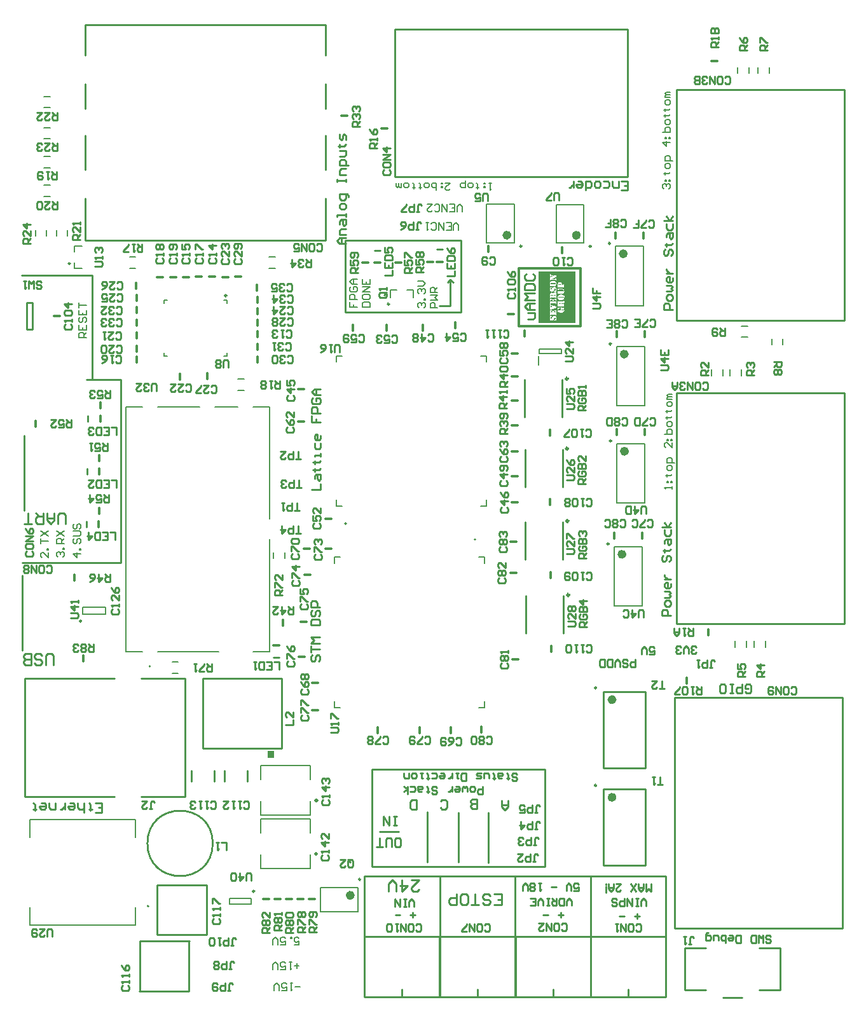
<source format=gto>
G04*
G04 #@! TF.GenerationSoftware,Altium Limited,Altium Designer,20.1.8 (145)*
G04*
G04 Layer_Color=65535*
%FSLAX25Y25*%
%MOIN*%
G70*
G04*
G04 #@! TF.SameCoordinates,B2AC8D30-3016-4A67-80AC-21C0F90DA472*
G04*
G04*
G04 #@! TF.FilePolarity,Positive*
G04*
G01*
G75*
%ADD10C,0.01200*%
%ADD11C,0.00787*%
%ADD12C,0.00984*%
%ADD13C,0.02362*%
%ADD14C,0.01000*%
%ADD15C,0.00500*%
%ADD16C,0.01378*%
%ADD17C,0.00600*%
%ADD18C,0.01968*%
G36*
X407700Y442700D02*
X397613D01*
Y442700D01*
X388200D01*
Y469788D01*
X397613D01*
Y469788D01*
X407700D01*
Y442700D01*
D02*
G37*
G36*
X249700Y214955D02*
X246164D01*
Y218491D01*
X249700D01*
Y214955D01*
D02*
G37*
%LPC*%
G36*
X394391Y468338D02*
X394380D01*
X394331Y468332D01*
X394298Y468316D01*
X394276Y468300D01*
X394271Y468294D01*
X394249Y468267D01*
X394227Y468234D01*
X394211Y468163D01*
X394205Y468130D01*
X394200Y468103D01*
Y467486D01*
X394205Y467415D01*
X394222Y467360D01*
X394238Y467328D01*
X394244Y467322D01*
Y467317D01*
X394282Y467284D01*
X394326Y467268D01*
X394358Y467262D01*
X394369D01*
X394375D01*
X394413Y467268D01*
X394446Y467273D01*
X394468Y467279D01*
X394473Y467284D01*
X394500Y467311D01*
X394522Y467339D01*
X394539Y467366D01*
X394544Y467377D01*
X394571Y467426D01*
X394599Y467464D01*
X394626Y467497D01*
X394648Y467519D01*
X394675Y467541D01*
X394691Y467552D01*
X394702Y467562D01*
X394708D01*
X394746Y467579D01*
X394790Y467595D01*
X394883Y467612D01*
X394921Y467617D01*
X394953D01*
X394975D01*
X394986D01*
X395658D01*
X396122Y467972D01*
X394986D01*
X394926D01*
X394877Y467977D01*
X394828Y467988D01*
X394790Y467994D01*
X394757Y468005D01*
X394735Y468010D01*
X394719Y468016D01*
X394713D01*
X394681Y468038D01*
X394653Y468059D01*
X394604Y468114D01*
X394588Y468136D01*
X394577Y468158D01*
X394566Y468168D01*
Y468174D01*
X394549Y468207D01*
X394533Y468234D01*
X394506Y468278D01*
X394489Y468300D01*
X394484Y468305D01*
X394451Y468327D01*
X394419Y468332D01*
X394391Y468338D01*
D02*
G37*
G36*
X397547D02*
Y467972D01*
X396439D01*
X394200Y466678D01*
Y465253D01*
Y465542D01*
X394205Y465488D01*
Y465449D01*
X394211Y465417D01*
X394216Y465395D01*
Y465379D01*
X394222Y465368D01*
X394244Y465335D01*
X394266Y465313D01*
X394282Y465297D01*
X394293Y465291D01*
X394326Y465275D01*
X394358Y465269D01*
X394380Y465264D01*
X394391D01*
X394429Y465269D01*
X394462Y465280D01*
X394484Y465286D01*
X394489Y465291D01*
X394517Y465318D01*
X394533Y465346D01*
X394544Y465368D01*
X394549Y465373D01*
X394577Y465444D01*
X394593Y465482D01*
X394610Y465510D01*
X394620Y465526D01*
X394626Y465531D01*
X394637Y465542D01*
X394653Y465553D01*
X394691Y465581D01*
X394724Y465602D01*
X394735Y465608D01*
X394741D01*
X397547Y467235D01*
Y466236D01*
Y467235D01*
Y468338D01*
D02*
G37*
G36*
X397389Y466323D02*
X397383D01*
X397378D01*
X397345Y466318D01*
X397312Y466307D01*
X397269Y466279D01*
X397241Y466247D01*
X397230Y466236D01*
Y466230D01*
X397192Y466159D01*
X397143Y466094D01*
X397094Y466045D01*
X397072Y466028D01*
X397056Y466017D01*
X397045Y466006D01*
X397039D01*
X397001Y465990D01*
X396957Y465979D01*
X396876Y465963D01*
X396837D01*
X396810Y465957D01*
X396788D01*
X396783D01*
X395499D01*
X395041Y465602D01*
X396783D01*
X396886Y465597D01*
X396974Y465575D01*
X397045Y465548D01*
X397099Y465520D01*
X397143Y465488D01*
X397170Y465460D01*
X397187Y465439D01*
X397192Y465433D01*
X397214Y465395D01*
X397230Y465357D01*
X397247Y465335D01*
X397258Y465313D01*
X397269Y465297D01*
X397280Y465286D01*
X397285Y465280D01*
X397312Y465264D01*
X397345Y465258D01*
X397367Y465253D01*
X397547D01*
X397378D01*
X397405Y465258D01*
X397432Y465264D01*
X397476Y465297D01*
X397503Y465335D01*
X397525Y465384D01*
X397536Y465433D01*
X397542Y465477D01*
X397547Y465504D01*
Y466116D01*
X397542Y466154D01*
X397536Y466187D01*
X397525Y466208D01*
X397520Y466230D01*
X397514Y466241D01*
X397509Y466252D01*
X397487Y466274D01*
X397465Y466296D01*
X397422Y466312D01*
X397389Y466323D01*
D02*
G37*
G36*
X395920Y464996D02*
X395882D01*
X395723Y464991D01*
X395576Y464974D01*
X395434Y464947D01*
X395308Y464920D01*
X395183Y464876D01*
X395074Y464838D01*
X394970Y464789D01*
X394883Y464745D01*
X394801Y464696D01*
X394730Y464647D01*
X394670Y464609D01*
X394615Y464570D01*
X394577Y464538D01*
X394549Y464510D01*
X394533Y464494D01*
X394528Y464489D01*
X394462Y464418D01*
X394408Y464347D01*
X394358Y464276D01*
X394320Y464216D01*
X394287Y464161D01*
X394266Y464117D01*
X394255Y464090D01*
X394249Y464079D01*
X394216Y463992D01*
X394189Y463899D01*
X394173Y463811D01*
X394156Y463724D01*
X394151Y463653D01*
X394145Y463593D01*
X394140Y463571D01*
Y464996D01*
D01*
Y461993D01*
D01*
Y463446D01*
X394145Y463331D01*
X394162Y463222D01*
X394178Y463129D01*
X394200Y463053D01*
X394216Y462987D01*
X394233Y462938D01*
X394244Y462911D01*
X394249Y462900D01*
X394287Y462818D01*
X394331Y462741D01*
X394380Y462676D01*
X394424Y462616D01*
X394462Y462561D01*
X394495Y462523D01*
X394517Y462501D01*
X394528Y462490D01*
X394626Y462403D01*
X394724Y462326D01*
X394823Y462261D01*
X394915Y462206D01*
X394997Y462168D01*
X395030Y462152D01*
X395057Y462135D01*
X395085Y462124D01*
X395101Y462119D01*
X395112Y462113D01*
X395117D01*
X395248Y462075D01*
X395379Y462042D01*
X395511Y462021D01*
X395625Y462010D01*
X395680Y462004D01*
X395729Y461999D01*
X395773D01*
X395811Y461993D01*
X394140D01*
X397607D01*
X395882D01*
X396035Y461999D01*
X396182Y462015D01*
X396319Y462037D01*
X396444Y462070D01*
X396564Y462103D01*
X396673Y462146D01*
X396772Y462184D01*
X396859Y462233D01*
X396941Y462277D01*
X397007Y462321D01*
X397067Y462359D01*
X397116Y462392D01*
X397154Y462425D01*
X397181Y462446D01*
X397198Y462463D01*
X397203Y462468D01*
X397269Y462539D01*
X397323Y462616D01*
X397372Y462698D01*
X397416Y462780D01*
X397454Y462861D01*
X397487Y462943D01*
X397542Y463096D01*
X397558Y463167D01*
X397574Y463233D01*
X397585Y463293D01*
X397596Y463347D01*
X397602Y463386D01*
Y463418D01*
X397607Y463440D01*
Y463446D01*
X397269D01*
X397252Y463397D01*
X397236Y463358D01*
X397219Y463331D01*
X397203Y463309D01*
X397192Y463293D01*
X397181Y463282D01*
X397170Y463271D01*
X397138Y463254D01*
X397099Y463244D01*
X397012Y463233D01*
X396974Y463227D01*
X396941D01*
X396919D01*
X396908D01*
X394779D01*
X394735D01*
X394691Y463233D01*
X394659Y463238D01*
X394631Y463249D01*
X394615Y463254D01*
X394599Y463260D01*
X394588Y463266D01*
X394566Y463282D01*
X394544Y463309D01*
X394511Y463369D01*
X394495Y463397D01*
X394489Y463424D01*
X394479Y463440D01*
Y463446D01*
X394140D01*
Y463539D01*
X394479D01*
X394489Y463571D01*
X394506Y463598D01*
X394522Y463642D01*
X394533Y463664D01*
X394539Y463669D01*
X394560Y463691D01*
X394577Y463708D01*
X394599Y463719D01*
X394604Y463724D01*
X394659Y463746D01*
X394713Y463757D01*
X394741Y463762D01*
X394762D01*
X394773D01*
X394779D01*
X396908D01*
X396974D01*
X397028Y463751D01*
X397072Y463746D01*
X397110Y463735D01*
X397138Y463724D01*
X397159Y463713D01*
X397170Y463708D01*
X397176Y463702D01*
X397198Y463686D01*
X397214Y463669D01*
X397219Y463659D01*
X397225Y463653D01*
X397230Y463642D01*
X397236Y463626D01*
X397252Y463588D01*
X397258Y463555D01*
X397263Y463544D01*
Y463539D01*
X397607D01*
D01*
X397596Y463648D01*
X397580Y463757D01*
X397558Y463855D01*
X397525Y463948D01*
X397498Y464035D01*
X397460Y464112D01*
X397427Y464188D01*
X397389Y464254D01*
X397356Y464308D01*
X397323Y464363D01*
X397290Y464407D01*
X397263Y464445D01*
X397236Y464472D01*
X397219Y464494D01*
X397208Y464505D01*
X397203Y464510D01*
X397110Y464598D01*
X397007Y464669D01*
X396903Y464734D01*
X396794Y464789D01*
X396684Y464838D01*
X396575Y464876D01*
X396466Y464909D01*
X396362Y464936D01*
X396264Y464958D01*
X396171Y464969D01*
X396089Y464980D01*
X396018Y464991D01*
X395964D01*
X395920Y464996D01*
D02*
G37*
G36*
X399440Y464303D02*
X399374D01*
X399254Y464297D01*
X399139Y464276D01*
X399041Y464248D01*
X398959Y464216D01*
X398888Y464183D01*
X398839Y464155D01*
X398806Y464134D01*
X398795Y464128D01*
X398713Y464063D01*
X398642Y463992D01*
X398582Y463915D01*
X398533Y463844D01*
X398495Y463779D01*
X398468Y463730D01*
X398457Y463708D01*
X398451Y463691D01*
X398446Y463686D01*
Y463680D01*
X398429Y463631D01*
X398413Y463577D01*
X398391Y463451D01*
X398369Y463320D01*
X398358Y463189D01*
X398353Y463069D01*
Y463020D01*
X398347Y462976D01*
D01*
Y462883D01*
X398702D01*
X398708Y462932D01*
X398719Y462971D01*
X398730Y463009D01*
X398741Y463031D01*
X398751Y463053D01*
X398762Y463063D01*
X398768Y463074D01*
X398801Y463107D01*
X398828Y463124D01*
X398850Y463134D01*
X398861Y463140D01*
X398877Y463145D01*
X398904Y463151D01*
X398948Y463156D01*
X398975D01*
X398992D01*
X399003D01*
X399008D01*
X399767D01*
X399816D01*
X399865Y463151D01*
X399904Y463145D01*
X399936Y463134D01*
X399958Y463129D01*
X399975Y463118D01*
X399986Y463113D01*
X399991D01*
X400024Y463091D01*
X400046Y463074D01*
X400057Y463058D01*
X400062Y463053D01*
X400067Y463036D01*
X400078Y463014D01*
X400095Y462960D01*
X400100Y462938D01*
X400106Y462916D01*
X400111Y462900D01*
Y462894D01*
X400455D01*
Y462987D01*
X400450Y463069D01*
X400444Y463151D01*
X400439Y463216D01*
X400433Y463282D01*
X400428Y463336D01*
X400417Y463386D01*
X400411Y463429D01*
X400400Y463468D01*
X400395Y463500D01*
X400389Y463527D01*
X400379Y463549D01*
X400373Y463571D01*
X400368Y463582D01*
X400319Y463713D01*
X400258Y463828D01*
X400198Y463921D01*
X400138Y463997D01*
X400084Y464057D01*
X400040Y464095D01*
X400013Y464123D01*
X400002Y464128D01*
X399904Y464188D01*
X399800Y464232D01*
X399696Y464259D01*
X399598Y464281D01*
X399505Y464292D01*
X399472Y464297D01*
X399440Y464303D01*
D02*
G37*
G36*
X398347Y462883D02*
D01*
Y462796D01*
Y462883D01*
D02*
G37*
G36*
X401536Y463091D02*
X401525D01*
X401520D01*
X401471Y463085D01*
X401432Y463063D01*
X401400Y463036D01*
X401378Y463003D01*
X401361Y462965D01*
X401345Y462938D01*
X401340Y462916D01*
Y462911D01*
X401329Y462872D01*
X401323Y462851D01*
X401318Y462845D01*
Y462840D01*
X401312Y462829D01*
X401301Y462818D01*
X401290Y462812D01*
X401285Y462807D01*
X401279Y462801D01*
X401269D01*
X401236Y462796D01*
X401208D01*
X401203D01*
X401198D01*
X398347D01*
Y461393D01*
Y461617D01*
X398353Y461546D01*
X398369Y461496D01*
X398391Y461464D01*
X398397Y461458D01*
Y461453D01*
X398413Y461431D01*
X398435Y461420D01*
X398473Y461398D01*
X398506Y461393D01*
X398347D01*
X401694D01*
D01*
X401525D01*
X401558Y461398D01*
X401580Y461404D01*
X401623Y461425D01*
X401645Y461442D01*
X401656Y461453D01*
X401678Y461502D01*
X401689Y461556D01*
X401694Y461578D01*
Y462867D01*
D01*
X401689Y462900D01*
X401684Y462932D01*
X401678Y462954D01*
X401673Y462976D01*
X401667Y462987D01*
X401662Y462998D01*
X401640Y463031D01*
X401618Y463053D01*
X401591Y463069D01*
X401569Y463080D01*
X401536Y463091D01*
D02*
G37*
G36*
X395221Y461649D02*
X395205D01*
X395194D01*
X395188D01*
X394402D01*
X394326Y461644D01*
X394271Y461627D01*
X394249Y461622D01*
X394233Y461611D01*
X394227Y461606D01*
X394222D01*
X394200Y461589D01*
X394184Y461567D01*
X394162Y461524D01*
X394156Y461485D01*
Y461469D01*
X394162Y461442D01*
X394167Y461414D01*
X394195Y461371D01*
X394227Y461343D01*
X394233Y461333D01*
X394238D01*
X394315Y461278D01*
Y461240D01*
X394309Y461218D01*
X394304Y461202D01*
Y461196D01*
X394276Y461131D01*
X394255Y461070D01*
X394233Y461016D01*
X394216Y460972D01*
X394205Y460940D01*
X394200Y460912D01*
X394195Y460896D01*
Y460890D01*
X394184Y460847D01*
X394173Y460798D01*
X394162Y460699D01*
X394156Y460650D01*
X394151Y460617D01*
Y460585D01*
X394500D01*
X394528Y460683D01*
X394555Y460770D01*
X394588Y460841D01*
X394615Y460907D01*
X394642Y460950D01*
X394659Y460989D01*
X394675Y461011D01*
X394681Y461016D01*
X394741Y461049D01*
X394795Y461082D01*
X394844Y461103D01*
X394883Y461125D01*
X394915Y461147D01*
X394943Y461158D01*
X394959Y461169D01*
X394965D01*
X395052Y461207D01*
X395123Y461234D01*
X395156Y461245D01*
X395177Y461251D01*
X395194Y461256D01*
X395199D01*
X395237Y461267D01*
X395270Y461273D01*
X395292Y461283D01*
X395298D01*
X395319Y461300D01*
X395336Y461311D01*
X395347Y461322D01*
X395352Y461327D01*
X395379Y461371D01*
X395390Y461414D01*
X395396Y461442D01*
Y461453D01*
X395390Y461485D01*
X395385Y461513D01*
X395363Y461556D01*
X395347Y461584D01*
X395336Y461595D01*
X395287Y461627D01*
X395237Y461644D01*
X395221Y461649D01*
D02*
G37*
G36*
X396493Y461759D02*
X396439D01*
X396362Y461753D01*
X396286Y461742D01*
X396209Y461726D01*
X396144Y461704D01*
X396013Y461649D01*
X395904Y461589D01*
X395854Y461556D01*
X395816Y461529D01*
X395778Y461496D01*
X395745Y461475D01*
X395723Y461453D01*
X395707Y461436D01*
X395696Y461425D01*
X395691Y461420D01*
X395652Y461393D01*
X395620Y461365D01*
X395560Y461300D01*
X395538Y461273D01*
X395521Y461251D01*
X395516Y461234D01*
X395511Y461229D01*
X395483Y461180D01*
X395450Y461125D01*
X395423Y461070D01*
X395396Y461016D01*
X395369Y460967D01*
X395352Y460929D01*
X395341Y460901D01*
X395336Y460890D01*
X395308Y460830D01*
X395287Y460770D01*
X395243Y460677D01*
X395205Y460596D01*
X395177Y460535D01*
X395156Y460492D01*
X395139Y460464D01*
X395128Y460448D01*
Y460443D01*
X395101Y460399D01*
X395074Y460361D01*
X395052Y460328D01*
X395030Y460301D01*
X395008Y460279D01*
X394992Y460268D01*
X394986Y460262D01*
X394981Y460257D01*
X394915Y460224D01*
X394855Y460208D01*
X394833D01*
X394812Y460202D01*
X394801D01*
X394795D01*
X394757Y460208D01*
X394724Y460213D01*
X394670Y460235D01*
X394648Y460246D01*
X394631Y460257D01*
X394626Y460268D01*
X394620D01*
X394593Y460295D01*
X394571Y460333D01*
X394533Y460410D01*
X394517Y460448D01*
X394506Y460475D01*
X394500Y460497D01*
Y460503D01*
X394140D01*
X394156Y460328D01*
X394184Y460175D01*
X394222Y460044D01*
X394238Y459984D01*
X394260Y459935D01*
X394282Y459886D01*
X394298Y459842D01*
X394315Y459809D01*
X394331Y459782D01*
X394348Y459760D01*
X394353Y459738D01*
X394364Y459733D01*
Y459727D01*
X394424Y459651D01*
X394484Y459585D01*
X394549Y459531D01*
X394615Y459482D01*
X394670Y459449D01*
X394713Y459422D01*
X394741Y459405D01*
X394746Y459400D01*
X394752D01*
X394844Y459362D01*
X394937Y459334D01*
X395024Y459312D01*
X395101Y459302D01*
X395172Y459291D01*
X395227Y459285D01*
X394140D01*
X396028D01*
X395276D01*
X395379Y459291D01*
X395472Y459307D01*
X395565Y459329D01*
X395652Y459356D01*
X395729Y459394D01*
X395805Y459433D01*
X395871Y459476D01*
X395931Y459520D01*
X395986Y459564D01*
X396035Y459607D01*
X396073Y459646D01*
X396111Y459684D01*
X396138Y459711D01*
X396155Y459733D01*
X396166Y459749D01*
X396171Y459755D01*
X396220Y459826D01*
X396258Y459891D01*
X396275Y459918D01*
X396286Y459940D01*
X396297Y459951D01*
Y459957D01*
X396319Y460006D01*
X396346Y460066D01*
X396379Y460137D01*
X396411Y460202D01*
X396439Y460268D01*
X396461Y460317D01*
X396471Y460339D01*
X396477Y460355D01*
X396482Y460361D01*
Y460366D01*
X396526Y460454D01*
X396559Y460530D01*
X396592Y460590D01*
X396619Y460639D01*
X396641Y460672D01*
X396657Y460699D01*
X396668Y460710D01*
X396673Y460716D01*
X396712Y460759D01*
X396755Y460787D01*
X396794Y460809D01*
X396832Y460825D01*
X396865Y460836D01*
X396892Y460841D01*
X396908D01*
X396914D01*
X396957Y460836D01*
X397001Y460830D01*
X397039Y460814D01*
X397067Y460803D01*
X397088Y460787D01*
X397105Y460770D01*
X397116Y460765D01*
X397121Y460759D01*
X397148Y460727D01*
X397176Y460677D01*
X397219Y460579D01*
X397236Y460530D01*
X397247Y460492D01*
X397252Y460464D01*
X397258Y460454D01*
X397607D01*
Y460530D01*
X397602Y460596D01*
X397591Y460661D01*
X397585Y460716D01*
X397574Y460765D01*
X397569Y460798D01*
X397563Y460825D01*
Y460830D01*
X397547Y460896D01*
X397525Y460956D01*
X397503Y461016D01*
X397487Y461060D01*
X397471Y461103D01*
X397454Y461131D01*
X397449Y461152D01*
X397443Y461158D01*
X397383Y461256D01*
X397312Y461343D01*
X397241Y461420D01*
X397176Y461480D01*
X397116Y461529D01*
X397067Y461567D01*
X397034Y461589D01*
X397028Y461595D01*
X397023D01*
X396919Y461649D01*
X396821Y461688D01*
X396723Y461720D01*
X396630Y461737D01*
X396553Y461748D01*
X396493Y461759D01*
D02*
G37*
G36*
X398528Y461065D02*
X398347D01*
Y457980D01*
Y458204D01*
X398353Y458139D01*
X398369Y458084D01*
X398391Y458051D01*
X398397Y458046D01*
Y458040D01*
X398413Y458018D01*
X398435Y458007D01*
X398479Y457986D01*
X398511Y457980D01*
X398347D01*
X401755D01*
X398528D01*
X398571Y457986D01*
X398610Y458002D01*
X398637Y458018D01*
X398659Y458046D01*
X398675Y458068D01*
X398686Y458084D01*
X398697Y458100D01*
Y458106D01*
X398708Y458128D01*
X398713Y458149D01*
X398724Y458171D01*
X398730Y458182D01*
X398735Y458193D01*
X398741Y458199D01*
X398768Y458210D01*
X398795Y458220D01*
X398822D01*
X398828D01*
X398833D01*
X400701D01*
X400815Y458226D01*
X400919Y458231D01*
X401007Y458248D01*
X401078Y458264D01*
X401132Y458275D01*
X401176Y458291D01*
X401198Y458297D01*
X401208Y458302D01*
X401269Y458335D01*
X401323Y458379D01*
X401378Y458422D01*
X401421Y458472D01*
X401454Y458510D01*
X401487Y458543D01*
X401503Y458564D01*
X401509Y458575D01*
X401552Y458652D01*
X401596Y458723D01*
X401629Y458799D01*
X401651Y458865D01*
X401673Y458925D01*
X401689Y458968D01*
X401694Y459001D01*
X401700Y459012D01*
X401716Y459094D01*
X401733Y459187D01*
X401744Y459274D01*
X401749Y459356D01*
Y459433D01*
X401755Y459487D01*
Y459651D01*
X401367D01*
X401350Y459607D01*
X401340Y459569D01*
X401329Y459536D01*
X401318Y459514D01*
X401312Y459498D01*
Y459487D01*
X401307Y459482D01*
X401285Y459460D01*
X401258Y459444D01*
X401241Y459433D01*
X401230Y459427D01*
X401192Y459411D01*
X401154Y459400D01*
X401121Y459389D01*
X401116D01*
X401110D01*
X401078D01*
X401034Y459383D01*
X400941D01*
X400897D01*
X400859D01*
X400837D01*
X400826D01*
X398833D01*
X398790Y459389D01*
X398762Y459394D01*
X398746Y459400D01*
X398741D01*
X398730Y459405D01*
Y459411D01*
X398724Y459416D01*
Y459427D01*
X398713Y459449D01*
X398702Y459476D01*
X398697Y459482D01*
Y459487D01*
X398675Y459531D01*
X398653Y459564D01*
X398626Y459591D01*
X398593Y459607D01*
X398571Y459618D01*
X398550Y459624D01*
X398533D01*
X398528D01*
X398484Y459618D01*
X398451Y459607D01*
X398429Y459591D01*
X398424Y459585D01*
X398397Y459553D01*
X398375Y459520D01*
X398369Y459498D01*
X398364Y459493D01*
Y459487D01*
X398347Y459389D01*
Y460213D01*
X398353Y460137D01*
X398364Y460082D01*
X398375Y460060D01*
X398380Y460044D01*
X398386Y460039D01*
Y460033D01*
X398402Y460011D01*
X398424Y460000D01*
X398462Y459978D01*
X398495Y459973D01*
X398506D01*
X398511D01*
X398560Y459978D01*
X398593Y459990D01*
X398615Y459995D01*
X398621Y460000D01*
X398648Y460033D01*
X398675Y460071D01*
X398697Y460104D01*
X398702Y460110D01*
Y460115D01*
X398751Y460191D01*
X398817Y460246D01*
X398883Y460290D01*
X398948Y460317D01*
X399014Y460333D01*
X399063Y460339D01*
X399085Y460344D01*
X399101D01*
X399106D01*
X399112D01*
X400668D01*
X400788Y460339D01*
X400897Y460317D01*
X400996Y460284D01*
X401083Y460252D01*
X401154Y460219D01*
X401208Y460186D01*
X401225Y460175D01*
X401241Y460164D01*
X401247Y460159D01*
X401252D01*
X401279Y460104D01*
X401296Y460044D01*
X401318Y459978D01*
X401329Y459913D01*
X401340Y459853D01*
X401350Y459809D01*
X401356Y459776D01*
Y459766D01*
X401755D01*
X401744Y459847D01*
X401733Y459918D01*
X401716Y459978D01*
X401705Y460028D01*
X401689Y460071D01*
X401684Y460099D01*
X401673Y460115D01*
Y460120D01*
X401623Y460213D01*
X401569Y460290D01*
X401509Y460361D01*
X401449Y460415D01*
X401400Y460459D01*
X401356Y460492D01*
X401329Y460514D01*
X401318Y460519D01*
X401225Y460579D01*
X401116Y460623D01*
X401007Y460656D01*
X400903Y460677D01*
X400810Y460688D01*
X400772Y460694D01*
X400739Y460699D01*
X400706D01*
X400684D01*
X400673D01*
X400668D01*
X399112D01*
X399019Y460705D01*
X398975Y460716D01*
X398943Y460727D01*
X398910Y460732D01*
X398888Y460743D01*
X398877Y460748D01*
X398872D01*
X398833Y460770D01*
X398801Y460798D01*
X398751Y460847D01*
X398735Y460869D01*
X398724Y460885D01*
X398713Y460896D01*
Y460901D01*
X398697Y460934D01*
X398680Y460956D01*
X398664Y460978D01*
X398659Y460989D01*
X398648Y461000D01*
X398642Y461005D01*
X398621Y461027D01*
X398599Y461038D01*
X398560Y461060D01*
X398528Y461065D01*
D02*
G37*
G36*
X397607Y460415D02*
Y460377D01*
X397252D01*
X397236Y460301D01*
X397219Y460235D01*
X397198Y460181D01*
X397176Y460131D01*
X397159Y460099D01*
X397143Y460071D01*
X397138Y460055D01*
X397132Y460049D01*
X397072Y459995D01*
X397017Y459946D01*
X396963Y459908D01*
X396908Y459869D01*
X396870Y459837D01*
X396832Y459815D01*
X396810Y459804D01*
X396804Y459798D01*
X396673Y459733D01*
X396608Y459711D01*
X396548Y459689D01*
X396499Y459673D01*
X396461Y459662D01*
X396439Y459651D01*
X396428D01*
X396368Y459629D01*
X396329Y459607D01*
X396302Y459585D01*
X396297Y459580D01*
X396269Y459547D01*
X396258Y459504D01*
X396253Y459471D01*
Y459433D01*
X396264Y459411D01*
X396286Y459367D01*
X396308Y459345D01*
X396313Y459334D01*
X396319D01*
X396368Y459307D01*
X396417Y459291D01*
X396433D01*
X396450Y459285D01*
X397607D01*
Y460415D01*
D02*
G37*
G36*
X397613Y459067D02*
X394200D01*
X397028D01*
X397007Y459056D01*
X396968Y459039D01*
X396941Y459018D01*
X396930Y459012D01*
Y459007D01*
X396908Y458985D01*
X396897Y458963D01*
X396876Y458925D01*
X396870Y458897D01*
Y458886D01*
X396876Y458854D01*
X396886Y458826D01*
X396925Y458772D01*
X396947Y458750D01*
X396963Y458734D01*
X396974Y458728D01*
X396979Y458723D01*
X396996Y458706D01*
X396990D01*
X396985D01*
X396979D01*
X396482D01*
X396439D01*
X396395Y458695D01*
X396357Y458690D01*
X396324Y458679D01*
X396291Y458668D01*
X396269Y458657D01*
X396258Y458652D01*
X396253Y458646D01*
X396171Y458592D01*
X396111Y458537D01*
X396084Y458510D01*
X396067Y458488D01*
X396057Y458477D01*
X396051Y458472D01*
X396002Y458395D01*
X395969Y458324D01*
X395953Y458291D01*
X395942Y458270D01*
X395936Y458253D01*
Y458248D01*
X395909Y458149D01*
X395904Y458100D01*
X395898Y458051D01*
X395893Y458007D01*
Y457947D01*
X395887Y458018D01*
X395876Y458084D01*
X395865Y458139D01*
X395854Y458188D01*
X395844Y458226D01*
X395833Y458253D01*
X395822Y458270D01*
Y458275D01*
X395773Y458362D01*
X395745Y458401D01*
X395723Y458433D01*
X395702Y458455D01*
X395685Y458477D01*
X395674Y458488D01*
X395669Y458493D01*
X395576Y458570D01*
X395483Y458625D01*
X395385Y458668D01*
X395292Y458695D01*
X395210Y458712D01*
X395172Y458717D01*
X395145D01*
X395117Y458723D01*
X395101D01*
X395090D01*
X395085D01*
X395003Y458717D01*
X394932Y458706D01*
X394861Y458690D01*
X394795Y458668D01*
X394681Y458613D01*
X394582Y458554D01*
X394511Y458493D01*
X394457Y458439D01*
X394435Y458417D01*
X394424Y458401D01*
X394413Y458390D01*
Y458384D01*
X394358Y458297D01*
X394315Y458210D01*
X394282Y458122D01*
X394255Y458040D01*
X394238Y457969D01*
X394227Y457915D01*
Y457893D01*
X394222Y457876D01*
Y457865D01*
X394216Y457789D01*
X394211Y457713D01*
X394205Y457636D01*
X394200Y457565D01*
Y457571D01*
Y455818D01*
Y456042D01*
X394205Y455971D01*
X394222Y455922D01*
X394244Y455889D01*
X394249Y455884D01*
Y455878D01*
X394266Y455856D01*
X394287Y455845D01*
X394326Y455824D01*
X394358Y455818D01*
X394200D01*
X397278D01*
X394375D01*
X394424Y455824D01*
X394462Y455840D01*
X394489Y455856D01*
X394511Y455884D01*
X394528Y455905D01*
X394539Y455922D01*
X394549Y455938D01*
Y455944D01*
X394560Y455965D01*
X394566Y455987D01*
X394577Y456009D01*
X394582Y456020D01*
X394588Y456031D01*
X394593Y456036D01*
X394620Y456047D01*
X394648Y456058D01*
X394675D01*
X394681D01*
X394686D01*
X397067D01*
X397110Y456053D01*
X397138Y456047D01*
X397154Y456042D01*
X397159Y456036D01*
X397170Y456026D01*
X397176Y456020D01*
Y456015D01*
X397181Y456004D01*
X397187Y455982D01*
X397198Y455955D01*
X397203Y455949D01*
Y455944D01*
X397225Y455900D01*
X397247Y455873D01*
X397280Y455851D01*
X397307Y455834D01*
X397334Y455824D01*
X397356Y455818D01*
X397378D01*
X397411Y455824D01*
X397432Y455829D01*
X397476Y455851D01*
X397498Y455867D01*
X397509Y455878D01*
X397531Y455927D01*
X397542Y455982D01*
X397547Y456004D01*
Y457292D01*
X397542Y457325D01*
X397536Y457358D01*
X397531Y457380D01*
X397525Y457401D01*
X397520Y457412D01*
X397514Y457423D01*
X397493Y457456D01*
X397471Y457478D01*
X397443Y457494D01*
X397422Y457505D01*
X397389Y457516D01*
X397378D01*
X397372D01*
X397323Y457511D01*
X397285Y457489D01*
X397252Y457462D01*
X397230Y457429D01*
X397214Y457390D01*
X397198Y457363D01*
X397192Y457341D01*
Y457336D01*
X397181Y457298D01*
X397176Y457276D01*
X397170Y457270D01*
Y457265D01*
X397165Y457254D01*
X397154Y457243D01*
X397143Y457238D01*
X397138Y457232D01*
X397132Y457227D01*
X397121D01*
X397088Y457221D01*
X397061D01*
X397056D01*
X397050D01*
X394200D01*
Y457298D01*
X394555D01*
X394571Y457358D01*
X394593Y457407D01*
X394610Y457445D01*
X394626Y457478D01*
X394642Y457494D01*
X394653Y457511D01*
X394659Y457521D01*
X394664D01*
X394691Y457538D01*
X394719Y457549D01*
X394784Y457565D01*
X394812Y457571D01*
X394833D01*
X394850D01*
X394855D01*
X395489D01*
X395554D01*
X395598Y457565D01*
X395620Y457560D01*
X395631Y457554D01*
X395663Y457538D01*
X395696Y457516D01*
X395718Y457494D01*
X395729Y457489D01*
X395734Y457472D01*
X395745Y457451D01*
X395756Y457390D01*
X395762Y457358D01*
X395767Y457330D01*
X395773Y457314D01*
Y457309D01*
X396111D01*
X396116Y457358D01*
X396133Y457401D01*
X396144Y457434D01*
X396160Y457462D01*
X396171Y457483D01*
X396182Y457494D01*
X396187Y457505D01*
X396193D01*
X396242Y457538D01*
X396291Y457554D01*
X396308Y457560D01*
X396324Y457565D01*
X396335D01*
X396340D01*
X396351D01*
X396368Y457571D01*
X396417D01*
X396444D01*
X396461D01*
X396477D01*
X396482D01*
X396886D01*
X397007Y457576D01*
X397110Y457598D01*
X397203Y457631D01*
X397280Y457663D01*
X397340Y457696D01*
X397383Y457729D01*
X397411Y457751D01*
X397422Y457756D01*
X397487Y457833D01*
X397531Y457920D01*
X397563Y458007D01*
X397591Y458095D01*
X397602Y458171D01*
X397607Y458231D01*
X397613Y458253D01*
Y457483D01*
Y458346D01*
X397607Y458401D01*
X397602Y458450D01*
X397591Y458488D01*
X397585Y458521D01*
X397580Y458548D01*
X397574Y458564D01*
Y458570D01*
X397542Y458657D01*
X397525Y458695D01*
X397503Y458734D01*
X397487Y458761D01*
X397471Y458783D01*
X397465Y458794D01*
X397460Y458799D01*
X397389Y458876D01*
X397323Y458936D01*
X397296Y458957D01*
X397274Y458979D01*
X397258Y458985D01*
X397252Y458990D01*
X397208Y459018D01*
X397170Y459034D01*
X397110Y459056D01*
X397083Y459061D01*
X397067Y459067D01*
X397613D01*
D02*
G37*
G36*
X401755Y457762D02*
Y456304D01*
X401744Y456413D01*
X401727Y456522D01*
X401705Y456621D01*
X401673Y456713D01*
X401645Y456801D01*
X401607Y456877D01*
X401574Y456954D01*
X401536Y457019D01*
X401503Y457074D01*
X401471Y457128D01*
X401438Y457172D01*
X401411Y457210D01*
X401383Y457238D01*
X401367Y457260D01*
X401356Y457270D01*
X401350Y457276D01*
X401258Y457363D01*
X401154Y457434D01*
X401050Y457500D01*
X400941Y457554D01*
X400832Y457603D01*
X400723Y457642D01*
X400613Y457674D01*
X400510Y457702D01*
X400411Y457724D01*
X400319Y457734D01*
X400237Y457745D01*
X400166Y457756D01*
X400111D01*
X400067Y457762D01*
X400029D01*
X399871Y457756D01*
X399723Y457740D01*
X399581Y457713D01*
X399456Y457685D01*
X399330Y457642D01*
X399221Y457603D01*
X399117Y457554D01*
X399030Y457511D01*
X398948Y457462D01*
X398877Y457412D01*
X398817Y457374D01*
X398762Y457336D01*
X398724Y457303D01*
X398697Y457276D01*
X398680Y457260D01*
X398675Y457254D01*
X398610Y457183D01*
X398555Y457112D01*
X398506Y457041D01*
X398468Y456981D01*
X398435Y456926D01*
X398413Y456883D01*
X398402Y456855D01*
X398397Y456845D01*
X398364Y456757D01*
X398337Y456664D01*
X398320Y456577D01*
X398304Y456490D01*
X398298Y456419D01*
X398293Y456359D01*
X398287Y456337D01*
Y456419D01*
Y456304D01*
X398626D01*
X398637Y456337D01*
X398653Y456364D01*
X398670Y456408D01*
X398680Y456429D01*
X398686Y456435D01*
X398708Y456457D01*
X398724Y456473D01*
X398746Y456484D01*
X398751Y456490D01*
X398806Y456511D01*
X398861Y456522D01*
X398888Y456528D01*
X398910D01*
X398921D01*
X398926D01*
X401056D01*
X401121D01*
X401176Y456517D01*
X401220Y456511D01*
X401258Y456500D01*
X401285Y456490D01*
X401307Y456479D01*
X401318Y456473D01*
X401323Y456468D01*
X401345Y456451D01*
X401361Y456435D01*
X401367Y456424D01*
X401372Y456419D01*
X401378Y456408D01*
X401383Y456391D01*
X401400Y456353D01*
X401405Y456320D01*
X401411Y456309D01*
Y456304D01*
X401755D01*
Y456211D01*
X401416D01*
X401400Y456162D01*
X401383Y456124D01*
X401367Y456097D01*
X401350Y456075D01*
X401340Y456058D01*
X401329Y456047D01*
X401318Y456036D01*
X401285Y456020D01*
X401247Y456009D01*
X401159Y455998D01*
X401121Y455993D01*
X401088D01*
X401067D01*
X401056D01*
X398926D01*
X398883D01*
X398839Y455998D01*
X398806Y456004D01*
X398779Y456015D01*
X398762Y456020D01*
X398746Y456026D01*
X398735Y456031D01*
X398713Y456047D01*
X398692Y456075D01*
X398659Y456135D01*
X398642Y456162D01*
X398637Y456189D01*
X398626Y456206D01*
Y456211D01*
X398287D01*
Y456304D01*
D01*
Y456211D01*
X398293Y456097D01*
X398309Y455987D01*
X398326Y455895D01*
X398347Y455818D01*
X398364Y455753D01*
X398380Y455703D01*
X398391Y455676D01*
X398397Y455665D01*
X398435Y455583D01*
X398479Y455507D01*
X398528Y455441D01*
X398571Y455381D01*
X398610Y455327D01*
X398642Y455288D01*
X398664Y455267D01*
X398675Y455256D01*
X398773Y455168D01*
X398872Y455092D01*
X398970Y455026D01*
X399063Y454972D01*
X399145Y454934D01*
X399177Y454917D01*
X399205Y454901D01*
X399232Y454890D01*
X399248Y454884D01*
X399259Y454879D01*
X399265D01*
X399396Y454841D01*
X399527Y454808D01*
X399658Y454786D01*
X399773Y454775D01*
X399827Y454770D01*
X399876Y454764D01*
X399920D01*
X399958Y454759D01*
X398287D01*
D01*
X401755D01*
Y457762D01*
D02*
G37*
G36*
X396346Y455054D02*
X396324D01*
X396308D01*
X396302D01*
X395396D01*
X395352D01*
X395319Y455048D01*
X395292Y455043D01*
X395270D01*
X395254Y455037D01*
X395243Y455032D01*
X395232Y455026D01*
X395199Y455010D01*
X395177Y454988D01*
X395161Y454961D01*
X395150Y454934D01*
X395145Y454912D01*
X395139Y454890D01*
Y454873D01*
X395145Y454824D01*
X395161Y454786D01*
X395183Y454764D01*
X395188Y454753D01*
X395232Y454726D01*
X395281Y454704D01*
X395303Y454699D01*
X395319Y454693D01*
X395330Y454688D01*
X395336D01*
X395379Y454677D01*
X395418Y454661D01*
X395450Y454650D01*
X395483Y454633D01*
X395505Y454622D01*
X395521Y454611D01*
X395527Y454606D01*
X395532Y454600D01*
X395560Y454573D01*
X395587Y454540D01*
X395631Y454469D01*
X395652Y454437D01*
X395669Y454415D01*
X395674Y454393D01*
X395680Y454388D01*
X396024D01*
X396040Y454437D01*
X396057Y454475D01*
X396073Y454513D01*
X396095Y454540D01*
X396111Y454562D01*
X396127Y454579D01*
X396133Y454584D01*
X396138Y454590D01*
X396171Y454611D01*
X396204Y454633D01*
X396280Y454666D01*
X396313Y454677D01*
X396340Y454688D01*
X396362Y454693D01*
X396368D01*
X396428Y454715D01*
X396471Y454737D01*
X396493Y454753D01*
X396504Y454759D01*
X396532Y454797D01*
X396542Y454835D01*
X396548Y454868D01*
Y454879D01*
X396542Y454912D01*
X396537Y454944D01*
X396515Y454983D01*
X396499Y455010D01*
X396488Y455015D01*
X396461Y455026D01*
X396433Y455037D01*
X396373Y455048D01*
X396346Y455054D01*
D02*
G37*
G36*
X397547Y455496D02*
X396662D01*
X396592Y455490D01*
X396537Y455474D01*
X396504Y455458D01*
X396493Y455452D01*
X396471Y455436D01*
X396461Y455414D01*
X396439Y455370D01*
X396433Y455337D01*
Y455321D01*
X396439Y455272D01*
X396450Y455239D01*
X396466Y455212D01*
X396471Y455206D01*
X396510Y455179D01*
X396553Y455157D01*
X396586Y455146D01*
X396597Y455141D01*
X396603D01*
X396657Y455119D01*
X396701Y455103D01*
X396739Y455081D01*
X396777Y455064D01*
X396799Y455048D01*
X396821Y455037D01*
X396832Y455032D01*
X396837Y455026D01*
X396903Y454983D01*
X396957Y454934D01*
X396979Y454912D01*
X396996Y454895D01*
X397007Y454884D01*
X397012Y454879D01*
X397067Y454808D01*
X397105Y454748D01*
X397116Y454721D01*
X397127Y454704D01*
X397132Y454693D01*
Y454688D01*
X397148Y454650D01*
X397159Y454606D01*
X397181Y454513D01*
X397192Y454469D01*
X397198Y454437D01*
X397203Y454415D01*
Y454404D01*
X397547D01*
Y454295D01*
X394200D01*
Y454398D01*
X394577D01*
X394593Y454508D01*
X394615Y454600D01*
X394642Y454682D01*
X394675Y454748D01*
X394702Y454803D01*
X394724Y454835D01*
X394741Y454862D01*
X394746Y454868D01*
X394801Y454928D01*
X394861Y454977D01*
X394926Y455021D01*
X394992Y455054D01*
X395052Y455081D01*
X395095Y455103D01*
X395128Y455114D01*
X395134Y455119D01*
X395139D01*
X395194Y455141D01*
X395227Y455157D01*
X395248Y455174D01*
X395254Y455179D01*
X395270Y455212D01*
X395276Y455250D01*
X395281Y455277D01*
Y455288D01*
X395276Y455348D01*
X395254Y455387D01*
X395237Y455414D01*
X395232Y455419D01*
X395188Y455447D01*
X395145Y455458D01*
X395112Y455463D01*
X395101D01*
X395095D01*
X394200D01*
Y452891D01*
Y453115D01*
X394205Y453044D01*
X394222Y452995D01*
X394244Y452962D01*
X394249Y452957D01*
Y452951D01*
X394266Y452930D01*
X394287Y452919D01*
X394326Y452897D01*
X394358Y452891D01*
X394200D01*
X397547D01*
X397378D01*
X397411Y452897D01*
X397432Y452902D01*
X397476Y452924D01*
X397498Y452941D01*
X397509Y452951D01*
X397531Y453001D01*
X397542Y453055D01*
X397547Y453077D01*
Y455496D01*
D02*
G37*
G36*
X401214Y454622D02*
X401176D01*
X401154Y454611D01*
X401116Y454595D01*
X401088Y454573D01*
X401078Y454568D01*
Y454562D01*
X401056Y454540D01*
X401045Y454519D01*
X401023Y454480D01*
X401017Y454453D01*
Y454442D01*
X401023Y454409D01*
X401034Y454382D01*
X401072Y454327D01*
X401094Y454306D01*
X401110Y454289D01*
X401121Y454284D01*
X401127Y454278D01*
X401143Y454262D01*
X401138D01*
X401132D01*
X401127D01*
X400630D01*
X400586D01*
X400542Y454251D01*
X400504Y454246D01*
X400471Y454235D01*
X400439Y454224D01*
X400417Y454213D01*
X400406Y454207D01*
X400400Y454202D01*
X400319Y454147D01*
X400258Y454093D01*
X400231Y454065D01*
X400215Y454043D01*
X400204Y454033D01*
X400198Y454027D01*
X400149Y453951D01*
X400116Y453880D01*
X400100Y453847D01*
X400089Y453825D01*
X400084Y453809D01*
Y453803D01*
X400057Y453705D01*
X400051Y453656D01*
X400046Y453607D01*
X400040Y453563D01*
Y453503D01*
X400035Y453574D01*
X400024Y453640D01*
X400013Y453694D01*
X400002Y453743D01*
X399991Y453781D01*
X399980Y453809D01*
X399969Y453825D01*
Y453831D01*
X399920Y453918D01*
X399893Y453956D01*
X399871Y453989D01*
X399849Y454011D01*
X399833Y454033D01*
X399822Y454043D01*
X399816Y454049D01*
X399723Y454125D01*
X399631Y454180D01*
X399532Y454224D01*
X399440Y454251D01*
X399358Y454267D01*
X399319Y454273D01*
X399292D01*
X399265Y454278D01*
X399248D01*
X399237D01*
X399232D01*
X399150Y454273D01*
X399079Y454262D01*
X399008Y454246D01*
X398943Y454224D01*
X398828Y454169D01*
X398730Y454109D01*
X398659Y454049D01*
X398604Y453994D01*
X398582Y453972D01*
X398571Y453956D01*
X398560Y453945D01*
Y453940D01*
X398506Y453852D01*
X398462Y453765D01*
X398429Y453678D01*
X398402Y453596D01*
X398386Y453525D01*
X398375Y453470D01*
Y453448D01*
X398369Y453432D01*
Y453421D01*
X398364Y453345D01*
X398358Y453268D01*
X398353Y453192D01*
X398347Y453121D01*
Y454622D01*
D01*
Y451374D01*
Y451597D01*
X398353Y451526D01*
X398369Y451477D01*
X398391Y451445D01*
X398397Y451439D01*
Y451434D01*
X398413Y451412D01*
X398435Y451401D01*
X398473Y451379D01*
X398506Y451374D01*
X398347D01*
X401760D01*
D01*
X401525D01*
X401558Y451379D01*
X401580Y451384D01*
X401623Y451406D01*
X401645Y451423D01*
X401656Y451434D01*
X401678Y451483D01*
X401689Y451537D01*
X401694Y451559D01*
Y452848D01*
X401689Y452880D01*
X401684Y452913D01*
X401678Y452935D01*
X401673Y452957D01*
X401667Y452968D01*
X401662Y452979D01*
X401640Y453012D01*
X401618Y453033D01*
X401591Y453050D01*
X401569Y453061D01*
X401536Y453072D01*
X401525D01*
X401520D01*
X401471Y453066D01*
X401432Y453044D01*
X401400Y453017D01*
X401378Y452984D01*
X401361Y452946D01*
X401345Y452919D01*
X401340Y452897D01*
Y452891D01*
X401329Y452853D01*
X401323Y452831D01*
X401318Y452826D01*
Y452820D01*
X401312Y452810D01*
X401301Y452799D01*
X401290Y452793D01*
X401285Y452788D01*
X401279Y452782D01*
X401269D01*
X401236Y452777D01*
X401208D01*
X401203D01*
X401198D01*
X398347D01*
Y452853D01*
X398702D01*
X398719Y452913D01*
X398741Y452962D01*
X398757Y453001D01*
X398773Y453033D01*
X398790Y453050D01*
X398801Y453066D01*
X398806Y453077D01*
X398812D01*
X398839Y453093D01*
X398866Y453104D01*
X398932Y453121D01*
X398959Y453126D01*
X398981D01*
X398997D01*
X399003D01*
X399636D01*
X399702D01*
X399745Y453121D01*
X399767Y453115D01*
X399778Y453110D01*
X399811Y453093D01*
X399844Y453072D01*
X399865Y453050D01*
X399876Y453044D01*
X399882Y453028D01*
X399893Y453006D01*
X399904Y452946D01*
X399909Y452913D01*
X399915Y452886D01*
X399920Y452870D01*
Y452864D01*
X400258D01*
X400264Y452913D01*
X400280Y452957D01*
X400291Y452990D01*
X400308Y453017D01*
X400319Y453039D01*
X400329Y453050D01*
X400335Y453061D01*
X400340D01*
X400389Y453093D01*
X400439Y453110D01*
X400455Y453115D01*
X400471Y453121D01*
X400482D01*
X400488D01*
X400499D01*
X400515Y453126D01*
X400564D01*
X400592D01*
X400608D01*
X400624D01*
X400630D01*
X401034D01*
X401154Y453132D01*
X401258Y453154D01*
X401350Y453186D01*
X401427Y453219D01*
X401487Y453252D01*
X401531Y453285D01*
X401558Y453306D01*
X401569Y453312D01*
X401634Y453388D01*
X401678Y453476D01*
X401711Y453563D01*
X401738Y453650D01*
X401749Y453727D01*
X401755Y453787D01*
X401760Y453809D01*
Y453902D01*
X401755Y453956D01*
X401749Y454005D01*
X401738Y454043D01*
X401733Y454076D01*
X401727Y454104D01*
X401722Y454120D01*
Y454125D01*
X401689Y454213D01*
X401673Y454251D01*
X401651Y454289D01*
X401634Y454317D01*
X401618Y454338D01*
X401613Y454349D01*
X401607Y454355D01*
X401536Y454431D01*
X401471Y454491D01*
X401443Y454513D01*
X401421Y454535D01*
X401405Y454540D01*
X401400Y454546D01*
X401356Y454573D01*
X401318Y454590D01*
X401258Y454611D01*
X401230Y454617D01*
X401214Y454622D01*
D02*
G37*
G36*
X397547Y452700D02*
X394375D01*
X394342Y452695D01*
X394315Y452689D01*
X394271Y452657D01*
X394244Y452629D01*
X394233Y452619D01*
Y452613D01*
X394222Y452591D01*
X394211Y452569D01*
X394205Y452515D01*
X394200Y452487D01*
Y451860D01*
X394205Y451783D01*
X394222Y451728D01*
X394233Y451707D01*
X394244Y451690D01*
X394249Y451685D01*
Y451679D01*
X394266Y451657D01*
X394287Y451641D01*
X394331Y451625D01*
X394369Y451614D01*
X394380D01*
X394386D01*
X394429Y451619D01*
X394462Y451630D01*
X394495Y451652D01*
X394517Y451674D01*
X394533Y451690D01*
X394544Y451712D01*
X394549Y451723D01*
Y451728D01*
X394577Y451805D01*
X394604Y451849D01*
X394631Y451881D01*
X394653Y451903D01*
X394659Y451909D01*
X394664D01*
X394702Y451920D01*
X394730Y451931D01*
X394752D01*
X394757D01*
X394768D01*
X394779Y451925D01*
X394817Y451914D01*
X394850Y451909D01*
X394861Y451903D01*
X394866D01*
X395882Y451625D01*
X396379Y451799D01*
X394986Y452220D01*
X394926Y452242D01*
X394872Y452258D01*
X394828Y452280D01*
X394790Y452296D01*
X394762Y452313D01*
X394741Y452324D01*
X394730Y452329D01*
X394724Y452334D01*
X394691Y452356D01*
X394664Y452384D01*
X394642Y452406D01*
X394626Y452422D01*
X394604Y452449D01*
X394599Y452460D01*
X394544Y452564D01*
X394517Y452613D01*
X394495Y452651D01*
X394479Y452668D01*
X394473Y452673D01*
X394440Y452689D01*
X394408Y452695D01*
X394386Y452700D01*
X397547D01*
D02*
G37*
G36*
X396668Y451761D02*
X394730Y451210D01*
X394708Y451204D01*
X394686D01*
X394670D01*
X394664D01*
X394637D01*
X394615Y451210D01*
X394604Y451215D01*
X394599D01*
X394582Y451232D01*
X394566Y451254D01*
X394560Y451275D01*
X394555Y451281D01*
X394533Y451319D01*
X394506Y451346D01*
X394473Y451368D01*
X394446Y451379D01*
X394419Y451390D01*
X394402Y451395D01*
X394386D01*
X394380D01*
X394353Y451390D01*
X394326Y451384D01*
X394309Y451374D01*
X394304Y451368D01*
X394276Y451352D01*
X394255Y451335D01*
X394244Y451319D01*
X394238Y451313D01*
X394222Y451286D01*
X394216Y451259D01*
X394211Y451237D01*
Y451232D01*
X394205Y451215D01*
Y451188D01*
X394200Y451144D01*
Y449752D01*
Y449981D01*
X394205Y449943D01*
X394211Y449910D01*
X394222Y449883D01*
X394227Y449861D01*
X394238Y449845D01*
X394244Y449839D01*
Y449834D01*
X394266Y449807D01*
X394293Y449785D01*
X394315Y449774D01*
X394342Y449763D01*
X394364Y449757D01*
X394380Y449752D01*
X394200D01*
X397547D01*
X394397D01*
X394446Y449757D01*
X394479Y449768D01*
X394500Y449779D01*
X394506Y449785D01*
X394528Y449818D01*
X394549Y449856D01*
X394566Y449889D01*
X394571Y449894D01*
Y449899D01*
X394582Y449916D01*
X394593Y449927D01*
X394599Y449932D01*
X394604D01*
X394620Y449943D01*
X394642Y449954D01*
X394659Y449959D01*
X394670Y449965D01*
X397547Y450817D01*
Y451526D01*
X396668Y451761D01*
D02*
G37*
G36*
X399434Y450942D02*
X399423D01*
X398495D01*
X398429Y450937D01*
X398380Y450920D01*
X398353Y450904D01*
X398342Y450899D01*
X398320Y450882D01*
X398309Y450860D01*
X398287Y450817D01*
Y450795D01*
X398282Y450778D01*
Y448185D01*
X401755D01*
Y449599D01*
Y449583D01*
X401411D01*
X401394Y449544D01*
X401378Y449512D01*
X401367Y449490D01*
X401350Y449473D01*
X401334Y449452D01*
X401329Y449446D01*
X401301Y449435D01*
X401274Y449430D01*
X401214Y449424D01*
X401192Y449419D01*
X401170D01*
X401154D01*
X401149D01*
X398932D01*
X398850Y449430D01*
X398784Y449452D01*
X398730Y449484D01*
X398692Y449523D01*
X398664Y449561D01*
X398648Y449594D01*
X398637Y449615D01*
Y449626D01*
X398287D01*
Y449561D01*
X398293Y449501D01*
Y449452D01*
X398298Y449413D01*
X398304Y449381D01*
Y449359D01*
X398309Y449342D01*
Y449337D01*
X398337Y449255D01*
X398364Y449173D01*
X398397Y449102D01*
X398429Y449037D01*
X398457Y448982D01*
X398484Y448938D01*
X398500Y448917D01*
X398506Y448906D01*
X398599Y448780D01*
X398702Y448676D01*
X398806Y448584D01*
X398910Y448507D01*
X398997Y448447D01*
X399041Y448425D01*
X399074Y448403D01*
X399101Y448392D01*
X399123Y448382D01*
X399134Y448371D01*
X399139D01*
X399292Y448311D01*
X399456Y448261D01*
X399609Y448229D01*
X399751Y448207D01*
X399816Y448201D01*
X399876Y448196D01*
X399931Y448190D01*
X399975D01*
X400013Y448185D01*
X398282D01*
Y450762D01*
X398287Y450729D01*
X398293Y450702D01*
X398320Y450658D01*
X398353Y450626D01*
X398358Y450620D01*
X398364Y450615D01*
X398391Y450598D01*
X398413Y450582D01*
X398440Y450560D01*
X398451Y450555D01*
X398457Y450549D01*
X398462Y450527D01*
Y450516D01*
X398457Y450494D01*
X398451Y450467D01*
X398446Y450451D01*
X398440Y450440D01*
X398402Y450331D01*
X398369Y450211D01*
X398342Y450091D01*
X398320Y449976D01*
X398304Y449878D01*
X398298Y449834D01*
X398293Y449796D01*
Y449763D01*
X398287Y449741D01*
Y449719D01*
X398642D01*
X398648Y449796D01*
X398659Y449861D01*
X398670Y449916D01*
X398680Y449959D01*
X398692Y449998D01*
X398697Y450020D01*
X398708Y450036D01*
Y450041D01*
X398730Y450085D01*
X398757Y450129D01*
X398812Y450200D01*
X398839Y450232D01*
X398861Y450254D01*
X398877Y450271D01*
X398883Y450276D01*
X398921Y450298D01*
X398959Y450320D01*
X399041Y450369D01*
X399079Y450385D01*
X399112Y450402D01*
X399134Y450413D01*
X399139Y450418D01*
X399199Y450451D01*
X399259Y450478D01*
X399308Y450500D01*
X399352Y450516D01*
X399390Y450527D01*
X399418Y450538D01*
X399434Y450544D01*
X399440D01*
X399478Y450555D01*
X399516Y450571D01*
X399543Y450582D01*
X399565Y450593D01*
X399592Y450615D01*
X399603Y450620D01*
X399631Y450658D01*
X399641Y450702D01*
X399647Y450735D01*
Y450751D01*
X399636Y450817D01*
X399614Y450860D01*
X399576Y450893D01*
X399532Y450920D01*
X399494Y450931D01*
X399456Y450937D01*
X399434Y450942D01*
D02*
G37*
G36*
X400144Y451051D02*
X400100D01*
X400067Y451041D01*
X400024Y451019D01*
X399996Y450997D01*
X399991Y450991D01*
Y450986D01*
X399975Y450959D01*
X399964Y450931D01*
X399953Y450871D01*
X399947Y450844D01*
Y449850D01*
X399953Y449768D01*
X399964Y449736D01*
X399969Y449708D01*
X399980Y449686D01*
X399991Y449670D01*
X399996Y449665D01*
Y449659D01*
X400013Y449637D01*
X400035Y449621D01*
X400078Y449599D01*
X400111Y449588D01*
X400122D01*
X400127D01*
X400177Y449594D01*
X400215Y449610D01*
X400248Y449632D01*
X400269Y449659D01*
X400286Y449686D01*
X400297Y449708D01*
X400308Y449725D01*
Y449730D01*
X400313Y449763D01*
X400319Y449790D01*
X400324Y449807D01*
X400329Y449818D01*
X400335Y449834D01*
X400340Y449850D01*
X400346Y449856D01*
X400373Y449872D01*
X400411Y449878D01*
X400439Y449883D01*
X400444D01*
X400450D01*
X401149D01*
X401214Y449878D01*
X401269Y449867D01*
X401301Y449850D01*
X401307Y449845D01*
X401312D01*
X401334Y449834D01*
X401350Y449818D01*
X401361Y449807D01*
X401367Y449801D01*
X401372Y449790D01*
X401378Y449768D01*
X401394Y449730D01*
X401400Y449692D01*
X401405Y449681D01*
Y449676D01*
X401755D01*
X401749Y449801D01*
X401744Y449861D01*
X401738Y449910D01*
X401733Y449954D01*
X401727Y449987D01*
X401722Y450009D01*
Y450014D01*
X401700Y450134D01*
X401684Y450183D01*
X401673Y450232D01*
X401656Y450271D01*
X401651Y450298D01*
X401640Y450320D01*
Y450325D01*
X401591Y450423D01*
X401569Y450473D01*
X401542Y450516D01*
X401520Y450555D01*
X401503Y450587D01*
X401493Y450609D01*
X401487Y450615D01*
X401449Y450675D01*
X401411Y450729D01*
X401372Y450778D01*
X401340Y450822D01*
X401312Y450855D01*
X401290Y450877D01*
X401274Y450893D01*
X401269Y450899D01*
X400439D01*
X400395D01*
X400368Y450904D01*
X400357D01*
X400351D01*
X400340Y450915D01*
X400324Y450926D01*
X400319Y450937D01*
X400313Y450942D01*
X400280Y450981D01*
X400253Y451008D01*
X400237Y451019D01*
X400231Y451024D01*
X400198Y451041D01*
X400166Y451046D01*
X400144Y451051D01*
D02*
G37*
G36*
X396346Y449119D02*
X396324D01*
X396308D01*
X396302D01*
X395396D01*
X395352D01*
X395319Y449113D01*
X395292Y449108D01*
X395270D01*
X395254Y449102D01*
X395243Y449097D01*
X395232Y449091D01*
X395199Y449075D01*
X395177Y449053D01*
X395161Y449026D01*
X395150Y448998D01*
X395145Y448977D01*
X395139Y448955D01*
Y448938D01*
X395145Y448889D01*
X395161Y448851D01*
X395183Y448829D01*
X395188Y448818D01*
X395232Y448791D01*
X395281Y448769D01*
X395303Y448764D01*
X395319Y448758D01*
X395330Y448753D01*
X395336D01*
X395379Y448742D01*
X395418Y448726D01*
X395450Y448715D01*
X395483Y448698D01*
X395505Y448687D01*
X395521Y448676D01*
X395527Y448671D01*
X395532Y448665D01*
X395560Y448638D01*
X395587Y448605D01*
X395631Y448534D01*
X395652Y448502D01*
X395669Y448480D01*
X395674Y448458D01*
X395680Y448453D01*
X396024D01*
X396040Y448502D01*
X396057Y448540D01*
X396073Y448578D01*
X396095Y448605D01*
X396111Y448627D01*
X396127Y448644D01*
X396133Y448649D01*
X396138Y448655D01*
X396171Y448676D01*
X396204Y448698D01*
X396280Y448731D01*
X396313Y448742D01*
X396340Y448753D01*
X396362Y448758D01*
X396368D01*
X396428Y448780D01*
X396471Y448802D01*
X396493Y448818D01*
X396504Y448824D01*
X396532Y448862D01*
X396542Y448900D01*
X396548Y448933D01*
Y448944D01*
X396542Y448977D01*
X396537Y449009D01*
X396515Y449048D01*
X396499Y449075D01*
X396488Y449080D01*
X396461Y449091D01*
X396433Y449102D01*
X396373Y449113D01*
X396346Y449119D01*
D02*
G37*
G36*
X397547Y449561D02*
X396662D01*
X396592Y449555D01*
X396537Y449539D01*
X396504Y449523D01*
X396493Y449517D01*
X396471Y449501D01*
X396461Y449479D01*
X396439Y449435D01*
X396433Y449403D01*
Y449386D01*
X396439Y449337D01*
X396450Y449304D01*
X396466Y449277D01*
X396471Y449271D01*
X396510Y449244D01*
X396553Y449222D01*
X396586Y449211D01*
X396597Y449206D01*
X396603D01*
X396657Y449184D01*
X396701Y449168D01*
X396739Y449146D01*
X396777Y449129D01*
X396799Y449113D01*
X396821Y449102D01*
X396832Y449097D01*
X396837Y449091D01*
X396903Y449048D01*
X396957Y448998D01*
X396979Y448977D01*
X396996Y448960D01*
X397007Y448949D01*
X397012Y448944D01*
X397067Y448873D01*
X397105Y448813D01*
X397116Y448785D01*
X397127Y448769D01*
X397132Y448758D01*
Y448753D01*
X397148Y448715D01*
X397159Y448671D01*
X397181Y448578D01*
X397192Y448534D01*
X397198Y448502D01*
X397203Y448480D01*
Y448469D01*
X397547D01*
Y448360D01*
X394200D01*
Y448463D01*
X394577D01*
X394593Y448573D01*
X394615Y448665D01*
X394642Y448747D01*
X394675Y448813D01*
X394702Y448867D01*
X394724Y448900D01*
X394741Y448927D01*
X394746Y448933D01*
X394801Y448993D01*
X394861Y449042D01*
X394926Y449086D01*
X394992Y449119D01*
X395052Y449146D01*
X395095Y449168D01*
X395128Y449179D01*
X395134Y449184D01*
X395139D01*
X395194Y449206D01*
X395227Y449222D01*
X395248Y449239D01*
X395254Y449244D01*
X395270Y449277D01*
X395276Y449315D01*
X395281Y449342D01*
Y449353D01*
X395276Y449413D01*
X395254Y449452D01*
X395237Y449479D01*
X395232Y449484D01*
X395188Y449512D01*
X395145Y449523D01*
X395112Y449528D01*
X395101D01*
X395095D01*
X394200D01*
Y446956D01*
Y447180D01*
X394205Y447109D01*
X394222Y447060D01*
X394244Y447027D01*
X394249Y447022D01*
Y447016D01*
X394266Y446995D01*
X394287Y446984D01*
X394326Y446962D01*
X394358Y446956D01*
X394200D01*
X397547D01*
Y449561D01*
D02*
G37*
G36*
X395221Y446514D02*
X395205D01*
X395194D01*
X395188D01*
X394402D01*
X394326Y446509D01*
X394271Y446492D01*
X394249Y446487D01*
X394233Y446476D01*
X394227Y446470D01*
X394222D01*
X394200Y446454D01*
X394184Y446432D01*
X394162Y446389D01*
X394156Y446350D01*
Y446334D01*
X394162Y446307D01*
X394167Y446279D01*
X394195Y446236D01*
X394227Y446208D01*
X394233Y446198D01*
X394238D01*
X394315Y446143D01*
Y446105D01*
X394309Y446083D01*
X394304Y446067D01*
Y446061D01*
X394276Y445996D01*
X394255Y445935D01*
X394233Y445881D01*
X394216Y445837D01*
X394205Y445804D01*
X394200Y445777D01*
X394195Y445761D01*
Y445755D01*
X394184Y445712D01*
X394173Y445662D01*
X394162Y445564D01*
X394156Y445515D01*
X394151Y445482D01*
Y445449D01*
X394500D01*
X394528Y445548D01*
X394555Y445635D01*
X394588Y445706D01*
X394615Y445772D01*
X394642Y445815D01*
X394659Y445854D01*
X394675Y445875D01*
X394681Y445881D01*
X394741Y445914D01*
X394795Y445946D01*
X394844Y445968D01*
X394883Y445990D01*
X394915Y446012D01*
X394943Y446023D01*
X394959Y446034D01*
X394965D01*
X395052Y446072D01*
X395123Y446099D01*
X395156Y446110D01*
X395177Y446116D01*
X395194Y446121D01*
X395199D01*
X395237Y446132D01*
X395270Y446137D01*
X395292Y446148D01*
X395298D01*
X395319Y446165D01*
X395336Y446176D01*
X395347Y446187D01*
X395352Y446192D01*
X395379Y446236D01*
X395390Y446279D01*
X395396Y446307D01*
Y446318D01*
X395390Y446350D01*
X395385Y446378D01*
X395363Y446421D01*
X395347Y446449D01*
X395336Y446460D01*
X395287Y446492D01*
X395237Y446509D01*
X395221Y446514D01*
D02*
G37*
G36*
X396493Y446623D02*
X396439D01*
X396362Y446618D01*
X396286Y446607D01*
X396209Y446591D01*
X396144Y446569D01*
X396013Y446514D01*
X395904Y446454D01*
X395854Y446421D01*
X395816Y446394D01*
X395778Y446361D01*
X395745Y446340D01*
X395723Y446318D01*
X395707Y446301D01*
X395696Y446290D01*
X395691Y446285D01*
X395652Y446258D01*
X395620Y446230D01*
X395560Y446165D01*
X395538Y446137D01*
X395521Y446116D01*
X395516Y446099D01*
X395511Y446094D01*
X395483Y446045D01*
X395450Y445990D01*
X395423Y445935D01*
X395396Y445881D01*
X395369Y445832D01*
X395352Y445793D01*
X395341Y445766D01*
X395336Y445755D01*
X395308Y445695D01*
X395287Y445635D01*
X395243Y445542D01*
X395205Y445460D01*
X395177Y445400D01*
X395156Y445357D01*
X395139Y445329D01*
X395128Y445313D01*
Y445307D01*
X395101Y445264D01*
X395074Y445226D01*
X395052Y445193D01*
X395030Y445166D01*
X395008Y445144D01*
X394992Y445133D01*
X394986Y445127D01*
X394981Y445122D01*
X394915Y445089D01*
X394855Y445073D01*
X394833D01*
X394812Y445067D01*
X394801D01*
X394795D01*
X394757Y445073D01*
X394724Y445078D01*
X394670Y445100D01*
X394648Y445111D01*
X394631Y445122D01*
X394626Y445133D01*
X394620D01*
X394593Y445160D01*
X394571Y445198D01*
X394533Y445275D01*
X394517Y445313D01*
X394506Y445340D01*
X394500Y445362D01*
Y445368D01*
X394140D01*
Y446623D01*
D01*
Y444150D01*
Y445368D01*
X394156Y445193D01*
X394184Y445040D01*
X394222Y444909D01*
X394238Y444849D01*
X394260Y444800D01*
X394282Y444751D01*
X394298Y444707D01*
X394315Y444674D01*
X394331Y444647D01*
X394348Y444625D01*
X394353Y444603D01*
X394364Y444598D01*
Y444592D01*
X394424Y444516D01*
X394484Y444450D01*
X394549Y444396D01*
X394615Y444347D01*
X394670Y444314D01*
X394713Y444286D01*
X394741Y444270D01*
X394746Y444265D01*
X394752D01*
X394844Y444226D01*
X394937Y444199D01*
X395024Y444177D01*
X395101Y444166D01*
X395172Y444156D01*
X395227Y444150D01*
X394140D01*
X396028D01*
X395276D01*
X395379Y444156D01*
X395472Y444172D01*
X395565Y444194D01*
X395652Y444221D01*
X395729Y444259D01*
X395805Y444297D01*
X395871Y444341D01*
X395931Y444385D01*
X395986Y444428D01*
X396035Y444472D01*
X396073Y444510D01*
X396111Y444549D01*
X396138Y444576D01*
X396155Y444598D01*
X396166Y444614D01*
X396171Y444620D01*
X396220Y444691D01*
X396258Y444756D01*
X396275Y444783D01*
X396286Y444805D01*
X396297Y444816D01*
Y444822D01*
X396319Y444871D01*
X396346Y444931D01*
X396379Y445002D01*
X396411Y445067D01*
X396439Y445133D01*
X396461Y445182D01*
X396471Y445204D01*
X396477Y445220D01*
X396482Y445226D01*
Y445231D01*
X396526Y445318D01*
X396559Y445395D01*
X396592Y445455D01*
X396619Y445504D01*
X396641Y445537D01*
X396657Y445564D01*
X396668Y445575D01*
X396673Y445580D01*
X396712Y445624D01*
X396755Y445651D01*
X396794Y445673D01*
X396832Y445690D01*
X396865Y445701D01*
X396892Y445706D01*
X396908D01*
X396914D01*
X396957Y445701D01*
X397001Y445695D01*
X397039Y445679D01*
X397067Y445668D01*
X397088Y445651D01*
X397105Y445635D01*
X397116Y445630D01*
X397121Y445624D01*
X397148Y445591D01*
X397176Y445542D01*
X397219Y445444D01*
X397236Y445395D01*
X397247Y445357D01*
X397252Y445329D01*
X397258Y445318D01*
X397607D01*
Y445395D01*
X397602Y445460D01*
X397591Y445526D01*
X397585Y445580D01*
X397574Y445630D01*
X397569Y445662D01*
X397563Y445690D01*
Y445695D01*
X397547Y445761D01*
X397525Y445821D01*
X397503Y445881D01*
X397487Y445925D01*
X397471Y445968D01*
X397454Y445996D01*
X397449Y446017D01*
X397443Y446023D01*
X397383Y446121D01*
X397312Y446208D01*
X397241Y446285D01*
X397176Y446345D01*
X397116Y446394D01*
X397067Y446432D01*
X397034Y446454D01*
X397028Y446460D01*
X397023D01*
X396919Y446514D01*
X396821Y446552D01*
X396723Y446585D01*
X396630Y446601D01*
X396553Y446613D01*
X396493Y446623D01*
D02*
G37*
G36*
X397607Y445242D02*
X397252D01*
X397236Y445166D01*
X397219Y445100D01*
X397198Y445045D01*
X397176Y444996D01*
X397159Y444964D01*
X397143Y444936D01*
X397138Y444920D01*
X397132Y444914D01*
X397072Y444860D01*
X397017Y444811D01*
X396963Y444772D01*
X396908Y444734D01*
X396870Y444701D01*
X396832Y444680D01*
X396810Y444669D01*
X396804Y444663D01*
X396673Y444598D01*
X396608Y444576D01*
X396548Y444554D01*
X396499Y444538D01*
X396461Y444527D01*
X396439Y444516D01*
X396428D01*
X396368Y444494D01*
X396329Y444472D01*
X396302Y444450D01*
X396297Y444445D01*
X396269Y444412D01*
X396258Y444368D01*
X396253Y444336D01*
Y444297D01*
X396264Y444276D01*
X396286Y444232D01*
X396308Y444210D01*
X396313Y444199D01*
X396319D01*
X396368Y444172D01*
X396417Y444156D01*
X396433D01*
X396450Y444150D01*
X397607D01*
X397372D01*
X397411Y444156D01*
X397476Y444177D01*
X397520Y444205D01*
X397547Y444243D01*
X397569Y444276D01*
X397574Y444303D01*
X397580Y444325D01*
Y444330D01*
X397574Y444357D01*
X397569Y444385D01*
X397547Y444423D01*
X397525Y444450D01*
X397514Y444461D01*
X397476Y444494D01*
X397454Y444510D01*
X397443Y444521D01*
X397438Y444538D01*
X397432Y444554D01*
Y444587D01*
X397438Y444603D01*
X397443Y444614D01*
X397449Y444620D01*
X397460Y444652D01*
X397476Y444691D01*
X397493Y444723D01*
X397498Y444729D01*
Y444734D01*
X397536Y444827D01*
X397563Y444920D01*
X397580Y445002D01*
X397591Y445078D01*
X397602Y445144D01*
X397607Y445198D01*
Y445242D01*
D02*
G37*
%LPD*%
G36*
X401258Y461627D02*
X401285Y461622D01*
X401301Y461617D01*
X401307Y461611D01*
X401318Y461600D01*
X401323Y461595D01*
Y461589D01*
X401329Y461578D01*
X401334Y461556D01*
X401345Y461529D01*
X401350Y461524D01*
Y461518D01*
X401372Y461475D01*
X401394Y461447D01*
X401427Y461425D01*
X401454Y461409D01*
X401481Y461398D01*
X401503Y461393D01*
X398522D01*
X398571Y461398D01*
X398610Y461414D01*
X398637Y461431D01*
X398659Y461458D01*
X398675Y461480D01*
X398686Y461496D01*
X398697Y461513D01*
Y461518D01*
X398708Y461540D01*
X398713Y461562D01*
X398724Y461584D01*
X398730Y461595D01*
X398735Y461606D01*
X398741Y461611D01*
X398768Y461622D01*
X398795Y461633D01*
X398822D01*
X398828D01*
X398833D01*
X401214D01*
X401258Y461627D01*
D02*
G37*
G36*
X398484Y461060D02*
X398457Y461049D01*
X398413Y461021D01*
X398391Y460989D01*
X398380Y460978D01*
Y460972D01*
X398364Y460950D01*
X398358Y460929D01*
X398353Y460912D01*
Y460907D01*
X398347Y460874D01*
Y461065D01*
X398517D01*
X398484Y461060D01*
D02*
G37*
G36*
X397607Y459285D02*
X397372D01*
X397411Y459291D01*
X397476Y459312D01*
X397520Y459340D01*
X397547Y459378D01*
X397569Y459411D01*
X397574Y459438D01*
X397580Y459460D01*
Y459465D01*
X397574Y459493D01*
X397569Y459520D01*
X397547Y459558D01*
X397525Y459585D01*
X397514Y459596D01*
X397476Y459629D01*
X397454Y459646D01*
X397443Y459656D01*
X397438Y459673D01*
X397432Y459689D01*
Y459722D01*
X397438Y459738D01*
X397443Y459749D01*
X397449Y459755D01*
X397460Y459787D01*
X397476Y459826D01*
X397493Y459858D01*
X397498Y459864D01*
Y459869D01*
X397536Y459962D01*
X397563Y460055D01*
X397580Y460137D01*
X397591Y460213D01*
X397602Y460279D01*
X397607Y460333D01*
Y459285D01*
D02*
G37*
G36*
X401755Y454759D02*
X400029D01*
X400182Y454764D01*
X400329Y454781D01*
X400466Y454803D01*
X400592Y454835D01*
X400712Y454868D01*
X400821Y454912D01*
X400919Y454950D01*
X401007Y454999D01*
X401088Y455043D01*
X401154Y455086D01*
X401214Y455125D01*
X401263Y455157D01*
X401301Y455190D01*
X401329Y455212D01*
X401345Y455228D01*
X401350Y455234D01*
X401416Y455305D01*
X401471Y455381D01*
X401520Y455463D01*
X401563Y455545D01*
X401602Y455627D01*
X401634Y455709D01*
X401689Y455862D01*
X401705Y455933D01*
X401722Y455998D01*
X401733Y456058D01*
X401744Y456113D01*
X401749Y456151D01*
Y456184D01*
X401755Y456206D01*
Y454759D01*
D02*
G37*
G36*
X397110Y453126D02*
X397138Y453121D01*
X397154Y453115D01*
X397159Y453110D01*
X397170Y453099D01*
X397176Y453093D01*
Y453088D01*
X397181Y453077D01*
X397187Y453055D01*
X397198Y453028D01*
X397203Y453022D01*
Y453017D01*
X397225Y452973D01*
X397247Y452946D01*
X397280Y452924D01*
X397307Y452908D01*
X397334Y452897D01*
X397356Y452891D01*
X394375D01*
X394424Y452897D01*
X394462Y452913D01*
X394489Y452930D01*
X394511Y452957D01*
X394528Y452979D01*
X394539Y452995D01*
X394549Y453012D01*
Y453017D01*
X394560Y453039D01*
X394566Y453061D01*
X394577Y453083D01*
X394582Y453093D01*
X394588Y453104D01*
X394593Y453110D01*
X394620Y453121D01*
X394648Y453132D01*
X394675D01*
X394681D01*
X394686D01*
X397067D01*
X397110Y453126D01*
D02*
G37*
G36*
X401258Y451608D02*
X401285Y451603D01*
X401301Y451597D01*
X401307Y451592D01*
X401318Y451581D01*
X401323Y451576D01*
Y451570D01*
X401329Y451559D01*
X401334Y451537D01*
X401345Y451510D01*
X401350Y451505D01*
Y451499D01*
X401372Y451455D01*
X401394Y451428D01*
X401427Y451406D01*
X401454Y451390D01*
X401481Y451379D01*
X401503Y451374D01*
X398522D01*
X398571Y451379D01*
X398610Y451395D01*
X398637Y451412D01*
X398659Y451439D01*
X398675Y451461D01*
X398686Y451477D01*
X398697Y451494D01*
Y451499D01*
X398708Y451521D01*
X398713Y451543D01*
X398724Y451565D01*
X398730Y451576D01*
X398735Y451586D01*
X398741Y451592D01*
X398768Y451603D01*
X398795Y451614D01*
X398822D01*
X398828D01*
X398833D01*
X401214D01*
X401258Y451608D01*
D02*
G37*
G36*
X401755Y448185D02*
X400062D01*
X400160Y448190D01*
X400258Y448196D01*
X400439Y448223D01*
X400597Y448261D01*
X400673Y448283D01*
X400739Y448305D01*
X400799Y448327D01*
X400854Y448349D01*
X400903Y448371D01*
X400941Y448387D01*
X400974Y448403D01*
X400996Y448414D01*
X401012Y448425D01*
X401017D01*
X401099Y448469D01*
X401181Y448513D01*
X401247Y448567D01*
X401312Y448616D01*
X401361Y448660D01*
X401400Y448698D01*
X401421Y448720D01*
X401432Y448731D01*
X401498Y448813D01*
X401547Y448895D01*
X401596Y448971D01*
X401629Y449048D01*
X401656Y449108D01*
X401678Y449157D01*
X401689Y449190D01*
X401694Y449195D01*
Y449200D01*
X401716Y449271D01*
X401733Y449332D01*
X401738Y449348D01*
X401744Y449364D01*
Y449375D01*
X401749Y449403D01*
Y449435D01*
X401755Y449506D01*
Y448185D01*
D02*
G37*
G36*
X397547Y446956D02*
X397378D01*
X397411Y446962D01*
X397432Y446967D01*
X397476Y446989D01*
X397498Y447006D01*
X397509Y447016D01*
X397531Y447066D01*
X397542Y447120D01*
X397547Y447142D01*
Y446956D01*
D02*
G37*
G36*
X397110Y447191D02*
X397138Y447186D01*
X397154Y447180D01*
X397159Y447175D01*
X397170Y447164D01*
X397176Y447158D01*
Y447153D01*
X397181Y447142D01*
X397187Y447120D01*
X397198Y447093D01*
X397203Y447087D01*
Y447082D01*
X397225Y447038D01*
X397247Y447011D01*
X397280Y446989D01*
X397307Y446973D01*
X397334Y446962D01*
X397356Y446956D01*
X394375D01*
X394424Y446962D01*
X394462Y446978D01*
X394489Y446995D01*
X394511Y447022D01*
X394528Y447044D01*
X394539Y447060D01*
X394549Y447077D01*
Y447082D01*
X394560Y447104D01*
X394566Y447126D01*
X394577Y447148D01*
X394582Y447158D01*
X394588Y447169D01*
X394593Y447175D01*
X394620Y447186D01*
X394648Y447197D01*
X394675D01*
X394681D01*
X394686D01*
X397067D01*
X397110Y447191D01*
D02*
G37*
D10*
X403743Y377042D02*
G03*
X403743Y377042I-600J0D01*
G01*
X403643Y413642D02*
G03*
X403643Y413642I-600J0D01*
G01*
X404343Y300242D02*
G03*
X404343Y300242I-600J0D01*
G01*
X403943Y339042D02*
G03*
X403943Y339042I-600J0D01*
G01*
X124600Y388400D02*
Y391400D01*
X374300Y348905D02*
X377300D01*
X394238Y347405D02*
Y350405D01*
X374300Y414802D02*
X377300D01*
X374300Y402100D02*
X377300D01*
X374300Y389211D02*
X377300D01*
X262300Y391179D02*
X265300D01*
X374300Y375431D02*
X377300D01*
X465900Y253900D02*
Y256900D01*
X200300Y413000D02*
Y416000D01*
X214469Y413325D02*
Y416325D01*
X157987Y364975D02*
Y366475D01*
Y363475D02*
Y364975D01*
X144902Y307900D02*
Y310900D01*
X149500Y265400D02*
Y268400D01*
X361800Y480000D02*
Y483000D01*
X400592Y479454D02*
Y482453D01*
X157987Y370475D02*
Y373475D01*
X158500Y391175D02*
Y392675D01*
Y394175D01*
Y398175D02*
Y401175D01*
X394138Y383705D02*
Y386705D01*
X394438Y309005D02*
Y312005D01*
X394838Y270505D02*
Y273505D01*
X134100Y446600D02*
X137100D01*
X177500Y422179D02*
Y425179D01*
Y427773D02*
Y430773D01*
Y448300D02*
Y451300D01*
Y454400D02*
Y457400D01*
X188209Y466936D02*
X191209D01*
X222450D02*
X225450D01*
X229300Y467013D02*
X232300D01*
X240934Y422300D02*
Y425300D01*
Y428900D02*
Y431900D01*
Y447458D02*
Y450458D01*
X240800Y453400D02*
Y456400D01*
X177500Y441553D02*
Y444553D01*
Y434800D02*
Y437800D01*
X177300Y460800D02*
Y463800D01*
X240934Y441553D02*
Y444553D01*
Y435647D02*
Y438647D01*
X240687Y459700D02*
Y462700D01*
X195100Y466936D02*
X198100D01*
X201879D02*
X204879D01*
X208600Y467013D02*
X211600D01*
X215658D02*
X218658D01*
X276500Y340300D02*
X279500D01*
X327500Y438900D02*
Y441900D01*
X262300Y408100D02*
X265300D01*
X374300Y362500D02*
X377300D01*
X254200Y284200D02*
Y287200D01*
X250600Y273900D02*
X252100D01*
X249100D02*
X250600D01*
X295825Y474400D02*
X298825D01*
X303800D02*
X305300D01*
X302300D02*
X303800D01*
X336488Y474900D02*
X337988D01*
X334988D02*
X336488D01*
X313300Y474400D02*
X316300D01*
X308503Y438714D02*
Y441714D01*
X290996Y438714D02*
Y441714D01*
X344500Y440000D02*
Y443000D01*
X374300Y426945D02*
X377300D01*
X269500Y254117D02*
X272500D01*
X358300Y228200D02*
Y231200D01*
X262600Y267897D02*
X265600D01*
X326000Y227900D02*
Y230900D01*
X263700Y286053D02*
X266700D01*
X303747Y227900D02*
Y230900D01*
X265576Y310675D02*
X268576D01*
X269500Y239700D02*
X272500D01*
X276600Y324624D02*
X279600D01*
X342200Y227909D02*
Y230909D01*
X265305Y324624D02*
X268305D01*
X373500Y328000D02*
X376500D01*
X373500Y311700D02*
X376500D01*
X374500Y266400D02*
X377500D01*
X157700Y335875D02*
Y337375D01*
Y338875D01*
X479000Y580300D02*
X482000D01*
X477100Y279200D02*
Y282200D01*
X243800Y140800D02*
X246800D01*
X249900D02*
X252900D01*
X372370Y447600D02*
X375370D01*
X380800Y435800D02*
Y438800D01*
X329887Y474900D02*
X332887D01*
X443753Y435524D02*
Y438524D01*
X429187Y435494D02*
Y438494D01*
X443284Y487298D02*
Y490298D01*
X428717Y487298D02*
Y490298D01*
X443884Y384184D02*
Y387183D01*
X429317Y384184D02*
Y387183D01*
X442584Y329800D02*
Y332800D01*
X428000Y329800D02*
Y332800D01*
X157800Y342975D02*
Y345975D01*
X255900Y140800D02*
X258900D01*
X268000D02*
X271000D01*
X262000D02*
X265000D01*
X306000Y544700D02*
X309000D01*
X284800Y551400D02*
X287800D01*
D11*
X355321Y329275D02*
G03*
X355321Y329275I-394J0D01*
G01*
X184863Y262800D02*
G03*
X184863Y262800I-394J0D01*
G01*
X183846Y137083D02*
G03*
X183846Y137083I-394J0D01*
G01*
X287453Y337676D02*
G03*
X287453Y337676I-394J0D01*
G01*
X494625Y441266D02*
X497775D01*
X494625Y435361D02*
X497775D01*
X196225Y265153D02*
X199375D01*
X196225Y259247D02*
X199375D01*
X249247Y319325D02*
Y322475D01*
X255153Y319325D02*
Y322475D01*
X497253Y272900D02*
Y276050D01*
X491347Y272900D02*
Y276050D01*
X507253Y272900D02*
Y276050D01*
X501347Y272900D02*
Y276050D01*
X516353Y431325D02*
Y434475D01*
X510447Y431325D02*
Y434475D01*
X503347Y573725D02*
Y576875D01*
X509253Y573725D02*
Y576875D01*
X478847Y415225D02*
Y418375D01*
X484753Y415225D02*
Y418375D01*
X492647Y573725D02*
Y576875D01*
X498553Y573725D02*
Y576875D01*
X488502Y415225D02*
Y418375D01*
X494407Y415225D02*
Y418375D01*
X428717Y451949D02*
X443284D01*
X428717Y483051D02*
X443284D01*
Y451949D02*
Y483051D01*
X428717Y451949D02*
Y483051D01*
X273758Y146699D02*
X293443D01*
X273758Y134101D02*
X293443D01*
Y146699D01*
X273758Y134101D02*
Y146699D01*
X129025Y530053D02*
X132175D01*
X129025Y524147D02*
X132175D01*
X129025Y515153D02*
X132175D01*
X129025Y509247D02*
X132175D01*
X129025Y561653D02*
X132175D01*
X129025Y555747D02*
X132175D01*
X129025Y545253D02*
X132175D01*
X129025Y539347D02*
X132175D01*
X223162Y454667D02*
X224835D01*
Y452994D02*
Y454667D01*
Y425533D02*
Y427206D01*
X223162Y425533D02*
X224835D01*
X191765D02*
X193438D01*
X191765D02*
Y427206D01*
Y454667D02*
X193438D01*
X191765Y452994D02*
Y454667D01*
X161302Y290128D02*
Y293672D01*
X149098Y290128D02*
Y293672D01*
X161302D01*
X149098Y290128D02*
X161302D01*
X411983Y484861D02*
Y504939D01*
X397416Y484861D02*
Y504939D01*
Y484861D02*
X411983D01*
X397416Y504939D02*
X411983D01*
X375584Y484961D02*
Y505039D01*
X361017Y484961D02*
Y505039D01*
Y484961D02*
X375584D01*
X361017Y505039D02*
X375584D01*
X226091Y141275D02*
X237509D01*
X226091Y138125D02*
X237509D01*
Y141275D01*
X226091Y138125D02*
Y141275D01*
X230625Y407547D02*
X233775D01*
X230625Y413453D02*
X233775D01*
X173825Y471547D02*
X176975D01*
X173825Y477453D02*
X176975D01*
X247025Y471447D02*
X250175D01*
X247025Y477353D02*
X250175D01*
X388079Y420842D02*
Y425567D01*
X388670Y426945D02*
X400087D01*
Y429307D01*
X388670D02*
X400087D01*
X388670Y426945D02*
Y429307D01*
X310498Y456294D02*
Y460231D01*
X313844D01*
X322702Y456294D02*
Y460231D01*
X319356D02*
X322702D01*
X428017Y294449D02*
Y325551D01*
X442584Y294449D02*
Y325551D01*
X428017D02*
X442584D01*
X428017Y294449D02*
X442584D01*
X429317Y348449D02*
Y379551D01*
X443884Y348449D02*
Y379551D01*
X429317D02*
X443884D01*
X429317Y348449D02*
X443884D01*
X429187Y399333D02*
Y430435D01*
X443753Y399333D02*
Y430435D01*
X429187D02*
X443753D01*
X429187Y399333D02*
X443753D01*
X141353Y488325D02*
Y491475D01*
X135447Y488325D02*
Y491475D01*
X130353Y488325D02*
Y491475D01*
X124447Y488325D02*
Y491475D01*
X144800Y480100D02*
Y483250D01*
X148737D01*
X144800Y471439D02*
Y474588D01*
Y471439D02*
X148737D01*
X454043Y513296D02*
X453387Y513952D01*
Y515264D01*
X454043Y515919D01*
X454699D01*
X455355Y515264D01*
Y514608D01*
Y515264D01*
X456011Y515919D01*
X456667D01*
X457323Y515264D01*
Y513952D01*
X456667Y513296D01*
X454699Y517231D02*
Y517887D01*
X455355D01*
Y517231D01*
X454699D01*
X456667D02*
Y517887D01*
X457323D01*
Y517231D01*
X456667D01*
X454043Y521167D02*
X454699D01*
Y520511D01*
Y521823D01*
Y521167D01*
X456667D01*
X457323Y521823D01*
Y524447D02*
Y525759D01*
X456667Y526415D01*
X455355D01*
X454699Y525759D01*
Y524447D01*
X455355Y523791D01*
X456667D01*
X457323Y524447D01*
X458635Y527727D02*
X454699D01*
Y529695D01*
X455355Y530350D01*
X456667D01*
X457323Y529695D01*
Y527727D01*
Y537566D02*
X453387D01*
X455355Y535598D01*
Y538222D01*
X454699Y539534D02*
Y540190D01*
X455355D01*
Y539534D01*
X454699D01*
X456667D02*
Y540190D01*
X457323D01*
Y539534D01*
X456667D01*
X453387Y542814D02*
X457323D01*
Y544782D01*
X456667Y545437D01*
X456011D01*
X455355D01*
X454699Y544782D01*
Y542814D01*
X457323Y547405D02*
Y548717D01*
X456667Y549373D01*
X455355D01*
X454699Y548717D01*
Y547405D01*
X455355Y546749D01*
X456667D01*
X457323Y547405D01*
X454043Y551341D02*
X454699D01*
Y550685D01*
Y551997D01*
Y551341D01*
X456667D01*
X457323Y551997D01*
X454043Y554621D02*
X454699D01*
Y553965D01*
Y555277D01*
Y554621D01*
X456667D01*
X457323Y555277D01*
Y557901D02*
Y559213D01*
X456667Y559869D01*
X455355D01*
X454699Y559213D01*
Y557901D01*
X455355Y557245D01*
X456667D01*
X457323Y557901D01*
Y561180D02*
X454699D01*
Y561836D01*
X455355Y562492D01*
X457323D01*
X455355D01*
X454699Y563148D01*
X455355Y563804D01*
X457323D01*
X131213Y322511D02*
Y319887D01*
X128589Y322511D01*
X127933D01*
X127277Y321855D01*
Y320543D01*
X127933Y319887D01*
X131213Y323823D02*
X130557D01*
Y324479D01*
X131213D01*
Y323823D01*
X127277Y327103D02*
Y329727D01*
Y328415D01*
X131213D01*
X127277Y331039D02*
X131213Y333663D01*
X127277D02*
X131213Y331039D01*
X458123Y355724D02*
Y357036D01*
Y356380D01*
X454187D01*
X454843Y355724D01*
X455499Y359003D02*
Y359659D01*
X456155D01*
Y359003D01*
X455499D01*
X457467D02*
Y359659D01*
X458123D01*
Y359003D01*
X457467D01*
X454843Y362939D02*
X455499D01*
Y362283D01*
Y363595D01*
Y362939D01*
X457467D01*
X458123Y363595D01*
Y366219D02*
Y367531D01*
X457467Y368187D01*
X456155D01*
X455499Y367531D01*
Y366219D01*
X456155Y365563D01*
X457467D01*
X458123Y366219D01*
X459435Y369499D02*
X455499D01*
Y371467D01*
X456155Y372123D01*
X457467D01*
X458123Y371467D01*
Y369499D01*
Y379994D02*
Y377370D01*
X455499Y379994D01*
X454843D01*
X454187Y379338D01*
Y378026D01*
X454843Y377370D01*
X455499Y381306D02*
Y381962D01*
X456155D01*
Y381306D01*
X455499D01*
X457467D02*
Y381962D01*
X458123D01*
Y381306D01*
X457467D01*
X454187Y384586D02*
X458123D01*
Y386554D01*
X457467Y387210D01*
X456811D01*
X456155D01*
X455499Y386554D01*
Y384586D01*
X458123Y389177D02*
Y390489D01*
X457467Y391145D01*
X456155D01*
X455499Y390489D01*
Y389177D01*
X456155Y388522D01*
X457467D01*
X458123Y389177D01*
X454843Y393113D02*
X455499D01*
Y392457D01*
Y393769D01*
Y393113D01*
X457467D01*
X458123Y393769D01*
X454843Y396393D02*
X455499D01*
Y395737D01*
Y397049D01*
Y396393D01*
X457467D01*
X458123Y397049D01*
Y399673D02*
Y400985D01*
X457467Y401641D01*
X456155D01*
X455499Y400985D01*
Y399673D01*
X456155Y399017D01*
X457467D01*
X458123Y399673D01*
Y402952D02*
X455499D01*
Y403609D01*
X456155Y404264D01*
X458123D01*
X456155D01*
X455499Y404920D01*
X456155Y405576D01*
X458123D01*
X260089Y116777D02*
X262713D01*
Y118745D01*
X261401Y118089D01*
X260745D01*
X260089Y118745D01*
Y120057D01*
X260745Y120713D01*
X262057D01*
X262713Y120057D01*
X258777Y120713D02*
Y120057D01*
X258121D01*
Y120713D01*
X258777D01*
X252873Y116777D02*
X255497D01*
Y118745D01*
X254185Y118089D01*
X253529D01*
X252873Y118745D01*
Y120057D01*
X253529Y120713D01*
X254841D01*
X255497Y120057D01*
X251561Y116777D02*
Y119401D01*
X250249Y120713D01*
X248938Y119401D01*
Y116777D01*
X363576Y516323D02*
X362264D01*
X362920D01*
Y512387D01*
X363576Y513043D01*
X360297Y513699D02*
X359641D01*
Y514355D01*
X360297D01*
Y513699D01*
Y515667D02*
X359641D01*
Y516323D01*
X360297D01*
Y515667D01*
X356361Y513043D02*
Y513699D01*
X357017D01*
X355705D01*
X356361D01*
Y515667D01*
X355705Y516323D01*
X353081D02*
X351769D01*
X351113Y515667D01*
Y514355D01*
X351769Y513699D01*
X353081D01*
X353737Y514355D01*
Y515667D01*
X353081Y516323D01*
X349801Y517635D02*
Y513699D01*
X347833D01*
X347177Y514355D01*
Y515667D01*
X347833Y516323D01*
X349801D01*
X339306D02*
X341930D01*
X339306Y513699D01*
Y513043D01*
X339962Y512387D01*
X341274D01*
X341930Y513043D01*
X337994Y513699D02*
X337338D01*
Y514355D01*
X337994D01*
Y513699D01*
Y515667D02*
X337338D01*
Y516323D01*
X337994D01*
Y515667D01*
X334714Y512387D02*
Y516323D01*
X332746D01*
X332090Y515667D01*
Y515011D01*
Y514355D01*
X332746Y513699D01*
X334714D01*
X330123Y516323D02*
X328811D01*
X328155Y515667D01*
Y514355D01*
X328811Y513699D01*
X330123D01*
X330779Y514355D01*
Y515667D01*
X330123Y516323D01*
X326187Y513043D02*
Y513699D01*
X326843D01*
X325531D01*
X326187D01*
Y515667D01*
X325531Y516323D01*
X322907Y513043D02*
Y513699D01*
X323563D01*
X322251D01*
X322907D01*
Y515667D01*
X322251Y516323D01*
X319627D02*
X318315D01*
X317659Y515667D01*
Y514355D01*
X318315Y513699D01*
X319627D01*
X320283Y514355D01*
Y515667D01*
X319627Y516323D01*
X316348D02*
Y513699D01*
X315691D01*
X315036Y514355D01*
Y516323D01*
Y514355D01*
X314380Y513699D01*
X313724Y514355D01*
Y516323D01*
X348166Y501093D02*
Y503716D01*
X346854Y505028D01*
X345542Y503716D01*
Y501093D01*
X341607D02*
X344230D01*
Y505028D01*
X341607D01*
X344230Y503060D02*
X342918D01*
X340295Y505028D02*
Y501093D01*
X337671Y505028D01*
Y501093D01*
X333735Y501749D02*
X334391Y501093D01*
X335703D01*
X336359Y501749D01*
Y504372D01*
X335703Y505028D01*
X334391D01*
X333735Y504372D01*
X329799Y505028D02*
X332423D01*
X329799Y502404D01*
Y501749D01*
X330455Y501093D01*
X331767D01*
X332423Y501749D01*
X148313Y321855D02*
X144377D01*
X146345Y319887D01*
Y322511D01*
X148313Y323823D02*
X147657D01*
Y324479D01*
X148313D01*
Y323823D01*
X145033Y329727D02*
X144377Y329071D01*
Y327759D01*
X145033Y327103D01*
X145689D01*
X146345Y327759D01*
Y329071D01*
X147001Y329727D01*
X147657D01*
X148313Y329071D01*
Y327759D01*
X147657Y327103D01*
X144377Y331039D02*
X147657D01*
X148313Y331695D01*
Y333007D01*
X147657Y333663D01*
X144377D01*
X145033Y337598D02*
X144377Y336942D01*
Y335630D01*
X145033Y334974D01*
X145689D01*
X146345Y335630D01*
Y336942D01*
X147001Y337598D01*
X147657D01*
X148313Y336942D01*
Y335630D01*
X147657Y334974D01*
X263313Y94845D02*
X260689D01*
X259377Y96813D02*
X258065D01*
X258721D01*
Y92877D01*
X259377Y93533D01*
X253473Y92877D02*
X256097D01*
Y94845D01*
X254785Y94189D01*
X254129D01*
X253473Y94845D01*
Y96157D01*
X254129Y96813D01*
X255441D01*
X256097Y96157D01*
X252161Y92877D02*
Y95501D01*
X250849Y96813D01*
X249537Y95501D01*
Y92877D01*
X151213Y435187D02*
X147277D01*
Y437155D01*
X147933Y437811D01*
X149245D01*
X149901Y437155D01*
Y435187D01*
Y436499D02*
X151213Y437811D01*
X147277Y441747D02*
Y439123D01*
X151213D01*
Y441747D01*
X149245Y439123D02*
Y440435D01*
X147933Y445683D02*
X147277Y445027D01*
Y443715D01*
X147933Y443059D01*
X148589D01*
X149245Y443715D01*
Y445027D01*
X149901Y445683D01*
X150557D01*
X151213Y445027D01*
Y443715D01*
X150557Y443059D01*
X147277Y449618D02*
Y446995D01*
X151213D01*
Y449618D01*
X149245Y446995D02*
Y448307D01*
X147277Y450930D02*
Y453554D01*
Y452242D01*
X151213D01*
X346352Y491567D02*
Y494190D01*
X345040Y495502D01*
X343728Y494190D01*
Y491567D01*
X339792D02*
X342416D01*
Y495502D01*
X339792D01*
X342416Y493535D02*
X341104D01*
X338480Y495502D02*
Y491567D01*
X335856Y495502D01*
Y491567D01*
X331921Y492223D02*
X332577Y491567D01*
X333889D01*
X334544Y492223D01*
Y494846D01*
X333889Y495502D01*
X332577D01*
X331921Y494846D01*
X330609Y495502D02*
X329297D01*
X329953D01*
Y491567D01*
X330609Y492223D01*
X325454Y450909D02*
X324798Y451565D01*
Y452877D01*
X325454Y453533D01*
X326110D01*
X326766Y452877D01*
Y452221D01*
Y452877D01*
X327422Y453533D01*
X328078D01*
X328734Y452877D01*
Y451565D01*
X328078Y450909D01*
X328734Y454844D02*
X328078D01*
Y455500D01*
X328734D01*
Y454844D01*
X325454Y458124D02*
X324798Y458780D01*
Y460092D01*
X325454Y460748D01*
X326110D01*
X326766Y460092D01*
Y459436D01*
Y460092D01*
X327422Y460748D01*
X328078D01*
X328734Y460092D01*
Y458780D01*
X328078Y458124D01*
X324798Y462060D02*
X327422D01*
X328734Y463372D01*
X327422Y464684D01*
X324798D01*
X335347Y450909D02*
X331411D01*
Y452877D01*
X332067Y453533D01*
X333379D01*
X334035Y452877D01*
Y450909D01*
X331411Y454844D02*
X335347D01*
X334035Y456156D01*
X335347Y457468D01*
X331411D01*
X335347Y458780D02*
X331411D01*
Y460748D01*
X332067Y461404D01*
X333379D01*
X334035Y460748D01*
Y458780D01*
Y460092D02*
X335347Y461404D01*
X136233Y320087D02*
X135577Y320743D01*
Y322055D01*
X136233Y322711D01*
X136889D01*
X137545Y322055D01*
Y321399D01*
Y322055D01*
X138201Y322711D01*
X138857D01*
X139513Y322055D01*
Y320743D01*
X138857Y320087D01*
X139513Y324023D02*
X138857D01*
Y324679D01*
X139513D01*
Y324023D01*
Y327303D02*
X135577D01*
Y329271D01*
X136233Y329927D01*
X137545D01*
X138201Y329271D01*
Y327303D01*
Y328615D02*
X139513Y329927D01*
X135577Y331239D02*
X139513Y333862D01*
X135577D02*
X139513Y331239D01*
X262713Y105745D02*
X260089D01*
X261401Y104433D02*
Y107057D01*
X258777Y107713D02*
X257465D01*
X258121D01*
Y103777D01*
X258777Y104433D01*
X252873Y103777D02*
X255497D01*
Y105745D01*
X254185Y105089D01*
X253529D01*
X252873Y105745D01*
Y107057D01*
X253529Y107713D01*
X254841D01*
X255497Y107057D01*
X251561Y103777D02*
Y106401D01*
X250249Y107713D01*
X248938Y106401D01*
Y103777D01*
X289364Y453911D02*
Y451287D01*
X291332D01*
Y452599D01*
Y451287D01*
X293300D01*
Y455223D02*
X289364D01*
Y457191D01*
X290020Y457847D01*
X291332D01*
X291988Y457191D01*
Y455223D01*
X290020Y461783D02*
X289364Y461127D01*
Y459815D01*
X290020Y459159D01*
X292644D01*
X293300Y459815D01*
Y461127D01*
X292644Y461783D01*
X291332D01*
Y460471D01*
X293300Y463095D02*
X290676D01*
X289364Y464406D01*
X290676Y465718D01*
X293300D01*
X291332D01*
Y463095D01*
X295977Y451287D02*
X299913D01*
Y453255D01*
X299257Y453911D01*
X296633D01*
X295977Y453255D01*
Y451287D01*
Y457191D02*
Y455879D01*
X296633Y455223D01*
X299257D01*
X299913Y455879D01*
Y457191D01*
X299257Y457847D01*
X296633D01*
X295977Y457191D01*
X299913Y459159D02*
X295977D01*
X299913Y461783D01*
X295977D01*
Y465718D02*
Y463095D01*
X299913D01*
Y465718D01*
X297945Y463095D02*
Y464406D01*
D12*
X418592Y251600D02*
G03*
X418592Y251600I-492J0D01*
G01*
X425862Y484528D02*
G03*
X425862Y484528I-492J0D01*
G01*
X294939Y151128D02*
G03*
X294939Y151128I-492J0D01*
G01*
X415822Y482991D02*
G03*
X415822Y482991I-492J0D01*
G01*
X379422Y483090D02*
G03*
X379422Y483090I-492J0D01*
G01*
X239280Y144916D02*
G03*
X239280Y144916I-492J0D01*
G01*
X224737Y457226D02*
G03*
X224737Y457226I-492J0D01*
G01*
X418592Y200400D02*
G03*
X418592Y200400I-492J0D01*
G01*
X310005Y452751D02*
G03*
X310005Y452751I-492J0D01*
G01*
X425162Y327028D02*
G03*
X425162Y327028I-492J0D01*
G01*
X426462Y381028D02*
G03*
X426462Y381028I-492J0D01*
G01*
X426332Y431912D02*
G03*
X426332Y431912I-492J0D01*
G01*
X148606Y286585D02*
G03*
X148606Y286585I-492J0D01*
G01*
X142733Y473998D02*
G03*
X142733Y473998I-492J0D01*
G01*
X300900Y208900D02*
X391700D01*
X300900Y157800D02*
Y208900D01*
Y157800D02*
X391700D01*
Y208900D01*
X296972Y152800D02*
X309772D01*
X296972Y146100D02*
Y152800D01*
Y121248D02*
Y146100D01*
X154100Y413200D02*
X169300D01*
Y317100D02*
Y413200D01*
X117200Y467800D02*
X154100D01*
Y413200D02*
Y467800D01*
X151100Y413200D02*
X154100D01*
X287000Y448600D02*
X347587D01*
Y486200D01*
X287000D02*
X347587D01*
X287000Y448600D02*
Y486200D01*
X117500Y317100D02*
X169300D01*
X309772Y152800D02*
X455027Y152800D01*
X336558Y121248D02*
Y152600D01*
X375927Y121248D02*
Y152600D01*
X415527Y121248D02*
Y152600D01*
X455027Y121448D02*
Y152800D01*
X313583Y168093D02*
X315157D01*
X315944Y168880D01*
Y172029D01*
X315157Y172816D01*
X313583D01*
X312796Y172029D01*
Y168880D01*
X313583Y168093D01*
X311221D02*
Y172029D01*
X310434Y172816D01*
X308860D01*
X308073Y172029D01*
Y168093D01*
X306499D02*
X303350D01*
X304924D01*
Y172816D01*
X313844Y179493D02*
X312270D01*
X313057D01*
Y184216D01*
X313844D01*
X312270D01*
X309909D02*
Y179493D01*
X306760Y184216D01*
Y179493D01*
X355916Y188317D02*
Y193316D01*
X353417D01*
X352584Y192483D01*
Y191650D01*
X353417Y190817D01*
X355916D01*
X353417D01*
X352584Y189983D01*
Y189150D01*
X353417Y188317D01*
X355916D01*
X324316Y187717D02*
Y192716D01*
X321817D01*
X320984Y191883D01*
Y188550D01*
X321817Y187717D01*
X324316D01*
X372116Y192516D02*
Y189183D01*
X370450Y187517D01*
X368783Y189183D01*
Y192516D01*
Y190017D01*
X372116D01*
X336883Y188750D02*
X337717Y187917D01*
X339383D01*
X340216Y188750D01*
Y192083D01*
X339383Y192916D01*
X337717D01*
X336883Y192083D01*
D13*
X427919Y245348D02*
G03*
X427919Y245348I-1181J0D01*
G01*
X433835Y479114D02*
G03*
X433835Y479114I-1181J0D01*
G01*
X290687Y142762D02*
G03*
X290687Y142762I-1181J0D01*
G01*
X409228Y488798D02*
G03*
X409228Y488798I-1181J0D01*
G01*
X372828Y488898D02*
G03*
X372828Y488898I-1181J0D01*
G01*
X427919Y194148D02*
G03*
X427919Y194148I-1181J0D01*
G01*
X433135Y321614D02*
G03*
X433135Y321614I-1181J0D01*
G01*
X434435Y375614D02*
G03*
X434435Y375614I-1181J0D01*
G01*
X434305Y426498D02*
G03*
X434305Y426498I-1181J0D01*
G01*
D14*
X217426Y170000D02*
G03*
X217426Y170000I-17126J0D01*
G01*
X435243Y89652D02*
Y93589D01*
X415557Y121148D02*
X454927D01*
X415557Y89652D02*
Y121148D01*
X454927Y89652D02*
Y121148D01*
X415557Y89652D02*
X454927D01*
X179016Y92600D02*
X205000D01*
X179100D02*
Y118584D01*
X205000Y92800D02*
Y118784D01*
X179116Y118800D02*
X205100D01*
X188100Y122216D02*
Y148200D01*
X188116Y148100D02*
X214100D01*
X188316Y122200D02*
X214300D01*
Y122116D02*
Y148100D01*
X376073Y89652D02*
X415443D01*
Y121148D01*
X376073Y89652D02*
Y121148D01*
X415443D01*
X395758Y89652D02*
Y93589D01*
X381096Y356963D02*
Y376648D01*
X400781Y356963D02*
Y376648D01*
X361772Y159963D02*
Y186100D01*
X346068Y160063D02*
Y186200D01*
X330000Y160200D02*
Y186337D01*
X304972Y176100D02*
X315029D01*
X548500Y406200D02*
X548500Y285200D01*
X460500D02*
X460500Y406200D01*
X460500Y285200D02*
X548500D01*
X460500Y406200D02*
X548500D01*
X422100Y209600D02*
Y249600D01*
X444100Y209600D02*
Y249600D01*
X422100Y209600D02*
X444100D01*
X422100Y249600D02*
X444100D01*
X119000Y194500D02*
Y256500D01*
X203000Y194500D02*
Y256500D01*
X119000Y194500D02*
X166000D01*
X180000D02*
X203000D01*
X180000Y256500D02*
X203000D01*
X119000D02*
X166000D01*
X547500Y246500D02*
X547500Y125500D01*
X459500D02*
X459500Y246500D01*
X459500Y125500D02*
X547500D01*
X459500Y246500D02*
X547500D01*
X150500Y523000D02*
Y541000D01*
Y555000D02*
Y568000D01*
Y599000D02*
X276500D01*
X150500Y583000D02*
Y599000D01*
X276500Y583000D02*
Y599000D01*
Y555000D02*
Y568000D01*
Y523000D02*
Y541000D01*
Y486000D02*
Y508000D01*
X150500Y486000D02*
X276500D01*
X150500D02*
Y508000D01*
X151487Y363475D02*
Y364975D01*
Y366475D01*
X118691Y344587D02*
Y383958D01*
X312835Y596811D02*
X434882D01*
X312835Y519330D02*
X434882D01*
X312835D02*
Y596811D01*
X434882Y519330D02*
Y596811D01*
X152000Y392675D02*
Y394175D01*
Y391175D02*
Y392675D01*
X400681Y393563D02*
Y413248D01*
X380996Y393563D02*
Y413248D01*
X401381Y280163D02*
Y299848D01*
X381696Y280163D02*
Y299848D01*
X400981Y318963D02*
Y338648D01*
X381296Y318963D02*
Y338648D01*
X341987Y451800D02*
Y465550D01*
X336134Y451800D02*
X341987D01*
X340487Y464050D02*
X341987Y465550D01*
X343487Y464050D01*
X249100Y267400D02*
X250600D01*
X252100D01*
X302300Y480900D02*
X303800D01*
X305300D01*
X334988Y481400D02*
X336488D01*
X337988D01*
X422100Y198400D02*
X444100D01*
X422100Y158400D02*
X444100D01*
Y198400D01*
X422100Y158400D02*
Y198400D01*
X151200Y337375D02*
Y338875D01*
Y335875D02*
Y337375D01*
X336558Y89652D02*
X375927D01*
Y121148D01*
X336558Y89652D02*
Y121148D01*
X375927D01*
X356242Y89652D02*
Y93589D01*
X485000Y89100D02*
X495000D01*
X465000Y93100D02*
Y115100D01*
X515000Y93100D02*
Y115100D01*
X465000D02*
X476000D01*
X504000Y93100D02*
X515000D01*
X465000D02*
X476000D01*
X504000Y115100D02*
X515000D01*
X548500Y565200D02*
X548500Y444200D01*
X460500D02*
X460500Y565200D01*
X460500Y444200D02*
X548500D01*
X460500Y565200D02*
X548500D01*
X122800Y439600D02*
Y453600D01*
X119800Y439600D02*
X122800D01*
X119800D02*
Y453600D01*
X122800D01*
X223700Y202600D02*
Y208200D01*
X235700Y202600D02*
Y208200D01*
X253700Y219990D02*
Y256490D01*
X212200D02*
X253700D01*
X212200Y219990D02*
Y256490D01*
Y219990D02*
X253700D01*
X206200Y202600D02*
Y208200D01*
X218200Y202600D02*
Y208200D01*
X316657Y89652D02*
Y93589D01*
X296972Y121148D02*
X336343D01*
X296972Y89652D02*
Y121148D01*
X336343Y89652D02*
Y121148D01*
X296972Y89652D02*
X336343D01*
X117646Y271213D02*
Y310583D01*
X439000Y266500D02*
Y262501D01*
X437001D01*
X436334Y263168D01*
Y264501D01*
X437001Y265167D01*
X439000D01*
X432336Y263168D02*
X433002Y262501D01*
X434335D01*
X435001Y263168D01*
Y263834D01*
X434335Y264501D01*
X433002D01*
X432336Y265167D01*
Y265834D01*
X433002Y266500D01*
X434335D01*
X435001Y265834D01*
X431003Y262501D02*
Y265167D01*
X429670Y266500D01*
X428337Y265167D01*
Y262501D01*
X427004D02*
Y266500D01*
X425004D01*
X424338Y265834D01*
Y263168D01*
X425004Y262501D01*
X427004D01*
X423005D02*
Y266500D01*
X421006D01*
X420339Y265834D01*
Y263168D01*
X421006Y262501D01*
X423005D01*
X446134Y269201D02*
X448800D01*
Y271201D01*
X447467Y270534D01*
X446801D01*
X446134Y271201D01*
Y272534D01*
X446801Y273200D01*
X448134D01*
X448800Y272534D01*
X444801Y269201D02*
Y271867D01*
X443468Y273200D01*
X442135Y271867D01*
Y269201D01*
X470900Y270068D02*
X470234Y269401D01*
X468901D01*
X468234Y270068D01*
Y270734D01*
X468901Y271401D01*
X469567D01*
X468901D01*
X468234Y272067D01*
Y272734D01*
X468901Y273400D01*
X470234D01*
X470900Y272734D01*
X466901Y269401D02*
Y272067D01*
X465568Y273400D01*
X464235Y272067D01*
Y269401D01*
X462903Y270068D02*
X462236Y269401D01*
X460903D01*
X460237Y270068D01*
Y270734D01*
X460903Y271401D01*
X461570D01*
X460903D01*
X460237Y272067D01*
Y272734D01*
X460903Y273400D01*
X462236D01*
X462903Y272734D01*
X358885Y199701D02*
Y195703D01*
X356886D01*
X356219Y196369D01*
Y197702D01*
X356886Y198369D01*
X358885D01*
X354220Y199701D02*
X352887D01*
X352221Y199035D01*
Y197702D01*
X352887Y197036D01*
X354220D01*
X354887Y197702D01*
Y199035D01*
X354220Y199701D01*
X350888Y197036D02*
Y199035D01*
X350221Y199701D01*
X349555Y199035D01*
X348888Y199701D01*
X348222Y199035D01*
Y197036D01*
X344890Y199701D02*
X346223D01*
X346889Y199035D01*
Y197702D01*
X346223Y197036D01*
X344890D01*
X344223Y197702D01*
Y198369D01*
X346889D01*
X342890Y197036D02*
Y199701D01*
Y198369D01*
X342224Y197702D01*
X341558Y197036D01*
X340891D01*
X332227Y196369D02*
X332894Y195703D01*
X334226D01*
X334893Y196369D01*
Y197036D01*
X334226Y197702D01*
X332894D01*
X332227Y198369D01*
Y199035D01*
X332894Y199701D01*
X334226D01*
X334893Y199035D01*
X330228Y196369D02*
Y197036D01*
X330894D01*
X329561D01*
X330228D01*
Y199035D01*
X329561Y199701D01*
X326896Y197036D02*
X325563D01*
X324896Y197702D01*
Y199701D01*
X326896D01*
X327562Y199035D01*
X326896Y198369D01*
X324896D01*
X320898Y197036D02*
X322897D01*
X323563Y197702D01*
Y199035D01*
X322897Y199701D01*
X320898D01*
X319565D02*
Y195703D01*
Y198369D02*
X317565Y197036D01*
X319565Y198369D02*
X317565Y199701D01*
X374214Y203568D02*
X374880Y202901D01*
X376213D01*
X376879Y203568D01*
Y204234D01*
X376213Y204901D01*
X374880D01*
X374214Y205567D01*
Y206234D01*
X374880Y206900D01*
X376213D01*
X376879Y206234D01*
X372214Y203568D02*
Y204234D01*
X372881D01*
X371548D01*
X372214D01*
Y206234D01*
X371548Y206900D01*
X368882Y204234D02*
X367549D01*
X366883Y204901D01*
Y206900D01*
X368882D01*
X369549Y206234D01*
X368882Y205567D01*
X366883D01*
X364883Y203568D02*
Y204234D01*
X365550D01*
X364217D01*
X364883D01*
Y206234D01*
X364217Y206900D01*
X362217Y204234D02*
Y206234D01*
X361551Y206900D01*
X359552D01*
Y204234D01*
X358219Y206900D02*
X356219D01*
X355553Y206234D01*
X356219Y205567D01*
X357552D01*
X358219Y204901D01*
X357552Y204234D01*
X355553D01*
X350221Y202901D02*
Y206900D01*
X348222D01*
X347556Y206234D01*
Y203568D01*
X348222Y202901D01*
X350221D01*
X346223Y206900D02*
X344890D01*
X345556D01*
Y204234D01*
X346223D01*
X342890D02*
Y206900D01*
Y205567D01*
X342224Y204901D01*
X341558Y204234D01*
X340891D01*
X336892Y206900D02*
X338225D01*
X338892Y206234D01*
Y204901D01*
X338225Y204234D01*
X336892D01*
X336226Y204901D01*
Y205567D01*
X338892D01*
X332227Y204234D02*
X334226D01*
X334893Y204901D01*
Y206234D01*
X334226Y206900D01*
X332227D01*
X330228Y203568D02*
Y204234D01*
X330894D01*
X329561D01*
X330228D01*
Y206234D01*
X329561Y206900D01*
X327562D02*
X326229D01*
X326896D01*
Y204234D01*
X327562D01*
X323563Y206900D02*
X322230D01*
X321564Y206234D01*
Y204901D01*
X322230Y204234D01*
X323563D01*
X324230Y204901D01*
Y206234D01*
X323563Y206900D01*
X320231D02*
Y204234D01*
X318232D01*
X317565Y204901D01*
Y206900D01*
X143232Y391999D02*
Y388001D01*
X141232D01*
X140566Y388667D01*
Y390000D01*
X141232Y390666D01*
X143232D01*
X141899D02*
X140566Y391999D01*
X136567Y388001D02*
X139233D01*
Y390000D01*
X137900Y389334D01*
X137233D01*
X136567Y390000D01*
Y391333D01*
X137233Y391999D01*
X138566D01*
X139233Y391333D01*
X132568Y391999D02*
X135234D01*
X132568Y389334D01*
Y388667D01*
X133235Y388001D01*
X134568D01*
X135234Y388667D01*
X368867Y346240D02*
X368201Y345573D01*
Y344240D01*
X368867Y343574D01*
X371533D01*
X372199Y344240D01*
Y345573D01*
X371533Y346240D01*
X372199Y349572D02*
X368201D01*
X370200Y347572D01*
Y350238D01*
X368201Y354237D02*
X368867Y352904D01*
X370200Y351571D01*
X371533D01*
X372199Y352238D01*
Y353571D01*
X371533Y354237D01*
X370866D01*
X370200Y353571D01*
Y351571D01*
X170367Y95501D02*
X169701Y94835D01*
Y93502D01*
X170367Y92835D01*
X173033D01*
X173699Y93502D01*
Y94835D01*
X173033Y95501D01*
X173699Y96834D02*
Y98167D01*
Y97501D01*
X169701D01*
X170367Y96834D01*
X173699Y100166D02*
Y101499D01*
Y100833D01*
X169701D01*
X170367Y100166D01*
X169701Y106165D02*
X170367Y104832D01*
X171700Y103499D01*
X173033D01*
X173699Y104165D01*
Y105498D01*
X173033Y106165D01*
X172366D01*
X171700Y105498D01*
Y103499D01*
X217892Y130385D02*
X217225Y129719D01*
Y128386D01*
X217892Y127719D01*
X220557D01*
X221224Y128386D01*
Y129719D01*
X220557Y130385D01*
X221224Y131718D02*
Y133051D01*
Y132385D01*
X217225D01*
X217892Y131718D01*
X221224Y135050D02*
Y136383D01*
Y135717D01*
X217225D01*
X217892Y135050D01*
X217225Y138383D02*
Y141049D01*
X217892D01*
X220557Y138383D01*
X221224D01*
X400265Y124967D02*
X400932Y124301D01*
X402264D01*
X402931Y124967D01*
Y127633D01*
X402264Y128299D01*
X400932D01*
X400265Y127633D01*
X396933Y124301D02*
X398266D01*
X398932Y124967D01*
Y127633D01*
X398266Y128299D01*
X396933D01*
X396266Y127633D01*
Y124967D01*
X396933Y124301D01*
X394934Y128299D02*
Y124301D01*
X392268Y128299D01*
Y124301D01*
X388269Y128299D02*
X390935D01*
X388269Y125634D01*
Y124967D01*
X388935Y124301D01*
X390268D01*
X390935Y124967D01*
X413000Y397000D02*
X409064D01*
Y398968D01*
X409720Y399624D01*
X411032D01*
X411688Y398968D01*
Y397000D01*
Y398312D02*
X413000Y399624D01*
X409720Y403560D02*
X409064Y402904D01*
Y401592D01*
X409720Y400936D01*
X412344D01*
X413000Y401592D01*
Y402904D01*
X412344Y403560D01*
X411032D01*
Y402248D01*
X409064Y404872D02*
X413000D01*
Y406839D01*
X412344Y407495D01*
X411688D01*
X411032Y406839D01*
Y404872D01*
Y406839D01*
X410376Y407495D01*
X409720D01*
X409064Y406839D01*
Y404872D01*
X413000Y408807D02*
Y410119D01*
Y409463D01*
X409064D01*
X409720Y408807D01*
X413000Y358602D02*
X409064D01*
Y360570D01*
X409720Y361226D01*
X411032D01*
X411688Y360570D01*
Y358602D01*
Y359914D02*
X413000Y361226D01*
X409720Y365162D02*
X409064Y364506D01*
Y363194D01*
X409720Y362538D01*
X412344D01*
X413000Y363194D01*
Y364506D01*
X412344Y365162D01*
X411032D01*
Y363850D01*
X409064Y366474D02*
X413000D01*
Y368442D01*
X412344Y369098D01*
X411688D01*
X411032Y368442D01*
Y366474D01*
Y368442D01*
X410376Y369098D01*
X409720D01*
X409064Y368442D01*
Y366474D01*
X413000Y373033D02*
Y370410D01*
X410376Y373033D01*
X409720D01*
X409064Y372377D01*
Y371065D01*
X409720Y370410D01*
X413200Y319419D02*
X409264D01*
Y321387D01*
X409920Y322043D01*
X411232D01*
X411888Y321387D01*
Y319419D01*
Y320731D02*
X413200Y322043D01*
X409920Y325978D02*
X409264Y325322D01*
Y324010D01*
X409920Y323355D01*
X412544D01*
X413200Y324010D01*
Y325322D01*
X412544Y325978D01*
X411232D01*
Y324667D01*
X409264Y327290D02*
X413200D01*
Y329258D01*
X412544Y329914D01*
X411888D01*
X411232Y329258D01*
Y327290D01*
Y329258D01*
X410576Y329914D01*
X409920D01*
X409264Y329258D01*
Y327290D01*
X409920Y331226D02*
X409264Y331882D01*
Y333194D01*
X409920Y333850D01*
X410576D01*
X411232Y333194D01*
Y332538D01*
Y333194D01*
X411888Y333850D01*
X412544D01*
X413200Y333194D01*
Y331882D01*
X412544Y331226D01*
X413500Y283500D02*
X409564D01*
Y285468D01*
X410220Y286124D01*
X411532D01*
X412188Y285468D01*
Y283500D01*
Y284812D02*
X413500Y286124D01*
X410220Y290060D02*
X409564Y289404D01*
Y288092D01*
X410220Y287436D01*
X412844D01*
X413500Y288092D01*
Y289404D01*
X412844Y290060D01*
X411532D01*
Y288748D01*
X409564Y291371D02*
X413500D01*
Y293339D01*
X412844Y293995D01*
X412188D01*
X411532Y293339D01*
Y291371D01*
Y293339D01*
X410876Y293995D01*
X410220D01*
X409564Y293339D01*
Y291371D01*
X413500Y297275D02*
X409564D01*
X411532Y295307D01*
Y297931D01*
X323600Y132632D02*
X320976D01*
X322288Y131320D02*
Y133944D01*
X315728Y132632D02*
X313105D01*
X322800Y136964D02*
Y139588D01*
X321488Y140900D01*
X320176Y139588D01*
Y136964D01*
X318864D02*
X317552D01*
X318208D01*
Y140900D01*
X318864D01*
X317552D01*
X315584D02*
Y136964D01*
X312961Y140900D01*
Y136964D01*
X321464Y150800D02*
X325400D01*
X321464Y146864D01*
Y145880D01*
X322448Y144896D01*
X324416D01*
X325400Y145880D01*
X316545Y150800D02*
Y144896D01*
X319496Y147848D01*
X315561D01*
X313593Y144896D02*
Y148832D01*
X311625Y150800D01*
X309657Y148832D01*
Y144896D01*
X364864Y137696D02*
X368800D01*
Y143600D01*
X364864D01*
X368800Y140648D02*
X366832D01*
X358961Y138680D02*
X359945Y137696D01*
X361912D01*
X362896Y138680D01*
Y139664D01*
X361912Y140648D01*
X359945D01*
X358961Y141632D01*
Y142616D01*
X359945Y143600D01*
X361912D01*
X362896Y142616D01*
X356993Y137696D02*
X353057D01*
X355025D01*
Y143600D01*
X348137Y137696D02*
X350105D01*
X351089Y138680D01*
Y142616D01*
X350105Y143600D01*
X348137D01*
X347153Y142616D01*
Y138680D01*
X348137Y137696D01*
X345186Y143600D02*
Y137696D01*
X342234D01*
X341250Y138680D01*
Y140648D01*
X342234Y141632D01*
X345186D01*
X401100Y132532D02*
X398476D01*
X399788Y131220D02*
Y133844D01*
X393229Y132532D02*
X390605D01*
X441168Y131775D02*
X438544D01*
X439856Y130463D02*
Y133087D01*
X433296Y131775D02*
X430673D01*
X405600Y137364D02*
Y139988D01*
X404288Y141300D01*
X402976Y139988D01*
Y137364D01*
X401664D02*
Y141300D01*
X399696D01*
X399040Y140644D01*
Y138020D01*
X399696Y137364D01*
X401664D01*
X397728Y141300D02*
Y137364D01*
X395761D01*
X395105Y138020D01*
Y139332D01*
X395761Y139988D01*
X397728D01*
X396417D02*
X395105Y141300D01*
X393793Y137364D02*
X392481D01*
X393137D01*
Y141300D01*
X393793D01*
X392481D01*
X390513Y137364D02*
Y139988D01*
X389201Y141300D01*
X387889Y139988D01*
Y137364D01*
X383953D02*
X386577D01*
Y141300D01*
X383953D01*
X386577Y139332D02*
X385265D01*
X406676Y145264D02*
X409300D01*
Y147232D01*
X407988Y146576D01*
X407332D01*
X406676Y147232D01*
Y148544D01*
X407332Y149200D01*
X408644D01*
X409300Y148544D01*
X405364Y145264D02*
Y147888D01*
X404052Y149200D01*
X402740Y147888D01*
Y145264D01*
X397493Y147232D02*
X394869D01*
X389621Y149200D02*
X388309D01*
X388965D01*
Y145264D01*
X389621Y145920D01*
X386342D02*
X385686Y145264D01*
X384374D01*
X383718Y145920D01*
Y146576D01*
X384374Y147232D01*
X383718Y147888D01*
Y148544D01*
X384374Y149200D01*
X385686D01*
X386342Y148544D01*
Y147888D01*
X385686Y147232D01*
X386342Y146576D01*
Y145920D01*
X385686Y147232D02*
X384374D01*
X382406Y145264D02*
Y147888D01*
X381094Y149200D01*
X379782Y147888D01*
Y145264D01*
X444400Y137064D02*
Y139688D01*
X443088Y141000D01*
X441776Y139688D01*
Y137064D01*
X440464D02*
X439152D01*
X439808D01*
Y141000D01*
X440464D01*
X439152D01*
X437184D02*
Y137064D01*
X434561Y141000D01*
Y137064D01*
X433249Y141000D02*
Y137064D01*
X431281D01*
X430625Y137720D01*
Y139032D01*
X431281Y139688D01*
X433249D01*
X426689Y137720D02*
X427345Y137064D01*
X428657D01*
X429313Y137720D01*
Y138376D01*
X428657Y139032D01*
X427345D01*
X426689Y139688D01*
Y140344D01*
X427345Y141000D01*
X428657D01*
X429313Y140344D01*
X447100Y148800D02*
Y144864D01*
X445788Y146176D01*
X444476Y144864D01*
Y148800D01*
X443164D02*
Y146176D01*
X441852Y144864D01*
X440540Y146176D01*
Y148800D01*
Y146832D01*
X443164D01*
X439228Y144864D02*
X436605Y148800D01*
Y144864D02*
X439228Y148800D01*
X428733D02*
X431357D01*
X428733Y146176D01*
Y145520D01*
X429389Y144864D01*
X430701D01*
X431357Y145520D01*
X427421Y148800D02*
Y146176D01*
X426109Y144864D01*
X424797Y146176D01*
Y148800D01*
Y146832D01*
X427421D01*
X423486Y147488D02*
Y144208D01*
Y148144D02*
Y148800D01*
X382689Y444700D02*
X385247D01*
X386100Y445553D01*
Y448111D01*
X382689D01*
X386100Y449817D02*
X382689D01*
X380983Y451522D01*
X382689Y453227D01*
X386100D01*
X383542D01*
Y449817D01*
X386100Y454933D02*
X380983D01*
X382689Y456638D01*
X380983Y458344D01*
X386100D01*
X380983Y460049D02*
X386100D01*
Y462608D01*
X385247Y463460D01*
X381836D01*
X380983Y462608D01*
Y460049D01*
X381836Y468577D02*
X380983Y467724D01*
Y466019D01*
X381836Y465166D01*
X385247D01*
X386100Y466019D01*
Y467724D01*
X385247Y468577D01*
X269728Y268663D02*
X268941Y267876D01*
Y266302D01*
X269728Y265515D01*
X270515D01*
X271302Y266302D01*
Y267876D01*
X272090Y268663D01*
X272877D01*
X273664Y267876D01*
Y266302D01*
X272877Y265515D01*
X268941Y270237D02*
Y273386D01*
Y271812D01*
X273664D01*
Y274960D02*
X268941D01*
X270515Y276535D01*
X268941Y278109D01*
X273664D01*
X268941Y284406D02*
X273664D01*
Y286768D01*
X272877Y287555D01*
X269728D01*
X268941Y286768D01*
Y284406D01*
X269728Y292278D02*
X268941Y291491D01*
Y289916D01*
X269728Y289129D01*
X270515D01*
X271302Y289916D01*
Y291491D01*
X272090Y292278D01*
X272877D01*
X273664Y291491D01*
Y289916D01*
X272877Y289129D01*
X273664Y293852D02*
X268941D01*
Y296213D01*
X269728Y297001D01*
X271302D01*
X272090Y296213D01*
Y293852D01*
X269177Y355500D02*
X273900D01*
Y358649D01*
X270751Y361010D02*
Y362584D01*
X271539Y363371D01*
X273900D01*
Y361010D01*
X273113Y360223D01*
X272326Y361010D01*
Y363371D01*
X269964Y365733D02*
X270751D01*
Y364946D01*
Y366520D01*
Y365733D01*
X273113D01*
X273900Y366520D01*
X269964Y369669D02*
X270751D01*
Y368882D01*
Y370456D01*
Y369669D01*
X273113D01*
X273900Y370456D01*
Y372817D02*
Y374392D01*
Y373604D01*
X270751D01*
Y372817D01*
Y379902D02*
Y377540D01*
X271539Y376753D01*
X273113D01*
X273900Y377540D01*
Y379902D01*
Y383837D02*
Y382263D01*
X273113Y381476D01*
X271539D01*
X270751Y382263D01*
Y383837D01*
X271539Y384624D01*
X272326D01*
Y381476D01*
X269177Y394070D02*
Y390922D01*
X271539D01*
Y392496D01*
Y390922D01*
X273900D01*
Y395644D02*
X269177D01*
Y398006D01*
X269964Y398793D01*
X271539D01*
X272326Y398006D01*
Y395644D01*
X269964Y403516D02*
X269177Y402729D01*
Y401155D01*
X269964Y400367D01*
X273113D01*
X273900Y401155D01*
Y402729D01*
X273113Y403516D01*
X271539D01*
Y401942D01*
X273900Y405090D02*
X270751D01*
X269177Y406665D01*
X270751Y408239D01*
X273900D01*
X271539D01*
Y405090D01*
X496551Y249464D02*
X497339Y248677D01*
X498913D01*
X499700Y249464D01*
Y252613D01*
X498913Y253400D01*
X497339D01*
X496551Y252613D01*
Y251039D01*
X498126D01*
X494977Y253400D02*
Y248677D01*
X492616D01*
X491828Y249464D01*
Y251039D01*
X492616Y251826D01*
X494977D01*
X490254Y248677D02*
X488680D01*
X489467D01*
Y253400D01*
X490254D01*
X488680D01*
X483957Y248677D02*
X485531D01*
X486318Y249464D01*
Y252613D01*
X485531Y253400D01*
X483957D01*
X483170Y252613D01*
Y249464D01*
X483957Y248677D01*
X155743Y186283D02*
X159075D01*
Y191281D01*
X155743D01*
X159075Y188782D02*
X157409D01*
X153244Y187116D02*
Y187949D01*
X154077D01*
X152411D01*
X153244D01*
Y190448D01*
X152411Y191281D01*
X149912Y186283D02*
Y191281D01*
Y188782D01*
X149079Y187949D01*
X147413D01*
X146580Y188782D01*
Y191281D01*
X142414D02*
X144080D01*
X144913Y190448D01*
Y188782D01*
X144080Y187949D01*
X142414D01*
X141581Y188782D01*
Y189615D01*
X144913D01*
X139915Y187949D02*
Y191281D01*
Y189615D01*
X139082Y188782D01*
X138249Y187949D01*
X137416D01*
X134917Y191281D02*
Y187949D01*
X132417D01*
X131584Y188782D01*
Y191281D01*
X127419D02*
X129085D01*
X129918Y190448D01*
Y188782D01*
X129085Y187949D01*
X127419D01*
X126586Y188782D01*
Y189615D01*
X129918D01*
X124087Y187116D02*
Y187949D01*
X124920D01*
X123254D01*
X124087D01*
Y190448D01*
X123254Y191281D01*
X431651Y512377D02*
X434800D01*
Y517100D01*
X431651D01*
X434800Y514739D02*
X433226D01*
X430077Y517100D02*
Y513951D01*
X427716D01*
X426929Y514739D01*
Y517100D01*
X422206Y513951D02*
X424567D01*
X425354Y514739D01*
Y516313D01*
X424567Y517100D01*
X422206D01*
X419844D02*
X418270D01*
X417483Y516313D01*
Y514739D01*
X418270Y513951D01*
X419844D01*
X420631Y514739D01*
Y516313D01*
X419844Y517100D01*
X412760Y512377D02*
Y517100D01*
X415121D01*
X415908Y516313D01*
Y514739D01*
X415121Y513951D01*
X412760D01*
X408824Y517100D02*
X410398D01*
X411186Y516313D01*
Y514739D01*
X410398Y513951D01*
X408824D01*
X408037Y514739D01*
Y515526D01*
X411186D01*
X406463Y513951D02*
Y517100D01*
Y515526D01*
X405676Y514739D01*
X404888Y513951D01*
X404101D01*
X133900Y263596D02*
Y268516D01*
X132916Y269500D01*
X130948D01*
X129964Y268516D01*
Y263596D01*
X124061Y264580D02*
X125045Y263596D01*
X127013D01*
X127996Y264580D01*
Y265564D01*
X127013Y266548D01*
X125045D01*
X124061Y267532D01*
Y268516D01*
X125045Y269500D01*
X127013D01*
X127996Y268516D01*
X122093Y263596D02*
Y269500D01*
X119141D01*
X118157Y268516D01*
Y267532D01*
X119141Y266548D01*
X122093D01*
X119141D01*
X118157Y265564D01*
Y264580D01*
X119141Y263596D01*
X122093D01*
X140300Y337396D02*
Y342316D01*
X139316Y343300D01*
X137348D01*
X136364Y342316D01*
Y337396D01*
X134396Y343300D02*
Y339364D01*
X132429Y337396D01*
X130461Y339364D01*
Y343300D01*
Y340348D01*
X134396D01*
X128493Y343300D02*
Y337396D01*
X125541D01*
X124557Y338380D01*
Y340348D01*
X125541Y341332D01*
X128493D01*
X126525D02*
X124557Y343300D01*
X122589Y337396D02*
X118654D01*
X120621D01*
Y343300D01*
X287126Y484400D02*
X283977D01*
X282403Y485974D01*
X283977Y487549D01*
X287126D01*
X284764D01*
Y484400D01*
X287126Y489123D02*
X283977D01*
Y491484D01*
X284764Y492272D01*
X287126D01*
X283977Y494633D02*
Y496207D01*
X284764Y496994D01*
X287126D01*
Y494633D01*
X286339Y493846D01*
X285551Y494633D01*
Y496994D01*
X287126Y498569D02*
Y500143D01*
Y499356D01*
X282403D01*
Y498569D01*
X287126Y503292D02*
Y504866D01*
X286339Y505653D01*
X284764D01*
X283977Y504866D01*
Y503292D01*
X284764Y502504D01*
X286339D01*
X287126Y503292D01*
X288700Y508802D02*
Y509589D01*
X287913Y510376D01*
X283977D01*
Y508014D01*
X284764Y507227D01*
X286339D01*
X287126Y508014D01*
Y510376D01*
X282403Y516673D02*
Y518247D01*
Y517460D01*
X287126D01*
Y516673D01*
Y518247D01*
Y520609D02*
X283977D01*
Y522970D01*
X284764Y523757D01*
X287126D01*
X288700Y525332D02*
X283977D01*
Y527693D01*
X284764Y528480D01*
X286339D01*
X287126Y527693D01*
Y525332D01*
X283977Y530055D02*
X286339D01*
X287126Y530842D01*
Y533203D01*
X283977D01*
X283190Y535565D02*
X283977D01*
Y534777D01*
Y536352D01*
Y535565D01*
X286339D01*
X287126Y536352D01*
Y538713D02*
Y541075D01*
X286339Y541862D01*
X285551Y541075D01*
Y539500D01*
X284764Y538713D01*
X283977Y539500D01*
Y541862D01*
X507376Y118608D02*
X508032Y117952D01*
X509344D01*
X510000Y118608D01*
Y119264D01*
X509344Y119920D01*
X508032D01*
X507376Y120576D01*
Y121232D01*
X508032Y121888D01*
X509344D01*
X510000Y121232D01*
X506064Y117952D02*
Y121888D01*
X504752Y120576D01*
X503440Y121888D01*
Y117952D01*
X502129D02*
Y121888D01*
X500161D01*
X499505Y121232D01*
Y118608D01*
X500161Y117952D01*
X502129D01*
X494257D02*
Y121888D01*
X492289D01*
X491633Y121232D01*
Y118608D01*
X492289Y117952D01*
X494257D01*
X488353Y121888D02*
X489665D01*
X490321Y121232D01*
Y119920D01*
X489665Y119264D01*
X488353D01*
X487698Y119920D01*
Y120576D01*
X490321D01*
X486386Y117952D02*
Y121888D01*
X484418D01*
X483762Y121232D01*
Y120576D01*
Y119920D01*
X484418Y119264D01*
X486386D01*
X482450D02*
Y121232D01*
X481794Y121888D01*
X479826D01*
Y119264D01*
X477202Y123200D02*
X476546D01*
X475890Y122544D01*
Y119264D01*
X477858D01*
X478514Y119920D01*
Y121232D01*
X477858Y121888D01*
X475890D01*
X457500Y289500D02*
X452777D01*
Y291861D01*
X453564Y292649D01*
X455139D01*
X455926Y291861D01*
Y289500D01*
X457500Y295010D02*
Y296584D01*
X456713Y297372D01*
X455139D01*
X454351Y296584D01*
Y295010D01*
X455139Y294223D01*
X456713D01*
X457500Y295010D01*
X454351Y298946D02*
X456713D01*
X457500Y299733D01*
X456713Y300520D01*
X457500Y301307D01*
X456713Y302094D01*
X454351D01*
X457500Y306030D02*
Y304456D01*
X456713Y303669D01*
X455139D01*
X454351Y304456D01*
Y306030D01*
X455139Y306817D01*
X455926D01*
Y303669D01*
X454351Y308391D02*
X457500D01*
X455926D01*
X455139Y309179D01*
X454351Y309966D01*
Y310753D01*
X453564Y320986D02*
X452777Y320199D01*
Y318624D01*
X453564Y317837D01*
X454351D01*
X455139Y318624D01*
Y320199D01*
X455926Y320986D01*
X456713D01*
X457500Y320199D01*
Y318624D01*
X456713Y317837D01*
X453564Y323347D02*
X454351D01*
Y322560D01*
Y324134D01*
Y323347D01*
X456713D01*
X457500Y324134D01*
X454351Y327283D02*
Y328857D01*
X455139Y329644D01*
X457500D01*
Y327283D01*
X456713Y326496D01*
X455926Y327283D01*
Y329644D01*
X454351Y334367D02*
Y332006D01*
X455139Y331219D01*
X456713D01*
X457500Y332006D01*
Y334367D01*
Y335942D02*
X452777D01*
X455926D02*
X454351Y338303D01*
X455926Y335942D02*
X457500Y338303D01*
X458500Y449900D02*
X453777D01*
Y452261D01*
X454564Y453049D01*
X456139D01*
X456926Y452261D01*
Y449900D01*
X458500Y455410D02*
Y456984D01*
X457713Y457771D01*
X456139D01*
X455351Y456984D01*
Y455410D01*
X456139Y454623D01*
X457713D01*
X458500Y455410D01*
X455351Y459346D02*
X457713D01*
X458500Y460133D01*
X457713Y460920D01*
X458500Y461707D01*
X457713Y462494D01*
X455351D01*
X458500Y466430D02*
Y464856D01*
X457713Y464069D01*
X456139D01*
X455351Y464856D01*
Y466430D01*
X456139Y467217D01*
X456926D01*
Y464069D01*
X455351Y468791D02*
X458500D01*
X456926D01*
X456139Y469579D01*
X455351Y470366D01*
Y471153D01*
X454564Y481386D02*
X453777Y480599D01*
Y479024D01*
X454564Y478237D01*
X455351D01*
X456139Y479024D01*
Y480599D01*
X456926Y481386D01*
X457713D01*
X458500Y480599D01*
Y479024D01*
X457713Y478237D01*
X454564Y483747D02*
X455351D01*
Y482960D01*
Y484535D01*
Y483747D01*
X457713D01*
X458500Y484535D01*
X455351Y487683D02*
Y489257D01*
X456139Y490044D01*
X458500D01*
Y487683D01*
X457713Y486896D01*
X456926Y487683D01*
Y490044D01*
X455351Y494767D02*
Y492406D01*
X456139Y491619D01*
X457713D01*
X458500Y492406D01*
Y494767D01*
Y496342D02*
X453777D01*
X456926D02*
X455351Y498703D01*
X456926Y496342D02*
X458500Y498703D01*
X279109Y228133D02*
X282442D01*
X283108Y228799D01*
Y230132D01*
X282442Y230799D01*
X279109D01*
X283108Y232132D02*
Y233465D01*
Y232798D01*
X279109D01*
X279776Y232132D01*
X279109Y235464D02*
Y238130D01*
X279776D01*
X282442Y235464D01*
X283108D01*
X466900Y117201D02*
X468233D01*
X467566D01*
Y120533D01*
X468233Y121199D01*
X468899D01*
X469566Y120533D01*
X465567Y121199D02*
X464234D01*
X464901D01*
Y117201D01*
X465567Y117867D01*
X133226Y121001D02*
Y124333D01*
X132560Y124999D01*
X131227D01*
X130560Y124333D01*
Y121001D01*
X126562Y124999D02*
X129227D01*
X126562Y122334D01*
Y121667D01*
X127228Y121001D01*
X128561D01*
X129227Y121667D01*
X125229Y124333D02*
X124562Y124999D01*
X123229D01*
X122563Y124333D01*
Y121667D01*
X123229Y121001D01*
X124562D01*
X125229Y121667D01*
Y122334D01*
X124562Y123000D01*
X122563D01*
X497482Y585717D02*
X493483D01*
Y587716D01*
X494149Y588383D01*
X495482D01*
X496149Y587716D01*
Y585717D01*
Y587050D02*
X497482Y588383D01*
X493483Y592382D02*
X494149Y591049D01*
X495482Y589716D01*
X496815D01*
X497482Y590382D01*
Y591715D01*
X496815Y592382D01*
X496149D01*
X495482Y591715D01*
Y589716D01*
X508182Y585717D02*
X504183D01*
Y587716D01*
X504849Y588383D01*
X506182D01*
X506849Y587716D01*
Y585717D01*
Y587050D02*
X508182Y588383D01*
X504183Y589716D02*
Y592382D01*
X504849D01*
X507515Y589716D01*
X508182D01*
X511518Y422483D02*
X515517D01*
Y420484D01*
X514851Y419817D01*
X513518D01*
X512851Y420484D01*
Y422483D01*
Y421150D02*
X511518Y419817D01*
X514851Y418484D02*
X515517Y417818D01*
Y416485D01*
X514851Y415818D01*
X514184D01*
X513518Y416485D01*
X512851Y415818D01*
X512185D01*
X511518Y416485D01*
Y417818D01*
X512185Y418484D01*
X512851D01*
X513518Y417818D01*
X514184Y418484D01*
X514851D01*
X513518Y417818D02*
Y416485D01*
X485783Y440195D02*
Y436196D01*
X483784D01*
X483117Y436863D01*
Y438196D01*
X483784Y438862D01*
X485783D01*
X484450D02*
X483117Y440195D01*
X481784Y439529D02*
X481118Y440195D01*
X479785D01*
X479118Y439529D01*
Y436863D01*
X479785Y436196D01*
X481118D01*
X481784Y436863D01*
Y437529D01*
X481118Y438196D01*
X479118D01*
X477299Y415568D02*
X473301D01*
Y417567D01*
X473967Y418234D01*
X475300D01*
X475966Y417567D01*
Y415568D01*
Y416901D02*
X477299Y418234D01*
Y422232D02*
Y419566D01*
X474634Y422232D01*
X473967D01*
X473301Y421566D01*
Y420233D01*
X473967Y419566D01*
X501199Y415368D02*
X497201D01*
Y417367D01*
X497867Y418034D01*
X499200D01*
X499866Y417367D01*
Y415368D01*
Y416701D02*
X501199Y418034D01*
X497867Y419367D02*
X497201Y420033D01*
Y421366D01*
X497867Y422032D01*
X498534D01*
X499200Y421366D01*
Y420699D01*
Y421366D01*
X499866Y422032D01*
X500533D01*
X501199Y421366D01*
Y420033D01*
X500533Y419367D01*
X506417Y257393D02*
X502418D01*
Y259393D01*
X503085Y260059D01*
X504418D01*
X505084Y259393D01*
Y257393D01*
Y258726D02*
X506417Y260059D01*
Y263391D02*
X502418D01*
X504418Y261392D01*
Y264058D01*
X496417Y257393D02*
X492418D01*
Y259393D01*
X493085Y260059D01*
X494418D01*
X495084Y259393D01*
Y257393D01*
Y258726D02*
X496417Y260059D01*
X492418Y264058D02*
Y261392D01*
X494418D01*
X493751Y262725D01*
Y263391D01*
X494418Y264058D01*
X495751D01*
X496417Y263391D01*
Y262058D01*
X495751Y261392D01*
X271965Y481167D02*
X272632Y480501D01*
X273965D01*
X274631Y481167D01*
Y483833D01*
X273965Y484499D01*
X272632D01*
X271965Y483833D01*
X268633Y480501D02*
X269966D01*
X270632Y481167D01*
Y483833D01*
X269966Y484499D01*
X268633D01*
X267966Y483833D01*
Y481167D01*
X268633Y480501D01*
X266634Y484499D02*
Y480501D01*
X263968Y484499D01*
Y480501D01*
X259969D02*
X262635D01*
Y482500D01*
X261302Y481834D01*
X260635D01*
X259969Y482500D01*
Y483833D01*
X260635Y484499D01*
X261968D01*
X262635Y483833D01*
X135598Y521999D02*
Y518001D01*
X133599D01*
X132933Y518667D01*
Y520000D01*
X133599Y520666D01*
X135598D01*
X134265D02*
X132933Y521999D01*
X131600D02*
X130267D01*
X130933D01*
Y518001D01*
X131600Y518667D01*
X128267Y521333D02*
X127601Y521999D01*
X126268D01*
X125602Y521333D01*
Y518667D01*
X126268Y518001D01*
X127601D01*
X128267Y518667D01*
Y519334D01*
X127601Y520000D01*
X125602D01*
X135932Y506499D02*
Y502501D01*
X133932D01*
X133266Y503167D01*
Y504500D01*
X133932Y505166D01*
X135932D01*
X134599D02*
X133266Y506499D01*
X129267D02*
X131933D01*
X129267Y503834D01*
Y503167D01*
X129934Y502501D01*
X131266D01*
X131933Y503167D01*
X127934D02*
X127268Y502501D01*
X125935D01*
X125268Y503167D01*
Y505833D01*
X125935Y506499D01*
X127268D01*
X127934Y505833D01*
Y503167D01*
X147999Y486535D02*
X144001D01*
Y488534D01*
X144667Y489201D01*
X146000D01*
X146666Y488534D01*
Y486535D01*
Y487868D02*
X147999Y489201D01*
Y493199D02*
Y490534D01*
X145334Y493199D01*
X144667D01*
X144001Y492533D01*
Y491200D01*
X144667Y490534D01*
X147999Y494532D02*
Y495865D01*
Y495199D01*
X144001D01*
X144667Y494532D01*
X135932Y552999D02*
Y549001D01*
X133932D01*
X133266Y549667D01*
Y551000D01*
X133932Y551666D01*
X135932D01*
X134599D02*
X133266Y552999D01*
X129267D02*
X131933D01*
X129267Y550334D01*
Y549667D01*
X129934Y549001D01*
X131266D01*
X131933Y549667D01*
X125268Y552999D02*
X127934D01*
X125268Y550334D01*
Y549667D01*
X125935Y549001D01*
X127268D01*
X127934Y549667D01*
X135932Y536999D02*
Y533001D01*
X133932D01*
X133266Y533667D01*
Y535000D01*
X133932Y535666D01*
X135932D01*
X134599D02*
X133266Y536999D01*
X129267D02*
X131933D01*
X129267Y534334D01*
Y533667D01*
X129934Y533001D01*
X131266D01*
X131933Y533667D01*
X127934D02*
X127268Y533001D01*
X125935D01*
X125268Y533667D01*
Y534334D01*
X125935Y535000D01*
X126601D01*
X125935D01*
X125268Y535666D01*
Y536333D01*
X125935Y536999D01*
X127268D01*
X127934Y536333D01*
X121999Y484568D02*
X118001D01*
Y486568D01*
X118667Y487234D01*
X120000D01*
X120667Y486568D01*
Y484568D01*
Y485901D02*
X121999Y487234D01*
Y491233D02*
Y488567D01*
X119334Y491233D01*
X118667D01*
X118001Y490566D01*
Y489234D01*
X118667Y488567D01*
X121999Y494565D02*
X118001D01*
X120000Y492566D01*
Y495232D01*
X294599Y545868D02*
X290601D01*
Y547868D01*
X291267Y548534D01*
X292600D01*
X293266Y547868D01*
Y545868D01*
Y547201D02*
X294599Y548534D01*
X291267Y549867D02*
X290601Y550534D01*
Y551866D01*
X291267Y552533D01*
X291933D01*
X292600Y551866D01*
Y551200D01*
Y551866D01*
X293266Y552533D01*
X293933D01*
X294599Y551866D01*
Y550534D01*
X293933Y549867D01*
X291267Y553866D02*
X290601Y554532D01*
Y555865D01*
X291267Y556532D01*
X291933D01*
X292600Y555865D01*
Y555199D01*
Y555865D01*
X293266Y556532D01*
X293933D01*
X294599Y555865D01*
Y554532D01*
X293933Y553866D01*
X155501Y472346D02*
X158833D01*
X159499Y473012D01*
Y474345D01*
X158833Y475011D01*
X155501D01*
X159499Y476344D02*
Y477677D01*
Y477011D01*
X155501D01*
X156167Y476344D01*
Y479677D02*
X155501Y480343D01*
Y481676D01*
X156167Y482342D01*
X156834D01*
X157500Y481676D01*
Y481010D01*
Y481676D01*
X158167Y482342D01*
X158833D01*
X159499Y481676D01*
Y480343D01*
X158833Y479677D01*
X255766Y435814D02*
X256433Y435148D01*
X257766D01*
X258432Y435814D01*
Y438480D01*
X257766Y439147D01*
X256433D01*
X255766Y438480D01*
X254433Y439147D02*
X253101D01*
X253767D01*
Y435148D01*
X254433Y435814D01*
X251101D02*
X250435Y435148D01*
X249102D01*
X248435Y435814D01*
Y436481D01*
X249102Y437147D01*
X249768D01*
X249102D01*
X248435Y437814D01*
Y438480D01*
X249102Y439147D01*
X250435D01*
X251101Y438480D01*
X215867Y476667D02*
X215201Y476001D01*
Y474668D01*
X215867Y474002D01*
X218533D01*
X219199Y474668D01*
Y476001D01*
X218533Y476667D01*
X219199Y478000D02*
Y479333D01*
Y478667D01*
X215201D01*
X215867Y478000D01*
X219199Y483332D02*
X215201D01*
X217200Y481333D01*
Y483998D01*
X202046Y476667D02*
X201379Y476001D01*
Y474668D01*
X202046Y474002D01*
X204712D01*
X205378Y474668D01*
Y476001D01*
X204712Y476667D01*
X205378Y478000D02*
Y479333D01*
Y478667D01*
X201379D01*
X202046Y478000D01*
X201379Y483998D02*
Y481333D01*
X203379D01*
X202712Y482665D01*
Y483332D01*
X203379Y483998D01*
X204712D01*
X205378Y483332D01*
Y481999D01*
X204712Y481333D01*
X166486Y422346D02*
X167153Y421679D01*
X168485D01*
X169152Y422346D01*
Y425012D01*
X168485Y425678D01*
X167153D01*
X166486Y425012D01*
X165153Y425678D02*
X163820D01*
X164487D01*
Y421679D01*
X165153Y422346D01*
X159155Y421679D02*
X160488Y422346D01*
X161821Y423679D01*
Y425012D01*
X161154Y425678D01*
X159822D01*
X159155Y425012D01*
Y424345D01*
X159822Y423679D01*
X161821D01*
X208767Y476667D02*
X208101Y476001D01*
Y474668D01*
X208767Y474002D01*
X211433D01*
X212099Y474668D01*
Y476001D01*
X211433Y476667D01*
X212099Y478000D02*
Y479333D01*
Y478667D01*
X208101D01*
X208767Y478000D01*
X208101Y481333D02*
Y483998D01*
X208767D01*
X211433Y481333D01*
X212099D01*
X188376Y476667D02*
X187709Y476001D01*
Y474668D01*
X188376Y474002D01*
X191042D01*
X191708Y474668D01*
Y476001D01*
X191042Y476667D01*
X191708Y478000D02*
Y479333D01*
Y478667D01*
X187709D01*
X188376Y478000D01*
Y481333D02*
X187709Y481999D01*
Y483332D01*
X188376Y483998D01*
X189042D01*
X189709Y483332D01*
X190375Y483998D01*
X191042D01*
X191708Y483332D01*
Y481999D01*
X191042Y481333D01*
X190375D01*
X189709Y481999D01*
X189042Y481333D01*
X188376D01*
X189709Y481999D02*
Y483332D01*
X195267Y476667D02*
X194601Y476001D01*
Y474668D01*
X195267Y474002D01*
X197933D01*
X198599Y474668D01*
Y476001D01*
X197933Y476667D01*
X198599Y478000D02*
Y479333D01*
Y478667D01*
X194601D01*
X195267Y478000D01*
X197933Y481333D02*
X198599Y481999D01*
Y483332D01*
X197933Y483998D01*
X195267D01*
X194601Y483332D01*
Y481999D01*
X195267Y481333D01*
X195933D01*
X196600Y481999D01*
Y483998D01*
X166819Y427940D02*
X167486Y427274D01*
X168819D01*
X169485Y427940D01*
Y430606D01*
X168819Y431273D01*
X167486D01*
X166819Y430606D01*
X162821Y431273D02*
X165486D01*
X162821Y428607D01*
Y427940D01*
X163487Y427274D01*
X164820D01*
X165486Y427940D01*
X161488D02*
X160821Y427274D01*
X159488D01*
X158822Y427940D01*
Y430606D01*
X159488Y431273D01*
X160821D01*
X161488Y430606D01*
Y427940D01*
X166653Y434967D02*
X167319Y434301D01*
X168652D01*
X169319Y434967D01*
Y437633D01*
X168652Y438299D01*
X167319D01*
X166653Y437633D01*
X162654Y438299D02*
X165320D01*
X162654Y435634D01*
Y434967D01*
X163321Y434301D01*
X164654D01*
X165320Y434967D01*
X161321Y438299D02*
X159988D01*
X160655D01*
Y434301D01*
X161321Y434967D01*
X203366Y407567D02*
X204032Y406901D01*
X205365D01*
X206032Y407567D01*
Y410233D01*
X205365Y410899D01*
X204032D01*
X203366Y410233D01*
X199367Y410899D02*
X202033D01*
X199367Y408234D01*
Y407567D01*
X200033Y406901D01*
X201366D01*
X202033Y407567D01*
X195368Y410899D02*
X198034D01*
X195368Y408234D01*
Y407567D01*
X196035Y406901D01*
X197368D01*
X198034Y407567D01*
X222540Y476547D02*
X221873Y475880D01*
Y474547D01*
X222540Y473881D01*
X225206D01*
X225872Y474547D01*
Y475880D01*
X225206Y476547D01*
X225872Y480546D02*
Y477880D01*
X223206Y480546D01*
X222540D01*
X221873Y479879D01*
Y478546D01*
X222540Y477880D01*
Y481878D02*
X221873Y482545D01*
Y483878D01*
X222540Y484544D01*
X223206D01*
X223873Y483878D01*
Y483211D01*
Y483878D01*
X224539Y484544D01*
X225206D01*
X225872Y483878D01*
Y482545D01*
X225206Y481878D01*
X256612Y448225D02*
X257279Y447559D01*
X258612D01*
X259278Y448225D01*
Y450891D01*
X258612Y451558D01*
X257279D01*
X256612Y450891D01*
X252613Y451558D02*
X255279D01*
X252613Y448892D01*
Y448225D01*
X253280Y447559D01*
X254613D01*
X255279Y448225D01*
X249281Y451558D02*
Y447559D01*
X251281Y449558D01*
X248615D01*
X167266Y454667D02*
X167932Y454001D01*
X169265D01*
X169932Y454667D01*
Y457333D01*
X169265Y457999D01*
X167932D01*
X167266Y457333D01*
X163267Y457999D02*
X165933D01*
X163267Y455334D01*
Y454667D01*
X163934Y454001D01*
X165266D01*
X165933Y454667D01*
X159268Y454001D02*
X161934D01*
Y456000D01*
X160601Y455334D01*
X159935D01*
X159268Y456000D01*
Y457333D01*
X159935Y457999D01*
X161268D01*
X161934Y457333D01*
X167066Y461067D02*
X167732Y460401D01*
X169065D01*
X169732Y461067D01*
Y463733D01*
X169065Y464399D01*
X167732D01*
X167066Y463733D01*
X163067Y464399D02*
X165733D01*
X163067Y461734D01*
Y461067D01*
X163733Y460401D01*
X165066D01*
X165733Y461067D01*
X159068Y460401D02*
X160401Y461067D01*
X161734Y462400D01*
Y463733D01*
X161068Y464399D01*
X159735D01*
X159068Y463733D01*
Y463066D01*
X159735Y462400D01*
X161734D01*
X216535Y406792D02*
X217201Y406126D01*
X218534D01*
X219201Y406792D01*
Y409458D01*
X218534Y410124D01*
X217201D01*
X216535Y409458D01*
X212536Y410124D02*
X215202D01*
X212536Y407459D01*
Y406792D01*
X213203Y406126D01*
X214536D01*
X215202Y406792D01*
X211204Y406126D02*
X208538D01*
Y406792D01*
X211204Y409458D01*
Y410124D01*
X256600Y442220D02*
X257266Y441553D01*
X258599D01*
X259265Y442220D01*
Y444886D01*
X258599Y445552D01*
X257266D01*
X256600Y444886D01*
X252601Y445552D02*
X255267D01*
X252601Y442886D01*
Y442220D01*
X253267Y441553D01*
X254600D01*
X255267Y442220D01*
X251268D02*
X250602Y441553D01*
X249269D01*
X248602Y442220D01*
Y442886D01*
X249269Y443553D01*
X248602Y444219D01*
Y444886D01*
X249269Y445552D01*
X250602D01*
X251268Y444886D01*
Y444219D01*
X250602Y443553D01*
X251268Y442886D01*
Y442220D01*
X250602Y443553D02*
X249269D01*
X229367Y476547D02*
X228701Y475880D01*
Y474547D01*
X229367Y473881D01*
X232033D01*
X232699Y474547D01*
Y475880D01*
X232033Y476547D01*
X232699Y480546D02*
Y477880D01*
X230033Y480546D01*
X229367D01*
X228701Y479879D01*
Y478546D01*
X229367Y477880D01*
X232033Y481878D02*
X232699Y482545D01*
Y483878D01*
X232033Y484544D01*
X229367D01*
X228701Y483878D01*
Y482545D01*
X229367Y481878D01*
X230033D01*
X230700Y482545D01*
Y484544D01*
X256600Y422467D02*
X257266Y421801D01*
X258599D01*
X259265Y422467D01*
Y425133D01*
X258599Y425799D01*
X257266D01*
X256600Y425133D01*
X255267Y422467D02*
X254600Y421801D01*
X253267D01*
X252601Y422467D01*
Y423134D01*
X253267Y423800D01*
X253934D01*
X253267D01*
X252601Y424466D01*
Y425133D01*
X253267Y425799D01*
X254600D01*
X255267Y425133D01*
X251268Y422467D02*
X250602Y421801D01*
X249269D01*
X248602Y422467D01*
Y425133D01*
X249269Y425799D01*
X250602D01*
X251268Y425133D01*
Y422467D01*
X255433Y429067D02*
X256100Y428401D01*
X257433D01*
X258099Y429067D01*
Y431733D01*
X257433Y432399D01*
X256100D01*
X255433Y431733D01*
X254100Y429067D02*
X253434Y428401D01*
X252101D01*
X251434Y429067D01*
Y429734D01*
X252101Y430400D01*
X252767D01*
X252101D01*
X251434Y431066D01*
Y431733D01*
X252101Y432399D01*
X253434D01*
X254100Y431733D01*
X250102Y432399D02*
X248769D01*
X249435D01*
Y428401D01*
X250102Y429067D01*
X167019Y448167D02*
X167686Y447501D01*
X169019D01*
X169685Y448167D01*
Y450833D01*
X169019Y451499D01*
X167686D01*
X167019Y450833D01*
X165686Y448167D02*
X165020Y447501D01*
X163687D01*
X163021Y448167D01*
Y448834D01*
X163687Y449500D01*
X164354D01*
X163687D01*
X163021Y450166D01*
Y450833D01*
X163687Y451499D01*
X165020D01*
X165686Y450833D01*
X159022Y451499D02*
X161688D01*
X159022Y448834D01*
Y448167D01*
X159688Y447501D01*
X161021D01*
X161688Y448167D01*
X166819Y441720D02*
X167486Y441053D01*
X168819D01*
X169485Y441720D01*
Y444386D01*
X168819Y445052D01*
X167486D01*
X166819Y444386D01*
X165486Y441720D02*
X164820Y441053D01*
X163487D01*
X162821Y441720D01*
Y442386D01*
X163487Y443053D01*
X164154D01*
X163487D01*
X162821Y443719D01*
Y444386D01*
X163487Y445052D01*
X164820D01*
X165486Y444386D01*
X161488Y441720D02*
X160821Y441053D01*
X159488D01*
X158822Y441720D01*
Y442386D01*
X159488Y443053D01*
X160155D01*
X159488D01*
X158822Y443719D01*
Y444386D01*
X159488Y445052D01*
X160821D01*
X161488Y444386D01*
X256466Y454067D02*
X257132Y453401D01*
X258465D01*
X259132Y454067D01*
Y456733D01*
X258465Y457399D01*
X257132D01*
X256466Y456733D01*
X255133Y454067D02*
X254466Y453401D01*
X253134D01*
X252467Y454067D01*
Y454734D01*
X253134Y455400D01*
X253800D01*
X253134D01*
X252467Y456066D01*
Y456733D01*
X253134Y457399D01*
X254466D01*
X255133Y456733D01*
X249135Y457399D02*
Y453401D01*
X251134Y455400D01*
X248468D01*
X256253Y460167D02*
X256920Y459501D01*
X258253D01*
X258919Y460167D01*
Y462833D01*
X258253Y463499D01*
X256920D01*
X256253Y462833D01*
X254920Y460167D02*
X254254Y459501D01*
X252921D01*
X252255Y460167D01*
Y460834D01*
X252921Y461500D01*
X253587D01*
X252921D01*
X252255Y462166D01*
Y462833D01*
X252921Y463499D01*
X254254D01*
X254920Y462833D01*
X248256Y459501D02*
X250922D01*
Y461500D01*
X249589Y460834D01*
X248922D01*
X248256Y461500D01*
Y462833D01*
X248922Y463499D01*
X250255D01*
X250922Y462833D01*
X180398Y483999D02*
Y480001D01*
X178399D01*
X177733Y480667D01*
Y482000D01*
X178399Y482666D01*
X180398D01*
X179066D02*
X177733Y483999D01*
X176400D02*
X175067D01*
X175733D01*
Y480001D01*
X176400Y480667D01*
X173067Y480001D02*
X170402D01*
Y480667D01*
X173067Y483333D01*
Y483999D01*
X252498Y412499D02*
Y408501D01*
X250499D01*
X249833Y409167D01*
Y410500D01*
X250499Y411166D01*
X252498D01*
X251166D02*
X249833Y412499D01*
X248500D02*
X247167D01*
X247833D01*
Y408501D01*
X248500Y409167D01*
X245167D02*
X244501Y408501D01*
X243168D01*
X242502Y409167D01*
Y409834D01*
X243168Y410500D01*
X242502Y411166D01*
Y411833D01*
X243168Y412499D01*
X244501D01*
X245167Y411833D01*
Y411166D01*
X244501Y410500D01*
X245167Y409834D01*
Y409167D01*
X244501Y410500D02*
X243168D01*
X268832Y475999D02*
Y472001D01*
X266832D01*
X266166Y472667D01*
Y474000D01*
X266832Y474666D01*
X268832D01*
X267499D02*
X266166Y475999D01*
X264833Y472667D02*
X264166Y472001D01*
X262833D01*
X262167Y472667D01*
Y473334D01*
X262833Y474000D01*
X263500D01*
X262833D01*
X262167Y474666D01*
Y475333D01*
X262833Y475999D01*
X264166D01*
X264833Y475333D01*
X258835Y475999D02*
Y472001D01*
X260834Y474000D01*
X258168D01*
X262965Y344501D02*
X260299D01*
X261632D01*
Y348499D01*
X258966D02*
Y344501D01*
X256967D01*
X256300Y345167D01*
Y346500D01*
X256967Y347166D01*
X258966D01*
X254967Y348499D02*
X253635D01*
X254301D01*
Y344501D01*
X254967Y345167D01*
X263663Y371501D02*
X260997D01*
X262330D01*
Y375499D01*
X259664D02*
Y371501D01*
X257665D01*
X256999Y372167D01*
Y373500D01*
X257665Y374166D01*
X259664D01*
X253000Y375499D02*
X255666D01*
X253000Y372834D01*
Y372167D01*
X253666Y371501D01*
X254999D01*
X255666Y372167D01*
X263832Y356501D02*
X261166D01*
X262499D01*
Y360499D01*
X259833D02*
Y356501D01*
X257834D01*
X257167Y357167D01*
Y358500D01*
X257834Y359166D01*
X259833D01*
X255834Y357167D02*
X255168Y356501D01*
X253835D01*
X253168Y357167D01*
Y357834D01*
X253835Y358500D01*
X254501D01*
X253835D01*
X253168Y359166D01*
Y359833D01*
X253835Y360499D01*
X255168D01*
X255834Y359833D01*
X263598Y332351D02*
X260933D01*
X262266D01*
Y336350D01*
X259600D02*
Y332351D01*
X257600D01*
X256934Y333017D01*
Y334350D01*
X257600Y335017D01*
X259600D01*
X253602Y336350D02*
Y332351D01*
X255601Y334350D01*
X252935D01*
X225432Y419501D02*
Y422833D01*
X224766Y423499D01*
X223433D01*
X222766Y422833D01*
Y419501D01*
X221433Y420167D02*
X220767Y419501D01*
X219434D01*
X218768Y420167D01*
Y420834D01*
X219434Y421500D01*
X218768Y422166D01*
Y422833D01*
X219434Y423499D01*
X220767D01*
X221433Y422833D01*
Y422166D01*
X220767Y421500D01*
X221433Y420834D01*
Y420167D01*
X220767Y421500D02*
X219434D01*
X520665Y248667D02*
X521332Y248001D01*
X522664D01*
X523331Y248667D01*
Y251333D01*
X522664Y251999D01*
X521332D01*
X520665Y251333D01*
X517333Y248001D02*
X518666D01*
X519332Y248667D01*
Y251333D01*
X518666Y251999D01*
X517333D01*
X516666Y251333D01*
Y248667D01*
X517333Y248001D01*
X515334Y251999D02*
Y248001D01*
X512668Y251999D01*
Y248001D01*
X511335Y251333D02*
X510668Y251999D01*
X509336D01*
X508669Y251333D01*
Y248667D01*
X509336Y248001D01*
X510668D01*
X511335Y248667D01*
Y249334D01*
X510668Y250000D01*
X508669D01*
X142902Y288313D02*
X146235D01*
X146901Y288979D01*
Y290312D01*
X146235Y290979D01*
X142902D01*
X146901Y294311D02*
X142902D01*
X144902Y292312D01*
Y294977D01*
X146901Y296310D02*
Y297643D01*
Y296977D01*
X142902D01*
X143569Y296310D01*
X237478Y150401D02*
Y153733D01*
X236811Y154399D01*
X235478D01*
X234812Y153733D01*
Y150401D01*
X231480Y154399D02*
Y150401D01*
X233479Y152400D01*
X230813D01*
X229480Y151067D02*
X228814Y150401D01*
X227481D01*
X226815Y151067D01*
Y153733D01*
X227481Y154399D01*
X228814D01*
X229480Y153733D01*
Y151067D01*
X187832Y407001D02*
Y410333D01*
X187165Y410999D01*
X185832D01*
X185166Y410333D01*
Y407001D01*
X183833Y407667D02*
X183166Y407001D01*
X181834D01*
X181167Y407667D01*
Y408334D01*
X181834Y409000D01*
X182500D01*
X181834D01*
X181167Y409666D01*
Y410333D01*
X181834Y410999D01*
X183166D01*
X183833Y410333D01*
X177168Y410999D02*
X179834D01*
X177168Y408334D01*
Y407667D01*
X177835Y407001D01*
X179168D01*
X179834Y407667D01*
X403539Y283874D02*
X406871D01*
X407538Y284540D01*
Y285873D01*
X406871Y286540D01*
X403539D01*
X407538Y290538D02*
Y287873D01*
X404872Y290538D01*
X404205D01*
X403539Y289872D01*
Y288539D01*
X404205Y287873D01*
Y291871D02*
X403539Y292538D01*
Y293871D01*
X404205Y294537D01*
X404872D01*
X405538Y293871D01*
X406205Y294537D01*
X406871D01*
X407538Y293871D01*
Y292538D01*
X406871Y291871D01*
X406205D01*
X405538Y292538D01*
X404872Y291871D01*
X404205D01*
X405538Y292538D02*
Y293871D01*
X402839Y321959D02*
X406171D01*
X406838Y322625D01*
Y323958D01*
X406171Y324625D01*
X402839D01*
X406838Y328623D02*
Y325958D01*
X404172Y328623D01*
X403505D01*
X402839Y327957D01*
Y326624D01*
X403505Y325958D01*
X402839Y329956D02*
Y332622D01*
X403505D01*
X406171Y329956D01*
X406838D01*
X402939Y360574D02*
X406271D01*
X406938Y361240D01*
Y362573D01*
X406271Y363240D01*
X402939D01*
X406938Y367238D02*
Y364573D01*
X404272Y367238D01*
X403605D01*
X402939Y366572D01*
Y365239D01*
X403605Y364573D01*
X402939Y371237D02*
X403605Y369904D01*
X404938Y368571D01*
X406271D01*
X406938Y369238D01*
Y370571D01*
X406271Y371237D01*
X405605D01*
X404938Y370571D01*
Y368571D01*
X403001Y397868D02*
X406333D01*
X406999Y398535D01*
Y399868D01*
X406333Y400534D01*
X403001D01*
X406999Y404533D02*
Y401867D01*
X404334Y404533D01*
X403667D01*
X403001Y403866D01*
Y402534D01*
X403667Y401867D01*
X403001Y408532D02*
Y405866D01*
X405000D01*
X404334Y407199D01*
Y407865D01*
X405000Y408532D01*
X406333D01*
X406999Y407865D01*
Y406532D01*
X406333Y405866D01*
X402267Y422794D02*
X405599D01*
X406265Y423461D01*
Y424794D01*
X405599Y425460D01*
X402267D01*
X406265Y429459D02*
Y426793D01*
X403599Y429459D01*
X402933D01*
X402267Y428792D01*
Y427459D01*
X402933Y426793D01*
X406265Y432791D02*
X402267D01*
X404266Y430792D01*
Y433457D01*
X283806Y427559D02*
Y430891D01*
X283140Y431558D01*
X281807D01*
X281140Y430891D01*
Y427559D01*
X279807Y431558D02*
X278475D01*
X279141D01*
Y427559D01*
X279807Y428225D01*
X273810Y427559D02*
X275142Y428225D01*
X276475Y429558D01*
Y430891D01*
X275809Y431558D01*
X274476D01*
X273810Y430891D01*
Y430225D01*
X274476Y429558D01*
X276475D01*
X399002Y507101D02*
Y510433D01*
X398335Y511099D01*
X397002D01*
X396336Y510433D01*
Y507101D01*
X395003D02*
X392337D01*
Y507767D01*
X395003Y510433D01*
Y511099D01*
X361432Y506901D02*
Y510233D01*
X360766Y510899D01*
X359433D01*
X358766Y510233D01*
Y506901D01*
X354768D02*
X357434D01*
Y508900D01*
X356101Y508234D01*
X355434D01*
X354768Y508900D01*
Y510233D01*
X355434Y510899D01*
X356767D01*
X357434Y510233D01*
X416499Y450653D02*
X419831D01*
X420497Y451319D01*
Y452652D01*
X419831Y453318D01*
X416499D01*
X420497Y456651D02*
X416499D01*
X418498Y454651D01*
Y457317D01*
X416499Y461316D02*
Y458650D01*
X418498D01*
Y459983D01*
Y458650D01*
X420497D01*
X452185Y418009D02*
X455517D01*
X456184Y418676D01*
Y420009D01*
X455517Y420675D01*
X452185D01*
X456184Y424007D02*
X452185D01*
X454184Y422008D01*
Y424674D01*
X452185Y428673D02*
Y426007D01*
X456184D01*
Y428673D01*
X454184Y426007D02*
Y427340D01*
X444532Y342701D02*
Y346033D01*
X443865Y346699D01*
X442532D01*
X441866Y346033D01*
Y342701D01*
X438533Y346699D02*
Y342701D01*
X440533Y344700D01*
X437867D01*
X436534Y342701D02*
Y346699D01*
X434535D01*
X433868Y346033D01*
Y343367D01*
X434535Y342701D01*
X436534D01*
X443232Y288501D02*
Y291833D01*
X442565Y292499D01*
X441232D01*
X440566Y291833D01*
Y288501D01*
X437233Y292499D02*
Y288501D01*
X439233Y290500D01*
X436567D01*
X432568Y289167D02*
X433235Y288501D01*
X434568D01*
X435234Y289167D01*
Y291833D01*
X434568Y292499D01*
X433235D01*
X432568Y291833D01*
X454132Y251001D02*
X451466D01*
X452799D01*
Y254999D01*
X447468D02*
X450134D01*
X447468Y252334D01*
Y251667D01*
X448134Y251001D01*
X449467D01*
X450134Y251667D01*
X453266Y200801D02*
X450600D01*
X451933D01*
Y204799D01*
X449267D02*
X447934D01*
X448601D01*
Y200801D01*
X449267Y201467D01*
X124799Y461567D02*
X125466Y460901D01*
X126799D01*
X127465Y461567D01*
Y462234D01*
X126799Y462900D01*
X125466D01*
X124799Y463566D01*
Y464233D01*
X125466Y464899D01*
X126799D01*
X127465Y464233D01*
X123467Y460901D02*
Y464899D01*
X122134Y463566D01*
X120801Y464899D01*
Y460901D01*
X119468Y464899D02*
X118135D01*
X118801D01*
Y460901D01*
X119468Y461567D01*
X473685Y252199D02*
Y248201D01*
X471686D01*
X471019Y248867D01*
Y250200D01*
X471686Y250866D01*
X473685D01*
X472352D02*
X471019Y252199D01*
X469686D02*
X468354D01*
X469020D01*
Y248201D01*
X469686Y248867D01*
X466354D02*
X465688Y248201D01*
X464355D01*
X463688Y248867D01*
Y251533D01*
X464355Y252199D01*
X465688D01*
X466354Y251533D01*
Y248867D01*
X462356Y248201D02*
X459690D01*
Y248867D01*
X462356Y251533D01*
Y252199D01*
X154832Y274499D02*
Y270501D01*
X152832D01*
X152166Y271167D01*
Y272500D01*
X152832Y273166D01*
X154832D01*
X153499D02*
X152166Y274499D01*
X150833Y271167D02*
X150166Y270501D01*
X148834D01*
X148167Y271167D01*
Y271834D01*
X148834Y272500D01*
X148167Y273166D01*
Y273833D01*
X148834Y274499D01*
X150166D01*
X150833Y273833D01*
Y273166D01*
X150166Y272500D01*
X150833Y271834D01*
Y271167D01*
X150166Y272500D02*
X148834D01*
X146834Y271167D02*
X146168Y270501D01*
X144835D01*
X144168Y271167D01*
Y271834D01*
X144835Y272500D01*
X145501D01*
X144835D01*
X144168Y273166D01*
Y273833D01*
X144835Y274499D01*
X146168D01*
X146834Y273833D01*
X247299Y123268D02*
X243301D01*
Y125268D01*
X243967Y125934D01*
X245300D01*
X245966Y125268D01*
Y123268D01*
Y124601D02*
X247299Y125934D01*
X243967Y127267D02*
X243301Y127934D01*
Y129267D01*
X243967Y129933D01*
X244634D01*
X245300Y129267D01*
X245966Y129933D01*
X246633D01*
X247299Y129267D01*
Y127934D01*
X246633Y127267D01*
X245966D01*
X245300Y127934D01*
X244634Y127267D01*
X243967D01*
X245300Y127934D02*
Y129267D01*
X247299Y133932D02*
Y131266D01*
X244634Y133932D01*
X243967D01*
X243301Y133265D01*
Y131932D01*
X243967Y131266D01*
X253399Y124435D02*
X249401D01*
Y126434D01*
X250067Y127101D01*
X251400D01*
X252066Y126434D01*
Y124435D01*
Y125768D02*
X253399Y127101D01*
X250067Y128434D02*
X249401Y129100D01*
Y130433D01*
X250067Y131099D01*
X250734D01*
X251400Y130433D01*
X252066Y131099D01*
X252733D01*
X253399Y130433D01*
Y129100D01*
X252733Y128434D01*
X252066D01*
X251400Y129100D01*
X250734Y128434D01*
X250067D01*
X251400Y129100D02*
Y130433D01*
X253399Y132432D02*
Y133765D01*
Y133099D01*
X249401D01*
X250067Y132432D01*
X259399Y123268D02*
X255401D01*
Y125268D01*
X256067Y125934D01*
X257400D01*
X258066Y125268D01*
Y123268D01*
Y124601D02*
X259399Y125934D01*
X256067Y127267D02*
X255401Y127934D01*
Y129267D01*
X256067Y129933D01*
X256733D01*
X257400Y129267D01*
X258066Y129933D01*
X258733D01*
X259399Y129267D01*
Y127934D01*
X258733Y127267D01*
X258066D01*
X257400Y127934D01*
X256733Y127267D01*
X256067D01*
X257400Y127934D02*
Y129267D01*
X256067Y131266D02*
X255401Y131932D01*
Y133265D01*
X256067Y133932D01*
X258733D01*
X259399Y133265D01*
Y131932D01*
X258733Y131266D01*
X256067D01*
X271899Y123368D02*
X267901D01*
Y125368D01*
X268567Y126034D01*
X269900D01*
X270566Y125368D01*
Y123368D01*
Y124701D02*
X271899Y126034D01*
X267901Y127367D02*
Y130033D01*
X268567D01*
X271233Y127367D01*
X271899D01*
X271233Y131366D02*
X271899Y132032D01*
Y133365D01*
X271233Y134032D01*
X268567D01*
X267901Y133365D01*
Y132032D01*
X268567Y131366D01*
X269233D01*
X269900Y132032D01*
Y134032D01*
X265799Y123368D02*
X261801D01*
Y125368D01*
X262467Y126034D01*
X263800D01*
X264466Y125368D01*
Y123368D01*
Y124701D02*
X265799Y126034D01*
X261801Y127367D02*
Y130033D01*
X262467D01*
X265133Y127367D01*
X265799D01*
X262467Y131366D02*
X261801Y132032D01*
Y133365D01*
X262467Y134032D01*
X263134D01*
X263800Y133365D01*
X264466Y134032D01*
X265133D01*
X265799Y133365D01*
Y132032D01*
X265133Y131366D01*
X264466D01*
X263800Y132032D01*
X263134Y131366D01*
X262467D01*
X263800Y132032D02*
Y133365D01*
X253999Y300168D02*
X250001D01*
Y302168D01*
X250667Y302834D01*
X252000D01*
X252666Y302168D01*
Y300168D01*
Y301501D02*
X253999Y302834D01*
X250001Y304167D02*
Y306833D01*
X250667D01*
X253333Y304167D01*
X253999D01*
Y310832D02*
Y308166D01*
X251333Y310832D01*
X250667D01*
X250001Y310165D01*
Y308832D01*
X250667Y308166D01*
X216865Y264199D02*
Y260201D01*
X214866D01*
X214199Y260867D01*
Y262200D01*
X214866Y262866D01*
X216865D01*
X215532D02*
X214199Y264199D01*
X212866Y260201D02*
X210201D01*
Y260867D01*
X212866Y263533D01*
Y264199D01*
X208868D02*
X207535D01*
X208201D01*
Y260201D01*
X208868Y260867D01*
X293499Y469168D02*
X289501D01*
Y471168D01*
X290167Y471834D01*
X291500D01*
X292166Y471168D01*
Y469168D01*
Y470501D02*
X293499Y471834D01*
X289501Y475833D02*
Y473167D01*
X291500D01*
X290833Y474500D01*
Y475167D01*
X291500Y475833D01*
X292833D01*
X293499Y475167D01*
Y473834D01*
X292833Y473167D01*
Y477166D02*
X293499Y477832D01*
Y479165D01*
X292833Y479832D01*
X290167D01*
X289501Y479165D01*
Y477832D01*
X290167Y477166D01*
X290833D01*
X291500Y477832D01*
Y479832D01*
X327999Y469568D02*
X324001D01*
Y471567D01*
X324667Y472234D01*
X326000D01*
X326666Y471567D01*
Y469568D01*
Y470901D02*
X327999Y472234D01*
X324001Y476232D02*
Y473566D01*
X326000D01*
X325333Y474899D01*
Y475566D01*
X326000Y476232D01*
X327333D01*
X327999Y475566D01*
Y474233D01*
X327333Y473566D01*
X324667Y477565D02*
X324001Y478232D01*
Y479565D01*
X324667Y480231D01*
X325333D01*
X326000Y479565D01*
X326666Y480231D01*
X327333D01*
X327999Y479565D01*
Y478232D01*
X327333Y477565D01*
X326666D01*
X326000Y478232D01*
X325333Y477565D01*
X324667D01*
X326000Y478232D02*
Y479565D01*
X321999Y469068D02*
X318001D01*
Y471067D01*
X318667Y471734D01*
X320000D01*
X320666Y471067D01*
Y469068D01*
Y470401D02*
X321999Y471734D01*
X318001Y475733D02*
Y473067D01*
X320000D01*
X319334Y474400D01*
Y475066D01*
X320000Y475733D01*
X321333D01*
X321999Y475066D01*
Y473733D01*
X321333Y473067D01*
X318001Y477066D02*
Y479731D01*
X318667D01*
X321333Y477066D01*
X321999D01*
X162732Y352874D02*
Y348875D01*
X160732D01*
X160066Y349542D01*
Y350875D01*
X160732Y351541D01*
X162732D01*
X161399D02*
X160066Y352874D01*
X156067Y348875D02*
X158733D01*
Y350875D01*
X157400Y350208D01*
X156734D01*
X156067Y350875D01*
Y352208D01*
X156734Y352874D01*
X158066D01*
X158733Y352208D01*
X152735Y352874D02*
Y348875D01*
X154734Y350875D01*
X152068D01*
X163632Y407574D02*
Y403575D01*
X161632D01*
X160966Y404242D01*
Y405575D01*
X161632Y406241D01*
X163632D01*
X162299D02*
X160966Y407574D01*
X156967Y403575D02*
X159633D01*
Y405575D01*
X158300Y404908D01*
X157633D01*
X156967Y405575D01*
Y406908D01*
X157633Y407574D01*
X158966D01*
X159633Y406908D01*
X155634Y404242D02*
X154968Y403575D01*
X153635D01*
X152968Y404242D01*
Y404908D01*
X153635Y405575D01*
X154301D01*
X153635D01*
X152968Y406241D01*
Y406908D01*
X153635Y407574D01*
X154968D01*
X155634Y406908D01*
X162353Y379874D02*
Y375875D01*
X160353D01*
X159687Y376542D01*
Y377875D01*
X160353Y378541D01*
X162353D01*
X161020D02*
X159687Y379874D01*
X155688Y375875D02*
X158354D01*
Y377875D01*
X157021Y377208D01*
X156354D01*
X155688Y377875D01*
Y379208D01*
X156354Y379874D01*
X157687D01*
X158354Y379208D01*
X154355Y379874D02*
X153022D01*
X153689D01*
Y375875D01*
X154355Y376542D01*
X163633Y310999D02*
Y307001D01*
X161634D01*
X160967Y307667D01*
Y309000D01*
X161634Y309666D01*
X163633D01*
X162300D02*
X160967Y310999D01*
X157635D02*
Y307001D01*
X159634Y309000D01*
X156969D01*
X152970Y307001D02*
X154303Y307667D01*
X155636Y309000D01*
Y310333D01*
X154969Y310999D01*
X153636D01*
X152970Y310333D01*
Y309666D01*
X153636Y309000D01*
X155636D01*
X259532Y294099D02*
Y290101D01*
X257532D01*
X256866Y290767D01*
Y292100D01*
X257532Y292766D01*
X259532D01*
X258199D02*
X256866Y294099D01*
X253534D02*
Y290101D01*
X255533Y292100D01*
X252867D01*
X248868Y294099D02*
X251534D01*
X248868Y291434D01*
Y290767D01*
X249535Y290101D01*
X250868D01*
X251534Y290767D01*
X371662Y398222D02*
X367663D01*
Y400222D01*
X368329Y400888D01*
X369662D01*
X370329Y400222D01*
Y398222D01*
Y399555D02*
X371662Y400888D01*
Y404220D02*
X367663D01*
X369662Y402221D01*
Y404887D01*
X371662Y406220D02*
Y407553D01*
Y406886D01*
X367663D01*
X368329Y406220D01*
X371962Y409470D02*
X367963D01*
Y411469D01*
X368630Y412136D01*
X369962D01*
X370629Y411469D01*
Y409470D01*
Y410803D02*
X371962Y412136D01*
Y415468D02*
X367963D01*
X369962Y413469D01*
Y416135D01*
X368630Y417467D02*
X367963Y418134D01*
Y419467D01*
X368630Y420133D01*
X371295D01*
X371962Y419467D01*
Y418134D01*
X371295Y417467D01*
X368630D01*
X372019Y384667D02*
X368020D01*
Y386666D01*
X368687Y387333D01*
X370020D01*
X370686Y386666D01*
Y384667D01*
Y386000D02*
X372019Y387333D01*
X368687Y388666D02*
X368020Y389332D01*
Y390665D01*
X368687Y391331D01*
X369353D01*
X370020Y390665D01*
Y389998D01*
Y390665D01*
X370686Y391331D01*
X371353D01*
X372019Y390665D01*
Y389332D01*
X371353Y388666D01*
Y392664D02*
X372019Y393331D01*
Y394664D01*
X371353Y395330D01*
X368687D01*
X368020Y394664D01*
Y393331D01*
X368687Y392664D01*
X369353D01*
X370020Y393331D01*
Y395330D01*
X303399Y534602D02*
X299401D01*
Y536601D01*
X300067Y537267D01*
X301400D01*
X302066Y536601D01*
Y534602D01*
Y535934D02*
X303399Y537267D01*
Y538600D02*
Y539933D01*
Y539267D01*
X299401D01*
X300067Y538600D01*
X299401Y544598D02*
X300067Y543265D01*
X301400Y541933D01*
X302733D01*
X303399Y542599D01*
Y543932D01*
X302733Y544598D01*
X302066D01*
X301400Y543932D01*
Y541933D01*
X482699Y587502D02*
X478701D01*
Y589501D01*
X479367Y590167D01*
X480700D01*
X481366Y589501D01*
Y587502D01*
Y588834D02*
X482699Y590167D01*
Y591500D02*
Y592833D01*
Y592167D01*
X478701D01*
X479367Y591500D01*
X478701Y594833D02*
X482699D01*
Y596832D01*
X482033Y597498D01*
X481366D01*
X480700Y596832D01*
Y594833D01*
Y596832D01*
X480034Y597498D01*
X479367D01*
X478701Y596832D01*
Y594833D01*
X469298Y282699D02*
Y278701D01*
X467299D01*
X466633Y279367D01*
Y280700D01*
X467299Y281366D01*
X469298D01*
X467966D02*
X466633Y282699D01*
X465300D02*
X463967D01*
X464633D01*
Y278701D01*
X465300Y279367D01*
X461967Y282699D02*
Y280034D01*
X460635Y278701D01*
X459302Y280034D01*
Y282699D01*
Y280700D01*
X461967D01*
X288166Y160833D02*
Y158167D01*
X288833Y157501D01*
X290166D01*
X290832Y158167D01*
Y160833D01*
X290166Y161499D01*
X288833D01*
X289499Y160167D02*
X288166Y161499D01*
X288833D02*
X288166Y160833D01*
X284168Y161499D02*
X286834D01*
X284168Y158834D01*
Y158167D01*
X284834Y157501D01*
X286167D01*
X286834Y158167D01*
X307733Y458686D02*
X305067D01*
X304401Y458019D01*
Y456686D01*
X305067Y456020D01*
X307733D01*
X308399Y456686D01*
Y458019D01*
X307066Y457353D02*
X308399Y458686D01*
Y458019D02*
X307733Y458686D01*
X308399Y460019D02*
Y461352D01*
Y460685D01*
X304401D01*
X305067Y460019D01*
X340310Y467569D02*
X344309D01*
Y470234D01*
X340310Y474233D02*
Y471567D01*
X344309D01*
Y474233D01*
X342310Y471567D02*
Y472900D01*
X340310Y475566D02*
X344309D01*
Y477565D01*
X343642Y478232D01*
X340977D01*
X340310Y477565D01*
Y475566D01*
Y482231D02*
X340977Y480898D01*
X342310Y479565D01*
X343642D01*
X344309Y480231D01*
Y481564D01*
X343642Y482231D01*
X342976D01*
X342310Y481564D01*
Y479565D01*
X307601Y467769D02*
X311599D01*
Y470435D01*
X307601Y474434D02*
Y471768D01*
X311599D01*
Y474434D01*
X309600Y471768D02*
Y473101D01*
X307601Y475767D02*
X311599D01*
Y477766D01*
X310933Y478432D01*
X308267D01*
X307601Y477766D01*
Y475767D01*
Y482431D02*
Y479765D01*
X309600D01*
X308934Y481098D01*
Y481765D01*
X309600Y482431D01*
X310933D01*
X311599Y481765D01*
Y480432D01*
X310933Y479765D01*
X166131Y329075D02*
Y333074D01*
X163465D01*
X159467Y329075D02*
X162132D01*
Y333074D01*
X159467D01*
X162132Y331075D02*
X160799D01*
X158133Y329075D02*
Y333074D01*
X156134D01*
X155468Y332408D01*
Y329742D01*
X156134Y329075D01*
X158133D01*
X152136Y333074D02*
Y329075D01*
X154135Y331075D01*
X151469D01*
X166831Y384175D02*
Y388174D01*
X164165D01*
X160167Y384175D02*
X162832D01*
Y388174D01*
X160167D01*
X162832Y386175D02*
X161499D01*
X158834Y384175D02*
Y388174D01*
X156834D01*
X156168Y387508D01*
Y384842D01*
X156834Y384175D01*
X158834D01*
X154835Y384842D02*
X154168Y384175D01*
X152836D01*
X152169Y384842D01*
Y385508D01*
X152836Y386175D01*
X153502D01*
X152836D01*
X152169Y386841D01*
Y387508D01*
X152836Y388174D01*
X154168D01*
X154835Y387508D01*
X166818Y356575D02*
Y360574D01*
X164153D01*
X160154Y356575D02*
X162820D01*
Y360574D01*
X160154D01*
X162820Y358575D02*
X161487D01*
X158821Y356575D02*
Y360574D01*
X156822D01*
X156155Y359908D01*
Y357242D01*
X156822Y356575D01*
X158821D01*
X152156Y360574D02*
X154822D01*
X152156Y357908D01*
Y357242D01*
X152823Y356575D01*
X154156D01*
X154822Y357242D01*
X252264Y261001D02*
Y264999D01*
X249599D01*
X245600Y261001D02*
X248266D01*
Y264999D01*
X245600D01*
X248266Y263000D02*
X246933D01*
X244267Y261001D02*
Y264999D01*
X242268D01*
X241601Y264333D01*
Y261667D01*
X242268Y261001D01*
X244267D01*
X240268Y264999D02*
X238935D01*
X239602D01*
Y261001D01*
X240268Y261667D01*
X255601Y232068D02*
X259599D01*
Y234734D01*
Y238732D02*
Y236067D01*
X256934Y238732D01*
X256267D01*
X255601Y238066D01*
Y236733D01*
X256267Y236067D01*
X224666Y166501D02*
Y170499D01*
X222000D01*
X220667D02*
X219334D01*
X220001D01*
Y166501D01*
X220667Y167167D01*
X226932Y116501D02*
X228265D01*
X227598D01*
Y119833D01*
X228265Y120499D01*
X228931D01*
X229598Y119833D01*
X225599Y120499D02*
Y116501D01*
X223600D01*
X222933Y117167D01*
Y118500D01*
X223600Y119167D01*
X225599D01*
X221600Y120499D02*
X220267D01*
X220934D01*
Y116501D01*
X221600Y117167D01*
X218268D02*
X217602Y116501D01*
X216269D01*
X215602Y117167D01*
Y119833D01*
X216269Y120499D01*
X217602D01*
X218268Y119833D01*
Y117167D01*
X225266Y92701D02*
X226599D01*
X225932D01*
Y96033D01*
X226599Y96699D01*
X227265D01*
X227932Y96033D01*
X223933Y96699D02*
Y92701D01*
X221934D01*
X221267Y93367D01*
Y94700D01*
X221934Y95366D01*
X223933D01*
X219934Y96033D02*
X219268Y96699D01*
X217935D01*
X217268Y96033D01*
Y93367D01*
X217935Y92701D01*
X219268D01*
X219934Y93367D01*
Y94034D01*
X219268Y94700D01*
X217268D01*
X225966Y104301D02*
X227299D01*
X226632D01*
Y107633D01*
X227299Y108299D01*
X227965D01*
X228632Y107633D01*
X224633Y108299D02*
Y104301D01*
X222634D01*
X221967Y104967D01*
Y106300D01*
X222634Y106966D01*
X224633D01*
X220634Y104967D02*
X219968Y104301D01*
X218635D01*
X217968Y104967D01*
Y105633D01*
X218635Y106300D01*
X217968Y106966D01*
Y107633D01*
X218635Y108299D01*
X219968D01*
X220634Y107633D01*
Y106966D01*
X219968Y106300D01*
X220634Y105633D01*
Y104967D01*
X219968Y106300D02*
X218635D01*
X324066Y501301D02*
X325399D01*
X324732D01*
Y504633D01*
X325399Y505299D01*
X326065D01*
X326732Y504633D01*
X322733Y505299D02*
Y501301D01*
X320733D01*
X320067Y501967D01*
Y503300D01*
X320733Y503966D01*
X322733D01*
X318734Y501301D02*
X316068D01*
Y501967D01*
X318734Y504633D01*
Y505299D01*
X323866Y491801D02*
X325199D01*
X324532D01*
Y495133D01*
X325199Y495799D01*
X325865D01*
X326532Y495133D01*
X322533Y495799D02*
Y491801D01*
X320533D01*
X319867Y492467D01*
Y493800D01*
X320533Y494466D01*
X322533D01*
X315868Y491801D02*
X317201Y492467D01*
X318534Y493800D01*
Y495133D01*
X317868Y495799D01*
X316535D01*
X315868Y495133D01*
Y494466D01*
X316535Y493800D01*
X318534D01*
X386266Y186162D02*
X387599D01*
X386932D01*
Y189494D01*
X387599Y190161D01*
X388265D01*
X388932Y189494D01*
X384933Y190161D02*
Y186162D01*
X382933D01*
X382267Y186828D01*
Y188161D01*
X382933Y188828D01*
X384933D01*
X378268Y186162D02*
X380934D01*
Y188161D01*
X379601Y187495D01*
X378935D01*
X378268Y188161D01*
Y189494D01*
X378935Y190161D01*
X380268D01*
X380934Y189494D01*
X386166Y177401D02*
X387499D01*
X386832D01*
Y180733D01*
X387499Y181399D01*
X388165D01*
X388832Y180733D01*
X384833Y181399D02*
Y177401D01*
X382834D01*
X382167Y178067D01*
Y179400D01*
X382834Y180067D01*
X384833D01*
X378835Y181399D02*
Y177401D01*
X380834Y179400D01*
X378168D01*
X385666Y169201D02*
X386999D01*
X386332D01*
Y172533D01*
X386999Y173199D01*
X387665D01*
X388332Y172533D01*
X384333Y173199D02*
Y169201D01*
X382333D01*
X381667Y169867D01*
Y171200D01*
X382333Y171867D01*
X384333D01*
X380334Y169867D02*
X379668Y169201D01*
X378335D01*
X377668Y169867D01*
Y170534D01*
X378335Y171200D01*
X379001D01*
X378335D01*
X377668Y171867D01*
Y172533D01*
X378335Y173199D01*
X379668D01*
X380334Y172533D01*
X385266Y160501D02*
X386599D01*
X385932D01*
Y163833D01*
X386599Y164499D01*
X387265D01*
X387932Y163833D01*
X383933Y164499D02*
Y160501D01*
X381933D01*
X381267Y161167D01*
Y162500D01*
X381933Y163166D01*
X383933D01*
X377268Y164499D02*
X379934D01*
X377268Y161834D01*
Y161167D01*
X377935Y160501D01*
X379268D01*
X379934Y161167D01*
X477799Y262056D02*
X479132D01*
X478466D01*
Y265388D01*
X479132Y266054D01*
X479799D01*
X480465Y265388D01*
X476466Y266054D02*
Y262056D01*
X474467D01*
X473801Y262722D01*
Y264055D01*
X474467Y264721D01*
X476466D01*
X472468Y266054D02*
X471135D01*
X471801D01*
Y262056D01*
X472468Y262722D01*
X184167Y188001D02*
X185499D01*
X184833D01*
Y191333D01*
X185499Y191999D01*
X186166D01*
X186832Y191333D01*
X180168Y191999D02*
X182834D01*
X180168Y189333D01*
Y188667D01*
X180834Y188001D01*
X182167D01*
X182834Y188667D01*
X323831Y124567D02*
X324498Y123901D01*
X325831D01*
X326497Y124567D01*
Y127233D01*
X325831Y127899D01*
X324498D01*
X323831Y127233D01*
X320499Y123901D02*
X321832D01*
X322498Y124567D01*
Y127233D01*
X321832Y127899D01*
X320499D01*
X319833Y127233D01*
Y124567D01*
X320499Y123901D01*
X318500Y127899D02*
Y123901D01*
X315834Y127899D01*
Y123901D01*
X314501Y127899D02*
X313168D01*
X313835D01*
Y123901D01*
X314501Y124567D01*
X311169D02*
X310502Y123901D01*
X309169D01*
X308503Y124567D01*
Y127233D01*
X309169Y127899D01*
X310502D01*
X311169Y127233D01*
Y124567D01*
X130215Y312564D02*
X130881Y311898D01*
X132214D01*
X132880Y312564D01*
Y315230D01*
X132214Y315896D01*
X130881D01*
X130215Y315230D01*
X126882Y311898D02*
X128215D01*
X128882Y312564D01*
Y315230D01*
X128215Y315896D01*
X126882D01*
X126216Y315230D01*
Y312564D01*
X126882Y311898D01*
X124883Y315896D02*
Y311898D01*
X122217Y315896D01*
Y311898D01*
X120884Y312564D02*
X120218Y311898D01*
X118885D01*
X118219Y312564D01*
Y313231D01*
X118885Y313897D01*
X118219Y314563D01*
Y315230D01*
X118885Y315896D01*
X120218D01*
X120884Y315230D01*
Y314563D01*
X120218Y313897D01*
X120884Y313231D01*
Y312564D01*
X120218Y313897D02*
X118885D01*
X359908Y124567D02*
X360574Y123901D01*
X361907D01*
X362574Y124567D01*
Y127233D01*
X361907Y127899D01*
X360574D01*
X359908Y127233D01*
X356575Y123901D02*
X357908D01*
X358575Y124567D01*
Y127233D01*
X357908Y127899D01*
X356575D01*
X355909Y127233D01*
Y124567D01*
X356575Y123901D01*
X354576Y127899D02*
Y123901D01*
X351910Y127899D01*
Y123901D01*
X350577D02*
X347912D01*
Y124567D01*
X350577Y127233D01*
Y127899D01*
X119867Y323035D02*
X119201Y322368D01*
Y321036D01*
X119867Y320369D01*
X122533D01*
X123199Y321036D01*
Y322368D01*
X122533Y323035D01*
X119201Y326367D02*
Y325034D01*
X119867Y324368D01*
X122533D01*
X123199Y325034D01*
Y326367D01*
X122533Y327034D01*
X119867D01*
X119201Y326367D01*
X123199Y328366D02*
X119201D01*
X123199Y331032D01*
X119201D01*
Y335031D02*
X119867Y333698D01*
X121200Y332365D01*
X122533D01*
X123199Y333032D01*
Y334365D01*
X122533Y335031D01*
X121867D01*
X121200Y334365D01*
Y332365D01*
X307067Y523035D02*
X306401Y522368D01*
Y521035D01*
X307067Y520369D01*
X309733D01*
X310399Y521035D01*
Y522368D01*
X309733Y523035D01*
X306401Y526367D02*
Y525034D01*
X307067Y524368D01*
X309733D01*
X310399Y525034D01*
Y526367D01*
X309733Y527034D01*
X307067D01*
X306401Y526367D01*
X310399Y528367D02*
X306401D01*
X310399Y531032D01*
X306401D01*
X310399Y534365D02*
X306401D01*
X308400Y532365D01*
Y535031D01*
X485765Y568967D02*
X486431Y568301D01*
X487764D01*
X488430Y568967D01*
Y571633D01*
X487764Y572299D01*
X486431D01*
X485765Y571633D01*
X482432Y568301D02*
X483765D01*
X484432Y568967D01*
Y571633D01*
X483765Y572299D01*
X482432D01*
X481766Y571633D01*
Y568967D01*
X482432Y568301D01*
X480433Y572299D02*
Y568301D01*
X477767Y572299D01*
Y568301D01*
X476434Y568967D02*
X475768Y568301D01*
X474435D01*
X473768Y568967D01*
Y569634D01*
X474435Y570300D01*
X475101D01*
X474435D01*
X473768Y570966D01*
Y571633D01*
X474435Y572299D01*
X475768D01*
X476434Y571633D01*
X472436Y568301D02*
Y572299D01*
X470436D01*
X469770Y571633D01*
Y570966D01*
X470436Y570300D01*
X472436D01*
X470436D01*
X469770Y569634D01*
Y568967D01*
X470436Y568301D01*
X472436D01*
X474264Y408567D02*
X474931Y407901D01*
X476264D01*
X476930Y408567D01*
Y411233D01*
X476264Y411899D01*
X474931D01*
X474264Y411233D01*
X470932Y407901D02*
X472265D01*
X472932Y408567D01*
Y411233D01*
X472265Y411899D01*
X470932D01*
X470266Y411233D01*
Y408567D01*
X470932Y407901D01*
X468933Y411899D02*
Y407901D01*
X466267Y411899D01*
Y407901D01*
X464934Y408567D02*
X464268Y407901D01*
X462935D01*
X462268Y408567D01*
Y409234D01*
X462935Y409900D01*
X463601D01*
X462935D01*
X462268Y410566D01*
Y411233D01*
X462935Y411899D01*
X464268D01*
X464934Y411233D01*
X460935Y411899D02*
Y409234D01*
X459603Y407901D01*
X458270Y409234D01*
Y411899D01*
Y409900D01*
X460935D01*
X439299Y124567D02*
X439965Y123901D01*
X441298D01*
X441964Y124567D01*
Y127233D01*
X441298Y127899D01*
X439965D01*
X439299Y127233D01*
X435966Y123901D02*
X437299D01*
X437966Y124567D01*
Y127233D01*
X437299Y127899D01*
X435966D01*
X435300Y127233D01*
Y124567D01*
X435966Y123901D01*
X433967Y127899D02*
Y123901D01*
X431301Y127899D01*
Y123901D01*
X429968Y127899D02*
X428636D01*
X429302D01*
Y123901D01*
X429968Y124567D01*
X275167Y192668D02*
X274501Y192002D01*
Y190669D01*
X275167Y190002D01*
X277833D01*
X278499Y190669D01*
Y192002D01*
X277833Y192668D01*
X278499Y194001D02*
Y195334D01*
Y194667D01*
X274501D01*
X275167Y194001D01*
X278499Y199333D02*
X274501D01*
X276500Y197333D01*
Y199999D01*
X275167Y201332D02*
X274501Y201998D01*
Y203331D01*
X275167Y203998D01*
X275834D01*
X276500Y203331D01*
Y202665D01*
Y203331D01*
X277166Y203998D01*
X277833D01*
X278499Y203331D01*
Y201998D01*
X277833Y201332D01*
X274767Y163668D02*
X274101Y163002D01*
Y161669D01*
X274767Y161002D01*
X277433D01*
X278099Y161669D01*
Y163002D01*
X277433Y163668D01*
X278099Y165001D02*
Y166334D01*
Y165667D01*
X274101D01*
X274767Y165001D01*
X278099Y170333D02*
X274101D01*
X276100Y168333D01*
Y170999D01*
X278099Y174998D02*
Y172332D01*
X275434Y174998D01*
X274767D01*
X274101Y174331D01*
Y172998D01*
X274767Y172332D01*
X164867Y292883D02*
X164201Y292217D01*
Y290884D01*
X164867Y290217D01*
X167533D01*
X168199Y290884D01*
Y292217D01*
X167533Y292883D01*
X168199Y294216D02*
Y295549D01*
Y294882D01*
X164201D01*
X164867Y294216D01*
X168199Y300214D02*
Y297548D01*
X165533Y300214D01*
X164867D01*
X164201Y299548D01*
Y298215D01*
X164867Y297548D01*
X164201Y304213D02*
X164867Y302880D01*
X166200Y301547D01*
X167533D01*
X168199Y302213D01*
Y303546D01*
X167533Y304213D01*
X166866D01*
X166200Y303546D01*
Y301547D01*
X216199Y188667D02*
X216865Y188001D01*
X218198D01*
X218864Y188667D01*
Y191333D01*
X218198Y191999D01*
X216865D01*
X216199Y191333D01*
X214866Y191999D02*
X213533D01*
X214199D01*
Y188001D01*
X214866Y188667D01*
X211533Y191999D02*
X210201D01*
X210867D01*
Y188001D01*
X211533Y188667D01*
X208201D02*
X207535Y188001D01*
X206202D01*
X205536Y188667D01*
Y189333D01*
X206202Y190000D01*
X206868D01*
X206202D01*
X205536Y190666D01*
Y191333D01*
X206202Y191999D01*
X207535D01*
X208201Y191333D01*
X233723Y188667D02*
X234389Y188001D01*
X235722D01*
X236388Y188667D01*
Y191333D01*
X235722Y191999D01*
X234389D01*
X233723Y191333D01*
X232390Y191999D02*
X231057D01*
X231723D01*
Y188001D01*
X232390Y188667D01*
X229058Y191999D02*
X227725D01*
X228391D01*
Y188001D01*
X229058Y188667D01*
X223060Y191999D02*
X225725D01*
X223060Y189333D01*
Y188667D01*
X223726Y188001D01*
X225059D01*
X225725Y188667D01*
X369732Y435967D02*
X370399Y435301D01*
X371731D01*
X372398Y435967D01*
Y438633D01*
X371731Y439299D01*
X370399D01*
X369732Y438633D01*
X368399Y439299D02*
X367066D01*
X367733D01*
Y435301D01*
X368399Y435967D01*
X365067Y439299D02*
X363734D01*
X364401D01*
Y435301D01*
X365067Y435967D01*
X361735Y439299D02*
X360402D01*
X361068D01*
Y435301D01*
X361735Y435967D01*
X413099Y270823D02*
X413765Y270157D01*
X415098D01*
X415765Y270823D01*
Y273489D01*
X415098Y274155D01*
X413765D01*
X413099Y273489D01*
X411766Y274155D02*
X410433D01*
X411099D01*
Y270157D01*
X411766Y270823D01*
X408433Y274155D02*
X407101D01*
X407767D01*
Y270157D01*
X408433Y270823D01*
X405101D02*
X404435Y270157D01*
X403102D01*
X402435Y270823D01*
Y273489D01*
X403102Y274155D01*
X404435D01*
X405101Y273489D01*
Y270823D01*
X413332Y308867D02*
X413998Y308201D01*
X415331D01*
X415998Y308867D01*
Y311533D01*
X415331Y312199D01*
X413998D01*
X413332Y311533D01*
X411999Y312199D02*
X410666D01*
X411333D01*
Y308201D01*
X411999Y308867D01*
X408667D02*
X408000Y308201D01*
X406667D01*
X406001Y308867D01*
Y311533D01*
X406667Y312199D01*
X408000D01*
X408667Y311533D01*
Y308867D01*
X404668Y311533D02*
X404002Y312199D01*
X402669D01*
X402002Y311533D01*
Y308867D01*
X402669Y308201D01*
X404002D01*
X404668Y308867D01*
Y309534D01*
X404002Y310200D01*
X402002D01*
X413132Y347467D02*
X413798Y346801D01*
X415131D01*
X415798Y347467D01*
Y350133D01*
X415131Y350799D01*
X413798D01*
X413132Y350133D01*
X411799Y350799D02*
X410466D01*
X411133D01*
Y346801D01*
X411799Y347467D01*
X408467D02*
X407800Y346801D01*
X406467D01*
X405801Y347467D01*
Y350133D01*
X406467Y350799D01*
X407800D01*
X408467Y350133D01*
Y347467D01*
X404468D02*
X403802Y346801D01*
X402469D01*
X401802Y347467D01*
Y348134D01*
X402469Y348800D01*
X401802Y349466D01*
Y350133D01*
X402469Y350799D01*
X403802D01*
X404468Y350133D01*
Y349466D01*
X403802Y348800D01*
X404468Y348134D01*
Y347467D01*
X403802Y348800D02*
X402469D01*
X412832Y383919D02*
X413498Y383253D01*
X414831D01*
X415498Y383919D01*
Y386585D01*
X414831Y387251D01*
X413498D01*
X412832Y386585D01*
X411499Y387251D02*
X410166D01*
X410833D01*
Y383253D01*
X411499Y383919D01*
X408167D02*
X407500Y383253D01*
X406167D01*
X405501Y383919D01*
Y386585D01*
X406167Y387251D01*
X407500D01*
X408167Y386585D01*
Y383919D01*
X404168Y383253D02*
X401502D01*
Y383919D01*
X404168Y386585D01*
Y387251D01*
X372537Y458393D02*
X371871Y457727D01*
Y456394D01*
X372537Y455727D01*
X375203D01*
X375869Y456394D01*
Y457727D01*
X375203Y458393D01*
X375869Y459726D02*
Y461059D01*
Y460393D01*
X371871D01*
X372537Y459726D01*
Y463058D02*
X371871Y463725D01*
Y465058D01*
X372537Y465724D01*
X375203D01*
X375869Y465058D01*
Y463725D01*
X375203Y463058D01*
X372537D01*
X371871Y469723D02*
X372537Y468390D01*
X373870Y467057D01*
X375203D01*
X375869Y467724D01*
Y469057D01*
X375203Y469723D01*
X374536D01*
X373870Y469057D01*
Y467057D01*
X140267Y442268D02*
X139601Y441602D01*
Y440269D01*
X140267Y439602D01*
X142933D01*
X143599Y440269D01*
Y441602D01*
X142933Y442268D01*
X143599Y443601D02*
Y444934D01*
Y444267D01*
X139601D01*
X140267Y443601D01*
Y446933D02*
X139601Y447600D01*
Y448933D01*
X140267Y449599D01*
X142933D01*
X143599Y448933D01*
Y447600D01*
X142933Y446933D01*
X140267D01*
X143599Y452931D02*
X139601D01*
X141600Y450932D01*
Y453598D01*
X368167Y325334D02*
X367501Y324668D01*
Y323335D01*
X368167Y322668D01*
X370833D01*
X371499Y323335D01*
Y324668D01*
X370833Y325334D01*
X368167Y326667D02*
X367501Y327334D01*
Y328666D01*
X368167Y329333D01*
X368833D01*
X369500Y328666D01*
X370166Y329333D01*
X370833D01*
X371499Y328666D01*
Y327334D01*
X370833Y326667D01*
X370166D01*
X369500Y327334D01*
X368833Y326667D01*
X368167D01*
X369500Y327334D02*
Y328666D01*
X368167Y330666D02*
X367501Y331332D01*
Y332665D01*
X368167Y333332D01*
X368833D01*
X369500Y332665D01*
Y331999D01*
Y332665D01*
X370166Y333332D01*
X370833D01*
X371499Y332665D01*
Y331332D01*
X370833Y330666D01*
X367667Y309034D02*
X367001Y308368D01*
Y307035D01*
X367667Y306368D01*
X370333D01*
X370999Y307035D01*
Y308368D01*
X370333Y309034D01*
X367667Y310367D02*
X367001Y311034D01*
Y312366D01*
X367667Y313033D01*
X368334D01*
X369000Y312366D01*
X369666Y313033D01*
X370333D01*
X370999Y312366D01*
Y311034D01*
X370333Y310367D01*
X369666D01*
X369000Y311034D01*
X368334Y310367D01*
X367667D01*
X369000Y311034D02*
Y312366D01*
X370999Y317032D02*
Y314366D01*
X368334Y317032D01*
X367667D01*
X367001Y316365D01*
Y315032D01*
X367667Y314366D01*
X368767Y264401D02*
X368101Y263734D01*
Y262401D01*
X368767Y261735D01*
X371433D01*
X372099Y262401D01*
Y263734D01*
X371433Y264401D01*
X368767Y265734D02*
X368101Y266400D01*
Y267733D01*
X368767Y268399D01*
X369433D01*
X370100Y267733D01*
X370766Y268399D01*
X371433D01*
X372099Y267733D01*
Y266400D01*
X371433Y265734D01*
X370766D01*
X370100Y266400D01*
X369433Y265734D01*
X368767D01*
X370100Y266400D02*
Y267733D01*
X372099Y269732D02*
Y271065D01*
Y270399D01*
X368101D01*
X368767Y269732D01*
X360966Y222667D02*
X361632Y222001D01*
X362965D01*
X363632Y222667D01*
Y225333D01*
X362965Y225999D01*
X361632D01*
X360966Y225333D01*
X359633Y222667D02*
X358966Y222001D01*
X357633D01*
X356967Y222667D01*
Y223334D01*
X357633Y224000D01*
X356967Y224666D01*
Y225333D01*
X357633Y225999D01*
X358966D01*
X359633Y225333D01*
Y224666D01*
X358966Y224000D01*
X359633Y223334D01*
Y222667D01*
X358966Y224000D02*
X357633D01*
X355634Y222667D02*
X354968Y222001D01*
X353635D01*
X352968Y222667D01*
Y225333D01*
X353635Y225999D01*
X354968D01*
X355634Y225333D01*
Y222667D01*
X328666D02*
X329332Y222001D01*
X330665D01*
X331332Y222667D01*
Y225333D01*
X330665Y225999D01*
X329332D01*
X328666Y225333D01*
X327333Y222001D02*
X324667D01*
Y222667D01*
X327333Y225333D01*
Y225999D01*
X323334Y225333D02*
X322668Y225999D01*
X321335D01*
X320668Y225333D01*
Y222667D01*
X321335Y222001D01*
X322668D01*
X323334Y222667D01*
Y223334D01*
X322668Y224000D01*
X320668D01*
X306412Y222667D02*
X307079Y222001D01*
X308412D01*
X309078Y222667D01*
Y225333D01*
X308412Y225999D01*
X307079D01*
X306412Y225333D01*
X305079Y222001D02*
X302414D01*
Y222667D01*
X305079Y225333D01*
Y225999D01*
X301081Y222667D02*
X300414Y222001D01*
X299081D01*
X298415Y222667D01*
Y223334D01*
X299081Y224000D01*
X298415Y224666D01*
Y225333D01*
X299081Y225999D01*
X300414D01*
X301081Y225333D01*
Y224666D01*
X300414Y224000D01*
X301081Y223334D01*
Y222667D01*
X300414Y224000D02*
X299081D01*
X264167Y237034D02*
X263501Y236368D01*
Y235035D01*
X264167Y234368D01*
X266833D01*
X267499Y235035D01*
Y236368D01*
X266833Y237034D01*
X263501Y238367D02*
Y241033D01*
X264167D01*
X266833Y238367D01*
X267499D01*
X263501Y242366D02*
Y245032D01*
X264167D01*
X266833Y242366D01*
X267499D01*
X256867Y265531D02*
X256201Y264865D01*
Y263532D01*
X256867Y262865D01*
X259533D01*
X260199Y263532D01*
Y264865D01*
X259533Y265531D01*
X256201Y266864D02*
Y269530D01*
X256867D01*
X259533Y266864D01*
X260199D01*
X256201Y273529D02*
X256867Y272196D01*
X258200Y270863D01*
X259533D01*
X260199Y271529D01*
Y272862D01*
X259533Y273529D01*
X258866D01*
X258200Y272862D01*
Y270863D01*
X263867Y295534D02*
X263201Y294868D01*
Y293535D01*
X263867Y292868D01*
X266533D01*
X267199Y293535D01*
Y294868D01*
X266533Y295534D01*
X263201Y296867D02*
Y299533D01*
X263867D01*
X266533Y296867D01*
X267199D01*
X263201Y303532D02*
Y300866D01*
X265200D01*
X264534Y302199D01*
Y302865D01*
X265200Y303532D01*
X266533D01*
X267199Y302865D01*
Y301532D01*
X266533Y300866D01*
X259418Y307796D02*
X258751Y307130D01*
Y305797D01*
X259418Y305131D01*
X262083D01*
X262750Y305797D01*
Y307130D01*
X262083Y307796D01*
X258751Y309129D02*
Y311795D01*
X259418D01*
X262083Y309129D01*
X262750D01*
Y315127D02*
X258751D01*
X260750Y313128D01*
Y315794D01*
X271067Y321634D02*
X270401Y320968D01*
Y319635D01*
X271067Y318968D01*
X273733D01*
X274399Y319635D01*
Y320968D01*
X273733Y321634D01*
X270401Y322967D02*
Y325633D01*
X271067D01*
X273733Y322967D01*
X274399D01*
X271067Y326966D02*
X270401Y327632D01*
Y328965D01*
X271067Y329632D01*
X271734D01*
X272400Y328965D01*
Y328299D01*
Y328965D01*
X273066Y329632D01*
X273733D01*
X274399Y328965D01*
Y327632D01*
X273733Y326966D01*
X259172Y321958D02*
X258505Y321292D01*
Y319959D01*
X259172Y319293D01*
X261838D01*
X262504Y319959D01*
Y321292D01*
X261838Y321958D01*
X258505Y323291D02*
Y325957D01*
X259172D01*
X261838Y323291D01*
X262504D01*
X259172Y327290D02*
X258505Y327956D01*
Y329289D01*
X259172Y329956D01*
X261838D01*
X262504Y329289D01*
Y327956D01*
X261838Y327290D01*
X259172D01*
X344866Y222167D02*
X345532Y221501D01*
X346865D01*
X347532Y222167D01*
Y224833D01*
X346865Y225499D01*
X345532D01*
X344866Y224833D01*
X340867Y221501D02*
X342200Y222167D01*
X343533Y223500D01*
Y224833D01*
X342866Y225499D01*
X341533D01*
X340867Y224833D01*
Y224166D01*
X341533Y223500D01*
X343533D01*
X339534Y224833D02*
X338868Y225499D01*
X337535D01*
X336868Y224833D01*
Y222167D01*
X337535Y221501D01*
X338868D01*
X339534Y222167D01*
Y222834D01*
X338868Y223500D01*
X336868D01*
X264267Y250664D02*
X263601Y249998D01*
Y248665D01*
X264267Y247998D01*
X266933D01*
X267599Y248665D01*
Y249998D01*
X266933Y250664D01*
X263601Y254663D02*
X264267Y253330D01*
X265600Y251997D01*
X266933D01*
X267599Y252663D01*
Y253996D01*
X266933Y254663D01*
X266266D01*
X265600Y253996D01*
Y251997D01*
X264267Y255996D02*
X263601Y256662D01*
Y257995D01*
X264267Y258662D01*
X264934D01*
X265600Y257995D01*
X266266Y258662D01*
X266933D01*
X267599Y257995D01*
Y256662D01*
X266933Y255996D01*
X266266D01*
X265600Y256662D01*
X264934Y255996D01*
X264267D01*
X265600Y256662D02*
Y257995D01*
X368636Y372766D02*
X367969Y372099D01*
Y370766D01*
X368636Y370100D01*
X371301D01*
X371968Y370766D01*
Y372099D01*
X371301Y372766D01*
X367969Y376764D02*
X368636Y375431D01*
X369969Y374099D01*
X371301D01*
X371968Y374765D01*
Y376098D01*
X371301Y376764D01*
X370635D01*
X369969Y376098D01*
Y374099D01*
X368636Y378097D02*
X367969Y378764D01*
Y380097D01*
X368636Y380763D01*
X369302D01*
X369969Y380097D01*
Y379430D01*
Y380097D01*
X370635Y380763D01*
X371301D01*
X371968Y380097D01*
Y378764D01*
X371301Y378097D01*
X256567Y388145D02*
X255901Y387479D01*
Y386146D01*
X256567Y385479D01*
X259233D01*
X259899Y386146D01*
Y387479D01*
X259233Y388145D01*
X255901Y392144D02*
X256567Y390811D01*
X257900Y389478D01*
X259233D01*
X259899Y390145D01*
Y391477D01*
X259233Y392144D01*
X258566D01*
X257900Y391477D01*
Y389478D01*
X259899Y396143D02*
Y393477D01*
X257234Y396143D01*
X256567D01*
X255901Y395476D01*
Y394143D01*
X256567Y393477D01*
X293766Y433367D02*
X294432Y432701D01*
X295765D01*
X296432Y433367D01*
Y436033D01*
X295765Y436699D01*
X294432D01*
X293766Y436033D01*
X289767Y432701D02*
X292433D01*
Y434700D01*
X291100Y434034D01*
X290434D01*
X289767Y434700D01*
Y436033D01*
X290434Y436699D01*
X291766D01*
X292433Y436033D01*
X288434D02*
X287768Y436699D01*
X286435D01*
X285768Y436033D01*
Y433367D01*
X286435Y432701D01*
X287768D01*
X288434Y433367D01*
Y434034D01*
X287768Y434700D01*
X285768D01*
X368567Y424651D02*
X367901Y423984D01*
Y422651D01*
X368567Y421985D01*
X371233D01*
X371899Y422651D01*
Y423984D01*
X371233Y424651D01*
X367901Y428649D02*
Y425983D01*
X369900D01*
X369233Y427316D01*
Y427983D01*
X369900Y428649D01*
X371233D01*
X371899Y427983D01*
Y426650D01*
X371233Y425983D01*
X368567Y429982D02*
X367901Y430649D01*
Y431982D01*
X368567Y432648D01*
X369233D01*
X369900Y431982D01*
X370566Y432648D01*
X371233D01*
X371899Y431982D01*
Y430649D01*
X371233Y429982D01*
X370566D01*
X369900Y430649D01*
X369233Y429982D01*
X368567D01*
X369900Y430649D02*
Y431982D01*
X347166Y434167D02*
X347832Y433501D01*
X349165D01*
X349832Y434167D01*
Y436833D01*
X349165Y437499D01*
X347832D01*
X347166Y436833D01*
X343167Y433501D02*
X345833D01*
Y435500D01*
X344500Y434834D01*
X343833D01*
X343167Y435500D01*
Y436833D01*
X343833Y437499D01*
X345166D01*
X345833Y436833D01*
X339835Y437499D02*
Y433501D01*
X341834Y435500D01*
X339168D01*
X311366Y433267D02*
X312032Y432601D01*
X313365D01*
X314032Y433267D01*
Y435933D01*
X313365Y436599D01*
X312032D01*
X311366Y435933D01*
X307367Y432601D02*
X310033D01*
Y434600D01*
X308700Y433934D01*
X308033D01*
X307367Y434600D01*
Y435933D01*
X308033Y436599D01*
X309366D01*
X310033Y435933D01*
X306034Y433267D02*
X305368Y432601D01*
X304035D01*
X303368Y433267D01*
Y433934D01*
X304035Y434600D01*
X304701D01*
X304035D01*
X303368Y435266D01*
Y435933D01*
X304035Y436599D01*
X305368D01*
X306034Y435933D01*
X270567Y337834D02*
X269901Y337168D01*
Y335835D01*
X270567Y335168D01*
X273233D01*
X273899Y335835D01*
Y337168D01*
X273233Y337834D01*
X269901Y341833D02*
Y339167D01*
X271900D01*
X271234Y340500D01*
Y341166D01*
X271900Y341833D01*
X273233D01*
X273899Y341166D01*
Y339834D01*
X273233Y339167D01*
X273899Y345832D02*
Y343166D01*
X271234Y345832D01*
X270567D01*
X269901Y345165D01*
Y343832D01*
X270567Y343166D01*
X368701Y360000D02*
X368035Y359333D01*
Y358001D01*
X368701Y357334D01*
X371367D01*
X372034Y358001D01*
Y359333D01*
X371367Y360000D01*
X372034Y363332D02*
X368035D01*
X370034Y361333D01*
Y363999D01*
X371367Y365332D02*
X372034Y365998D01*
Y367331D01*
X371367Y367997D01*
X368701D01*
X368035Y367331D01*
Y365998D01*
X368701Y365332D01*
X369368D01*
X370034Y365998D01*
Y367997D01*
X330166Y433667D02*
X330832Y433001D01*
X332165D01*
X332832Y433667D01*
Y436333D01*
X332165Y436999D01*
X330832D01*
X330166Y436333D01*
X326834Y436999D02*
Y433001D01*
X328833Y435000D01*
X326167D01*
X324834Y433667D02*
X324168Y433001D01*
X322835D01*
X322168Y433667D01*
Y434334D01*
X322835Y435000D01*
X322168Y435666D01*
Y436333D01*
X322835Y436999D01*
X324168D01*
X324834Y436333D01*
Y435666D01*
X324168Y435000D01*
X324834Y434334D01*
Y433667D01*
X324168Y435000D02*
X322835D01*
X256967Y404934D02*
X256301Y404268D01*
Y402935D01*
X256967Y402268D01*
X259633D01*
X260299Y402935D01*
Y404268D01*
X259633Y404934D01*
X260299Y408266D02*
X256301D01*
X258300Y406267D01*
Y408933D01*
X256301Y412932D02*
Y410266D01*
X258300D01*
X257633Y411599D01*
Y412265D01*
X258300Y412932D01*
X259633D01*
X260299Y412265D01*
Y410932D01*
X259633Y410266D01*
X403325Y473921D02*
X403991Y473254D01*
X405324D01*
X405991Y473921D01*
Y476586D01*
X405324Y477253D01*
X403991D01*
X403325Y476586D01*
X401992Y477253D02*
X400659D01*
X401325D01*
Y473254D01*
X401992Y473921D01*
X398659D02*
X397993Y473254D01*
X396660D01*
X395994Y473921D01*
Y476586D01*
X396660Y477253D01*
X397993D01*
X398659Y476586D01*
Y473921D01*
X362466Y474167D02*
X363133Y473501D01*
X364466D01*
X365132Y474167D01*
Y476833D01*
X364466Y477499D01*
X363133D01*
X362466Y476833D01*
X361134D02*
X360467Y477499D01*
X359134D01*
X358468Y476833D01*
Y474167D01*
X359134Y473501D01*
X360467D01*
X361134Y474167D01*
Y474834D01*
X360467Y475500D01*
X358468D01*
X431266Y493662D02*
X431932Y492996D01*
X433265D01*
X433932Y493662D01*
Y496328D01*
X433265Y496995D01*
X431932D01*
X431266Y496328D01*
X429933Y493662D02*
X429266Y492996D01*
X427934D01*
X427267Y493662D01*
Y494329D01*
X427934Y494995D01*
X427267Y495662D01*
Y496328D01*
X427934Y496995D01*
X429266D01*
X429933Y496328D01*
Y495662D01*
X429266Y494995D01*
X429933Y494329D01*
Y493662D01*
X429266Y494995D02*
X427934D01*
X423268Y492996D02*
X425934D01*
Y494995D01*
X424601D01*
X425934D01*
Y496995D01*
X431852Y441167D02*
X432519Y440501D01*
X433852D01*
X434518Y441167D01*
Y443833D01*
X433852Y444499D01*
X432519D01*
X431852Y443833D01*
X430519Y441167D02*
X429853Y440501D01*
X428520D01*
X427854Y441167D01*
Y441834D01*
X428520Y442500D01*
X427854Y443166D01*
Y443833D01*
X428520Y444499D01*
X429853D01*
X430519Y443833D01*
Y443166D01*
X429853Y442500D01*
X430519Y441834D01*
Y441167D01*
X429853Y442500D02*
X428520D01*
X423855Y440501D02*
X426521D01*
Y444499D01*
X423855D01*
X426521Y442500D02*
X425188D01*
X431766Y389967D02*
X432432Y389301D01*
X433765D01*
X434432Y389967D01*
Y392633D01*
X433765Y393299D01*
X432432D01*
X431766Y392633D01*
X430433Y389967D02*
X429766Y389301D01*
X428434D01*
X427767Y389967D01*
Y390634D01*
X428434Y391300D01*
X427767Y391966D01*
Y392633D01*
X428434Y393299D01*
X429766D01*
X430433Y392633D01*
Y391966D01*
X429766Y391300D01*
X430433Y390634D01*
Y389967D01*
X429766Y391300D02*
X428434D01*
X426434Y389301D02*
Y393299D01*
X424435D01*
X423768Y392633D01*
Y389967D01*
X424435Y389301D01*
X426434D01*
X430966Y336367D02*
X431632Y335701D01*
X432965D01*
X433632Y336367D01*
Y339033D01*
X432965Y339699D01*
X431632D01*
X430966Y339033D01*
X429633Y336367D02*
X428966Y335701D01*
X427633D01*
X426967Y336367D01*
Y337034D01*
X427633Y337700D01*
X426967Y338366D01*
Y339033D01*
X427633Y339699D01*
X428966D01*
X429633Y339033D01*
Y338366D01*
X428966Y337700D01*
X429633Y337034D01*
Y336367D01*
X428966Y337700D02*
X427633D01*
X422968Y336367D02*
X423635Y335701D01*
X424968D01*
X425634Y336367D01*
Y339033D01*
X424968Y339699D01*
X423635D01*
X422968Y339033D01*
X445949Y493465D02*
X446616Y492798D01*
X447949D01*
X448615Y493465D01*
Y496131D01*
X447949Y496797D01*
X446616D01*
X445949Y496131D01*
X444616Y492798D02*
X441951D01*
Y493465D01*
X444616Y496131D01*
Y496797D01*
X437952Y492798D02*
X440618D01*
Y494798D01*
X439285D01*
X440618D01*
Y496797D01*
X446419Y441491D02*
X447086Y440824D01*
X448419D01*
X449085Y441491D01*
Y444157D01*
X448419Y444823D01*
X447086D01*
X446419Y444157D01*
X445086Y440824D02*
X442421D01*
Y441491D01*
X445086Y444157D01*
Y444823D01*
X438422Y440824D02*
X441088D01*
Y444823D01*
X438422D01*
X441088Y442824D02*
X439755D01*
X446403Y389951D02*
X447069Y389284D01*
X448402D01*
X449069Y389951D01*
Y392616D01*
X448402Y393283D01*
X447069D01*
X446403Y392616D01*
X445070Y389284D02*
X442404D01*
Y389951D01*
X445070Y392616D01*
Y393283D01*
X441071Y389284D02*
Y393283D01*
X439072D01*
X438405Y392616D01*
Y389951D01*
X439072Y389284D01*
X441071D01*
X445249Y336467D02*
X445916Y335801D01*
X447249D01*
X447915Y336467D01*
Y339133D01*
X447249Y339799D01*
X445916D01*
X445249Y339133D01*
X443916Y335801D02*
X441251D01*
Y336467D01*
X443916Y339133D01*
Y339799D01*
X437252Y336467D02*
X437918Y335801D01*
X439251D01*
X439918Y336467D01*
Y339133D01*
X439251Y339799D01*
X437918D01*
X437252Y339133D01*
D15*
X282138Y346888D02*
X285248D01*
X357768D02*
X360878D01*
X282138Y425628D02*
X285248D01*
X357768D02*
X360878D01*
X282138Y346888D02*
Y349998D01*
X360878Y346888D02*
Y349998D01*
X282138Y422518D02*
Y425628D01*
X360878Y422518D02*
Y425628D01*
X356739Y320062D02*
X359849D01*
X281109D02*
X284219D01*
X356739Y241322D02*
X359849D01*
X281109D02*
X284219D01*
X359849Y316952D02*
Y320062D01*
X281109Y316952D02*
Y320062D01*
X359849Y241322D02*
Y244432D01*
X281109Y241322D02*
Y244432D01*
X171871Y270627D02*
Y398973D01*
X247068Y270627D02*
Y329603D01*
Y339997D02*
Y398973D01*
X171871Y270627D02*
X180454D01*
X188485D02*
X220454D01*
X238485D02*
X247068D01*
X171871Y398973D02*
X180454D01*
X238485D02*
X247068D01*
X218485D02*
X230453D01*
X188485D02*
X210454D01*
X121641Y127241D02*
X176759D01*
X121641Y182359D02*
X176759D01*
Y127241D02*
Y136493D01*
Y173107D02*
Y182359D01*
X121641Y127241D02*
Y136493D01*
Y173107D02*
Y182359D01*
D16*
X410384Y441200D02*
Y471400D01*
X377900Y441200D02*
X410384D01*
X377900Y471400D02*
X410384D01*
X377900Y441200D02*
Y471400D01*
D17*
X268700Y203360D02*
Y210692D01*
X242600D02*
X268700D01*
X242500Y184708D02*
Y192040D01*
Y203360D02*
Y210692D01*
X242716Y184708D02*
X268700D01*
Y192040D01*
X268600Y175560D02*
Y182892D01*
X242500D02*
X268600D01*
X242400Y156908D02*
Y164240D01*
Y175560D02*
Y182892D01*
X242616Y156908D02*
X268600D01*
Y164240D01*
D18*
X271700Y192400D02*
X271800D01*
X271600Y164600D02*
X271700D01*
M02*

</source>
